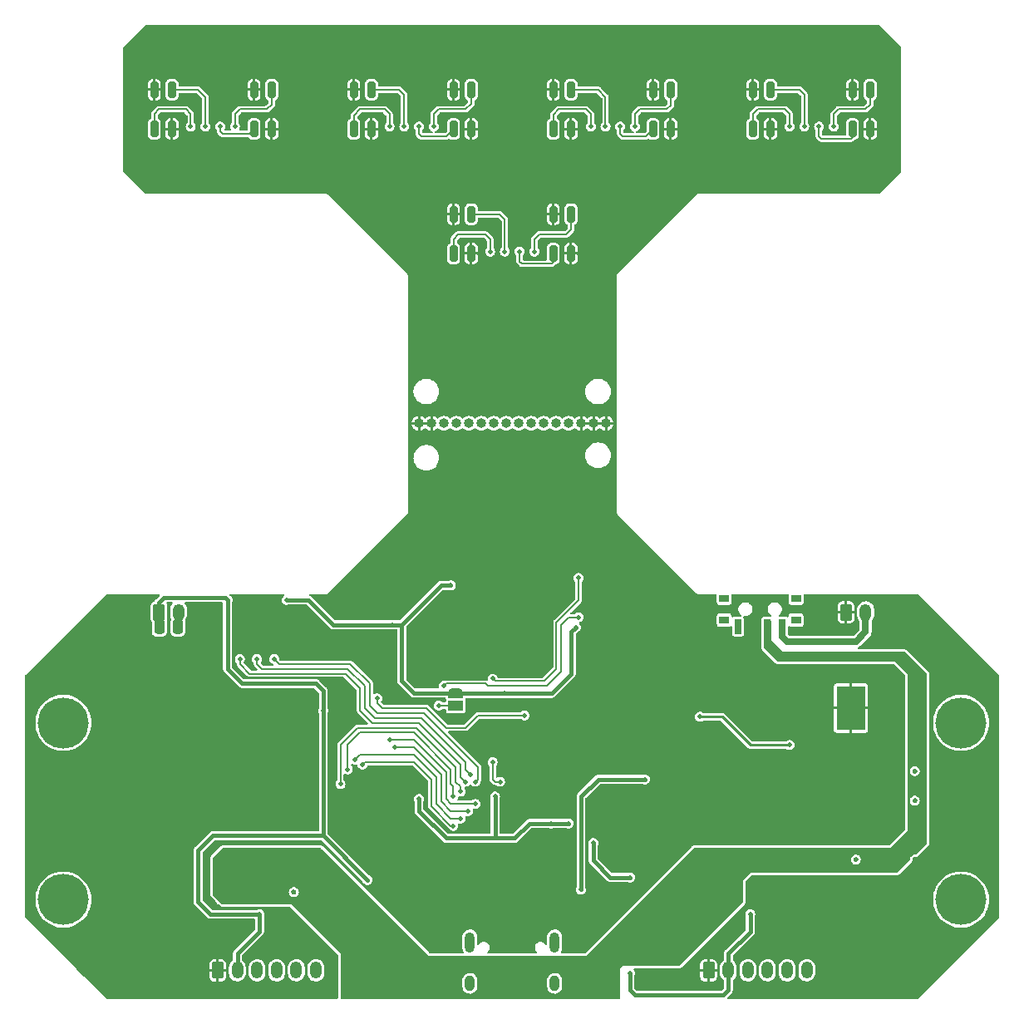
<source format=gbr>
%TF.GenerationSoftware,KiCad,Pcbnew,(7.0.0)*%
%TF.CreationDate,2023-09-26T23:36:23+07:00*%
%TF.ProjectId,Line Tracer F405RGT,4c696e65-2054-4726-9163-657220463430,rev?*%
%TF.SameCoordinates,Original*%
%TF.FileFunction,Copper,L2,Bot*%
%TF.FilePolarity,Positive*%
%FSLAX46Y46*%
G04 Gerber Fmt 4.6, Leading zero omitted, Abs format (unit mm)*
G04 Created by KiCad (PCBNEW (7.0.0)) date 2023-09-26 23:36:23*
%MOMM*%
%LPD*%
G01*
G04 APERTURE LIST*
G04 Aperture macros list*
%AMRoundRect*
0 Rectangle with rounded corners*
0 $1 Rounding radius*
0 $2 $3 $4 $5 $6 $7 $8 $9 X,Y pos of 4 corners*
0 Add a 4 corners polygon primitive as box body*
4,1,4,$2,$3,$4,$5,$6,$7,$8,$9,$2,$3,0*
0 Add four circle primitives for the rounded corners*
1,1,$1+$1,$2,$3*
1,1,$1+$1,$4,$5*
1,1,$1+$1,$6,$7*
1,1,$1+$1,$8,$9*
0 Add four rect primitives between the rounded corners*
20,1,$1+$1,$2,$3,$4,$5,0*
20,1,$1+$1,$4,$5,$6,$7,0*
20,1,$1+$1,$6,$7,$8,$9,0*
20,1,$1+$1,$8,$9,$2,$3,0*%
%AMFreePoly0*
4,1,19,0.550000,-0.750000,0.000000,-0.750000,0.000000,-0.744911,-0.071157,-0.744911,-0.207708,-0.704816,-0.327430,-0.627875,-0.420627,-0.520320,-0.479746,-0.390866,-0.500000,-0.250000,-0.500000,0.250000,-0.479746,0.390866,-0.420627,0.520320,-0.327430,0.627875,-0.207708,0.704816,-0.071157,0.744911,0.000000,0.744911,0.000000,0.750000,0.550000,0.750000,0.550000,-0.750000,0.550000,-0.750000,
$1*%
%AMFreePoly1*
4,1,19,0.000000,0.744911,0.071157,0.744911,0.207708,0.704816,0.327430,0.627875,0.420627,0.520320,0.479746,0.390866,0.500000,0.250000,0.500000,-0.250000,0.479746,-0.390866,0.420627,-0.520320,0.327430,-0.627875,0.207708,-0.704816,0.071157,-0.744911,0.000000,-0.744911,0.000000,-0.750000,-0.550000,-0.750000,-0.550000,0.750000,0.000000,0.750000,0.000000,0.744911,0.000000,0.744911,
$1*%
G04 Aperture macros list end*
%TA.AperFunction,ComponentPad*%
%ADD10RoundRect,0.250000X-0.350000X-0.625000X0.350000X-0.625000X0.350000X0.625000X-0.350000X0.625000X0*%
%TD*%
%TA.AperFunction,ComponentPad*%
%ADD11O,1.200000X1.750000*%
%TD*%
%TA.AperFunction,ComponentPad*%
%ADD12O,1.000000X1.000000*%
%TD*%
%TA.AperFunction,WasherPad*%
%ADD13C,5.200000*%
%TD*%
%TA.AperFunction,ComponentPad*%
%ADD14O,1.000000X2.100000*%
%TD*%
%TA.AperFunction,ComponentPad*%
%ADD15O,1.000000X1.600000*%
%TD*%
%TA.AperFunction,ComponentPad*%
%ADD16C,0.600000*%
%TD*%
%TA.AperFunction,SMDPad,CuDef*%
%ADD17R,2.950000X4.500000*%
%TD*%
%TA.AperFunction,SMDPad,CuDef*%
%ADD18RoundRect,0.197500X0.197500X0.632500X-0.197500X0.632500X-0.197500X-0.632500X0.197500X-0.632500X0*%
%TD*%
%TA.AperFunction,SMDPad,CuDef*%
%ADD19RoundRect,0.197500X-0.197500X-0.632500X0.197500X-0.632500X0.197500X0.632500X-0.197500X0.632500X0*%
%TD*%
%TA.AperFunction,SMDPad,CuDef*%
%ADD20FreePoly0,270.000000*%
%TD*%
%TA.AperFunction,SMDPad,CuDef*%
%ADD21R,1.500000X1.000000*%
%TD*%
%TA.AperFunction,SMDPad,CuDef*%
%ADD22FreePoly1,270.000000*%
%TD*%
%TA.AperFunction,SMDPad,CuDef*%
%ADD23RoundRect,0.250000X-0.250000X-0.475000X0.250000X-0.475000X0.250000X0.475000X-0.250000X0.475000X0*%
%TD*%
%TA.AperFunction,SMDPad,CuDef*%
%ADD24R,1.000000X0.800000*%
%TD*%
%TA.AperFunction,SMDPad,CuDef*%
%ADD25R,0.700000X1.500000*%
%TD*%
%TA.AperFunction,ViaPad*%
%ADD26C,0.500000*%
%TD*%
%TA.AperFunction,Conductor*%
%ADD27C,0.400000*%
%TD*%
%TA.AperFunction,Conductor*%
%ADD28C,0.150800*%
%TD*%
%TA.AperFunction,Conductor*%
%ADD29C,0.700000*%
%TD*%
%TA.AperFunction,Conductor*%
%ADD30C,0.254000*%
%TD*%
G04 APERTURE END LIST*
D10*
%TO.P,J3,1,Pin_1*%
%TO.N,GND*%
X166050000Y-141800000D03*
D11*
%TO.P,J3,2,Pin_2*%
%TO.N,+3V3*%
X168049999Y-141799999D03*
%TO.P,J3,3,Pin_3*%
%TO.N,/MCU/ENCODERB.1*%
X170049999Y-141799999D03*
%TO.P,J3,4,Pin_4*%
%TO.N,/MCU/ENCODERB.2*%
X172049999Y-141799999D03*
%TO.P,J3,5,Pin_5*%
%TO.N,Net-(J3-Pin_5)*%
X174049999Y-141799999D03*
%TO.P,J3,6,Pin_6*%
%TO.N,Net-(J3-Pin_6)*%
X176049999Y-141799999D03*
%TD*%
D12*
%TO.P,REF\u002A\u002A,1*%
%TO.N,GND*%
X136549999Y-86099999D03*
%TO.P,REF\u002A\u002A,2*%
X137819999Y-86099999D03*
%TO.P,REF\u002A\u002A,3*%
%TO.N,/MCU/D8*%
X139089999Y-86099999D03*
%TO.P,REF\u002A\u002A,4*%
%TO.N,/MCU/D7*%
X140359999Y-86099999D03*
%TO.P,REF\u002A\u002A,5*%
%TO.N,/MCU/D6*%
X141629999Y-86099999D03*
%TO.P,REF\u002A\u002A,6*%
%TO.N,/MCU/D5*%
X142899999Y-86099999D03*
%TO.P,REF\u002A\u002A,7*%
%TO.N,/MCU/MD4*%
X144169999Y-86099999D03*
%TO.P,REF\u002A\u002A,8*%
%TO.N,/MCU/MD3*%
X145439999Y-86099999D03*
%TO.P,REF\u002A\u002A,9*%
%TO.N,/MCU/D4*%
X146709999Y-86099999D03*
%TO.P,REF\u002A\u002A,10*%
%TO.N,/MCU/D3*%
X147979999Y-86099999D03*
%TO.P,REF\u002A\u002A,11*%
%TO.N,/MCU/D2*%
X149249999Y-86099999D03*
%TO.P,REF\u002A\u002A,12*%
%TO.N,/MCU/D1*%
X150519999Y-86099999D03*
%TO.P,REF\u002A\u002A,13*%
%TO.N,+3V3*%
X151789999Y-86099999D03*
%TO.P,REF\u002A\u002A,14*%
%TO.N,GND*%
X153059999Y-86099999D03*
%TO.P,REF\u002A\u002A,15*%
X154329999Y-86099999D03*
%TO.P,REF\u002A\u002A,16*%
X155599999Y-86099999D03*
%TD*%
D10*
%TO.P,J9,1,Pin_1*%
%TO.N,GND*%
X180050000Y-105350000D03*
D11*
%TO.P,J9,2,Pin_2*%
%TO.N,+BATT*%
X182049999Y-105349999D03*
%TD*%
D10*
%TO.P,J5,1,Pin_1*%
%TO.N,GND*%
X116050000Y-141800000D03*
D11*
%TO.P,J5,2,Pin_2*%
%TO.N,+3V3*%
X118049999Y-141799999D03*
%TO.P,J5,3,Pin_3*%
%TO.N,/MCU/ENCODERA.1*%
X120049999Y-141799999D03*
%TO.P,J5,4,Pin_4*%
%TO.N,/MCU/ENCODERA.2*%
X122049999Y-141799999D03*
%TO.P,J5,5,Pin_5*%
%TO.N,Net-(J5-Pin_5)*%
X124049999Y-141799999D03*
%TO.P,J5,6,Pin_6*%
%TO.N,Net-(J5-Pin_6)*%
X126049999Y-141799999D03*
%TD*%
D10*
%TO.P,J4,1,Pin_1*%
%TO.N,+3V3*%
X110050000Y-105347500D03*
D11*
%TO.P,J4,2,Pin_2*%
%TO.N,Net-(D5-A)*%
X112049999Y-105347499D03*
%TD*%
D13*
%TO.P,REF\u002A\u002A,*%
%TO.N,*%
X191770000Y-134600000D03*
X191770000Y-116600000D03*
%TD*%
D14*
%TO.P,J1,S1,SHIELD*%
%TO.N,unconnected-(J1-SHIELD-PadS1)*%
X141729999Y-138951249D03*
D15*
X141729999Y-143131249D03*
D14*
X150369999Y-138951249D03*
D15*
X150369999Y-143131249D03*
%TD*%
D16*
%TO.P,U13,9,GNDPAD*%
%TO.N,GND*%
X179950000Y-113300000D03*
X179950000Y-114500000D03*
X179950000Y-115800000D03*
X179950000Y-116900000D03*
D17*
X180549999Y-115099999D03*
D16*
X181150000Y-113300000D03*
X181150000Y-114500000D03*
X181150000Y-115800000D03*
X181150000Y-116900000D03*
%TD*%
D13*
%TO.P,REF\u002A\u002A,*%
%TO.N,*%
X100330000Y-116600000D03*
X100330000Y-134600000D03*
%TD*%
D18*
%TO.P,U14,1,K*%
%TO.N,GND*%
X141870000Y-68792500D03*
%TO.P,U14,2,A*%
%TO.N,Net-(U14-A)*%
X141870000Y-64792500D03*
%TO.P,U14,3*%
%TO.N,/MCU/MD4*%
X140070000Y-68792500D03*
%TO.P,U14,4*%
%TO.N,GND*%
X140070000Y-64792500D03*
%TD*%
%TO.P,U10,1,K*%
%TO.N,GND*%
X111390000Y-56100000D03*
%TO.P,U10,2,A*%
%TO.N,Net-(U10-A)*%
X111390000Y-52100000D03*
%TO.P,U10,3*%
%TO.N,/MCU/D8*%
X109590000Y-56100000D03*
%TO.P,U10,4*%
%TO.N,GND*%
X109590000Y-52100000D03*
%TD*%
D19*
%TO.P,U9,1,K*%
%TO.N,GND*%
X119750000Y-52100000D03*
%TO.P,U9,2,A*%
%TO.N,Net-(U9-A)*%
X119750000Y-56100000D03*
%TO.P,U9,3*%
%TO.N,/MCU/D7*%
X121550000Y-52100000D03*
%TO.P,U9,4*%
%TO.N,GND*%
X121550000Y-56100000D03*
%TD*%
D20*
%TO.P,JP1,1,A*%
%TO.N,+3V3*%
X140300000Y-113550000D03*
D21*
%TO.P,JP1,2,C*%
%TO.N,/MCU/BOOT0*%
X140299999Y-114849999D03*
D22*
%TO.P,JP1,3,B*%
%TO.N,GND*%
X140300000Y-116150000D03*
%TD*%
D19*
%TO.P,U3,1,K*%
%TO.N,GND*%
X180710000Y-52100000D03*
%TO.P,U3,2,A*%
%TO.N,Net-(U3-A)*%
X180710000Y-56100000D03*
%TO.P,U3,3*%
%TO.N,/MCU/D1*%
X182510000Y-52100000D03*
%TO.P,U3,4*%
%TO.N,GND*%
X182510000Y-56100000D03*
%TD*%
D18*
%TO.P,U8,1,K*%
%TO.N,GND*%
X131710000Y-56100000D03*
%TO.P,U8,2,A*%
%TO.N,Net-(U8-A)*%
X131710000Y-52100000D03*
%TO.P,U8,3*%
%TO.N,/MCU/D6*%
X129910000Y-56100000D03*
%TO.P,U8,4*%
%TO.N,GND*%
X129910000Y-52100000D03*
%TD*%
D19*
%TO.P,U6,1,K*%
%TO.N,GND*%
X140070000Y-52100000D03*
%TO.P,U6,2,A*%
%TO.N,Net-(U6-A)*%
X140070000Y-56100000D03*
%TO.P,U6,3*%
%TO.N,/MCU/D5*%
X141870000Y-52100000D03*
%TO.P,U6,4*%
%TO.N,GND*%
X141870000Y-56100000D03*
%TD*%
D18*
%TO.P,U7,1,K*%
%TO.N,GND*%
X172350000Y-56100000D03*
%TO.P,U7,2,A*%
%TO.N,Net-(U7-A)*%
X172350000Y-52100000D03*
%TO.P,U7,3*%
%TO.N,/MCU/D2*%
X170550000Y-56100000D03*
%TO.P,U7,4*%
%TO.N,GND*%
X170550000Y-52100000D03*
%TD*%
D23*
%TO.P,C17,1*%
%TO.N,+3V3*%
X110100000Y-106850000D03*
%TO.P,C17,2*%
%TO.N,Net-(D5-A)*%
X112000000Y-106850000D03*
%TD*%
D18*
%TO.P,U5,1,K*%
%TO.N,GND*%
X152030000Y-56100000D03*
%TO.P,U5,2,A*%
%TO.N,Net-(U5-A)*%
X152030000Y-52100000D03*
%TO.P,U5,3*%
%TO.N,/MCU/D4*%
X150230000Y-56100000D03*
%TO.P,U5,4*%
%TO.N,GND*%
X150230000Y-52100000D03*
%TD*%
D19*
%TO.P,U12,1,K*%
%TO.N,GND*%
X150230000Y-64792500D03*
%TO.P,U12,2,A*%
%TO.N,Net-(U12-A)*%
X150230000Y-68792500D03*
%TO.P,U12,3*%
%TO.N,/MCU/MD3*%
X152030000Y-64792500D03*
%TO.P,U12,4*%
%TO.N,GND*%
X152030000Y-68792500D03*
%TD*%
D24*
%TO.P,SW1,*%
%TO.N,*%
X167649999Y-103919999D03*
X167649999Y-106129999D03*
X174949999Y-103919999D03*
X174949999Y-106129999D03*
D25*
%TO.P,SW1,1,A*%
%TO.N,unconnected-(SW1-A-Pad1)*%
X169049999Y-106779999D03*
%TO.P,SW1,2,B*%
%TO.N,V_BATT*%
X172049999Y-106779999D03*
%TO.P,SW1,3,C*%
%TO.N,+BATT*%
X173549999Y-106779999D03*
%TD*%
D19*
%TO.P,U4,1,K*%
%TO.N,GND*%
X160390000Y-52100000D03*
%TO.P,U4,2,A*%
%TO.N,Net-(U4-A)*%
X160390000Y-56100000D03*
%TO.P,U4,3*%
%TO.N,/MCU/D3*%
X162190000Y-52100000D03*
%TO.P,U4,4*%
%TO.N,GND*%
X162190000Y-56100000D03*
%TD*%
D26*
%TO.N,GND*%
X166050001Y-47850000D03*
X176049999Y-47850000D03*
X181050000Y-47850000D03*
X171050001Y-47850000D03*
X161050000Y-47850000D03*
X156050000Y-47850000D03*
X151050000Y-47850000D03*
X141050000Y-47850000D03*
X146050000Y-47850000D03*
X136050000Y-47850000D03*
X131050000Y-47850000D03*
X121050000Y-47850000D03*
X126050000Y-47850000D03*
X116050000Y-47850000D03*
X111050000Y-47850000D03*
X175300000Y-61850000D03*
X180300000Y-61850000D03*
X170300000Y-61850000D03*
X165300000Y-61850000D03*
X121550000Y-61350000D03*
X126550000Y-61350000D03*
X116550000Y-61350000D03*
X111550000Y-61350000D03*
%TO.N,+3V3*%
X154300000Y-128850000D03*
X150025100Y-126850000D03*
X136550000Y-124350000D03*
X151800000Y-126850000D03*
X133800000Y-106600000D03*
X152524874Y-106875126D03*
X170300000Y-136100000D03*
X131300000Y-132600000D03*
X120300000Y-136100000D03*
X145300000Y-113600000D03*
X144300000Y-124100000D03*
X158050000Y-142100000D03*
X144300000Y-128350000D03*
X139800000Y-102600000D03*
X126800000Y-115350000D03*
X158050000Y-132350000D03*
X123050000Y-104100000D03*
X117050000Y-104100000D03*
%TO.N,GND*%
X187050000Y-139525000D03*
X150025100Y-128350000D03*
X178050000Y-124525000D03*
X106050000Y-106525000D03*
X112050000Y-118525000D03*
X112050000Y-142525000D03*
X166050000Y-124525000D03*
X103050000Y-109525000D03*
X166050000Y-121525000D03*
X109050000Y-115525000D03*
X146300000Y-104600000D03*
X103050000Y-124525000D03*
X193050000Y-127525000D03*
X109050000Y-127525000D03*
X181050000Y-139525000D03*
X121050000Y-118525000D03*
X184050000Y-136525000D03*
X100050000Y-124525000D03*
X145800000Y-110850000D03*
X109050000Y-142525000D03*
X106050000Y-136525000D03*
X181050000Y-130525000D03*
X109050000Y-136525000D03*
X137800000Y-94600000D03*
X109050000Y-133525000D03*
X132300000Y-99600000D03*
X157050000Y-115525000D03*
X118050000Y-121525000D03*
X100050000Y-121525000D03*
X181050000Y-142525000D03*
X160050000Y-109525000D03*
X109050000Y-121525000D03*
X141550000Y-135100000D03*
X144800000Y-109850000D03*
X193050000Y-124525000D03*
X106050000Y-127525000D03*
X187050000Y-130525000D03*
X124050000Y-118525000D03*
X106050000Y-118525000D03*
X106050000Y-142525000D03*
X109050000Y-130525000D03*
X163050000Y-109525000D03*
X133800000Y-128100000D03*
X106050000Y-139525000D03*
X181050000Y-124525000D03*
X135300000Y-128100000D03*
X140650000Y-105450000D03*
X187050000Y-121525000D03*
X106050000Y-112525000D03*
X136050000Y-97600000D03*
X163050000Y-106525000D03*
X175050000Y-124525000D03*
X175024500Y-139850000D03*
X112050000Y-139525000D03*
X121050000Y-121525000D03*
X173050000Y-139850000D03*
X141300000Y-103600000D03*
X118050000Y-118525000D03*
X187050000Y-124525000D03*
X136800000Y-130600000D03*
X123800000Y-133850000D03*
X121050000Y-115525000D03*
X125025500Y-139850000D03*
X112050000Y-121525000D03*
X115050000Y-124525000D03*
X172050000Y-124525000D03*
X106050000Y-121525000D03*
X106050000Y-124525000D03*
X109050000Y-124525000D03*
X103050000Y-127525000D03*
X184050000Y-139525000D03*
X121050000Y-124525000D03*
X181050000Y-136525000D03*
X103050000Y-121525000D03*
X169050000Y-121525000D03*
X118050000Y-124525000D03*
X184050000Y-142525000D03*
X140550000Y-108100000D03*
X150550000Y-135100000D03*
X103050000Y-139525000D03*
X106050000Y-133525000D03*
X133800000Y-105100000D03*
X123050000Y-139850000D03*
X100050000Y-127525000D03*
X106050000Y-130525000D03*
X115050000Y-118525000D03*
X159550000Y-99600000D03*
X151050000Y-61525000D03*
X154300000Y-94600000D03*
X169050000Y-124525000D03*
X115050000Y-121525000D03*
X129800000Y-102100000D03*
X109050000Y-118525000D03*
X138800000Y-97600000D03*
X173800000Y-133850000D03*
X106050000Y-115525000D03*
X109050000Y-139525000D03*
X106050000Y-109525000D03*
X147800000Y-128350000D03*
X193050000Y-121525000D03*
X112050000Y-124525000D03*
%TO.N,V_BATT*%
X122050000Y-130100000D03*
X167550000Y-134600000D03*
X119800000Y-130100000D03*
X187800000Y-113600000D03*
X167550000Y-130100000D03*
X166300000Y-134600000D03*
X118800000Y-134600000D03*
X117550000Y-130100000D03*
X169800000Y-130100000D03*
X172050000Y-130100000D03*
X168800000Y-134600000D03*
X116300000Y-134600000D03*
X117550000Y-134600000D03*
%TO.N,VBUS*%
X159550000Y-122350000D03*
X153050000Y-133600000D03*
%TO.N,/MCU/ENCODERB.1*%
X130800000Y-120850000D03*
X140050000Y-127100000D03*
%TO.N,/MCU/ENCODERB.2*%
X140800000Y-126350000D03*
X130050000Y-120350000D03*
%TO.N,/MCU/RX5*%
X128550000Y-122850000D03*
X140800000Y-123600000D03*
%TO.N,/MCU/TX5*%
X129300000Y-121350000D03*
X140050000Y-124100000D03*
%TO.N,/MCU/BOOT0*%
X138550000Y-114850000D03*
%TO.N,/MCU/LED1*%
X141300000Y-122600000D03*
X118300000Y-110100000D03*
%TO.N,/MCU/LED2*%
X141800000Y-121850000D03*
X120050000Y-110100000D03*
%TO.N,/MCU/LED3*%
X142300000Y-122600000D03*
X121800000Y-110100000D03*
%TO.N,/MCU/RST*%
X139050000Y-112850000D03*
X152800000Y-105850000D03*
%TO.N,/MCU/SCL*%
X144050000Y-120600000D03*
X144800000Y-122600000D03*
%TO.N,/MCU/D1*%
X178800000Y-55850000D03*
%TO.N,/MCU/D3*%
X158550000Y-55850000D03*
%TO.N,/MCU/D4*%
X154050000Y-55850000D03*
%TO.N,/MCU/D5*%
X138050000Y-55850000D03*
%TO.N,/MCU/D6*%
X133550000Y-55850000D03*
%TO.N,/MCU/D2*%
X174300000Y-55850000D03*
%TO.N,/MCU/D7*%
X117800000Y-55850000D03*
%TO.N,/MCU/D8*%
X113300000Y-55850000D03*
%TO.N,Net-(U3-A)*%
X177300000Y-55850000D03*
%TO.N,Net-(U4-A)*%
X157050000Y-55850000D03*
%TO.N,/MCU/MD3*%
X148300000Y-68600000D03*
%TO.N,/MCU/MD4*%
X143800000Y-68600000D03*
%TO.N,Net-(U6-A)*%
X136550000Y-55850000D03*
%TO.N,/MCU/PWMB.1*%
X142300000Y-124850000D03*
X133550000Y-118350000D03*
%TO.N,/MCU/PWMB.2*%
X134050000Y-119100000D03*
X141550000Y-125600000D03*
%TO.N,Net-(U9-A)*%
X116300000Y-55850000D03*
%TO.N,Net-(U12-A)*%
X146800000Y-68600000D03*
%TO.N,Net-(U14-A)*%
X145300000Y-68600000D03*
%TO.N,Net-(U10-A)*%
X114800000Y-55850000D03*
%TO.N,Net-(U7-A)*%
X175800000Y-55850000D03*
%TO.N,+5V*%
X174300000Y-118850000D03*
X165175000Y-115975000D03*
%TO.N,Net-(U1-PB10)*%
X147300000Y-115850000D03*
X132300000Y-114100000D03*
%TO.N,Net-(U5-A)*%
X155550000Y-55850000D03*
%TO.N,Net-(U8-A)*%
X135050000Y-55850000D03*
%TO.N,/MCU/BUTTON*%
X144050000Y-112100000D03*
X152800000Y-101850000D03*
%TD*%
D27*
%TO.N,+3V3*%
X133800000Y-106600000D02*
X127800000Y-106600000D01*
X126800000Y-128100000D02*
X131300000Y-132600000D01*
X126800000Y-113350000D02*
X126050000Y-112600000D01*
X126800000Y-115350000D02*
X126800000Y-113350000D01*
X115550000Y-128100000D02*
X126800000Y-128100000D01*
X127800000Y-106600000D02*
X125300000Y-104100000D01*
X117050000Y-104100000D02*
X116800000Y-103850000D01*
X152050000Y-111600000D02*
X152050000Y-107350000D01*
X136550000Y-125600000D02*
X136550000Y-124350000D01*
X120300000Y-136100000D02*
X115300000Y-136100000D01*
X117050000Y-104100000D02*
X117050000Y-111100000D01*
X140350000Y-113600000D02*
X145300000Y-113600000D01*
X139300000Y-128350000D02*
X136550000Y-125600000D01*
X118050000Y-140100000D02*
X120300000Y-137850000D01*
X144300000Y-128350000D02*
X139300000Y-128350000D01*
X140300000Y-113550000D02*
X140350000Y-113600000D01*
X125300000Y-104100000D02*
X123050000Y-104100000D01*
X158550000Y-144350000D02*
X167550000Y-144350000D01*
X110050000Y-104350000D02*
X110050000Y-105347500D01*
X146300000Y-128350000D02*
X147800000Y-126850000D01*
X156050000Y-132350000D02*
X154300000Y-130600000D01*
X118050000Y-141800000D02*
X118050000Y-140100000D01*
X168050000Y-141800000D02*
X168050000Y-140100000D01*
X147800000Y-126850000D02*
X150025100Y-126850000D01*
X138800000Y-102600000D02*
X139800000Y-102600000D01*
X114050000Y-129600000D02*
X115550000Y-128100000D01*
X118550000Y-112600000D02*
X117050000Y-111100000D01*
X170300000Y-137850000D02*
X170300000Y-136100000D01*
X115300000Y-136100000D02*
X114050000Y-134850000D01*
X144300000Y-128350000D02*
X146300000Y-128350000D01*
X167550000Y-144350000D02*
X168050000Y-143850000D01*
X126800000Y-115350000D02*
X126800000Y-128100000D01*
X168050000Y-140100000D02*
X170300000Y-137850000D01*
X152050000Y-107350000D02*
X152524874Y-106875126D01*
X158050000Y-132350000D02*
X156050000Y-132350000D01*
X134800000Y-112350000D02*
X136000000Y-113550000D01*
X134800000Y-106600000D02*
X138800000Y-102600000D01*
X110550000Y-103850000D02*
X110050000Y-104350000D01*
X145300000Y-113600000D02*
X150050000Y-113600000D01*
X126050000Y-112600000D02*
X118550000Y-112600000D01*
X150050000Y-113600000D02*
X152050000Y-111600000D01*
X154300000Y-130600000D02*
X154300000Y-128850000D01*
X150025100Y-126850000D02*
X151800000Y-126850000D01*
X133800000Y-106600000D02*
X134800000Y-106600000D01*
X116800000Y-103850000D02*
X110550000Y-103850000D01*
X144300000Y-124100000D02*
X144300000Y-128350000D01*
X134800000Y-112350000D02*
X134800000Y-106600000D01*
X158050000Y-143850000D02*
X158550000Y-144350000D01*
X120300000Y-137850000D02*
X120300000Y-136100000D01*
X158050000Y-142100000D02*
X158050000Y-143850000D01*
X114050000Y-134850000D02*
X114050000Y-129600000D01*
X136000000Y-113550000D02*
X140300000Y-113550000D01*
X168050000Y-143850000D02*
X168050000Y-141800000D01*
%TO.N,VBUS*%
X153050000Y-133100000D02*
X153050000Y-133600000D01*
X153050000Y-124100000D02*
X154800000Y-122350000D01*
X153050000Y-133100000D02*
X153050000Y-124100000D01*
X154800000Y-122350000D02*
X159550000Y-122350000D01*
D28*
%TO.N,/MCU/ENCODERB.1*%
X136050000Y-120600000D02*
X137800000Y-122350000D01*
X135800000Y-120611905D02*
X131038095Y-120611905D01*
X137800000Y-122350000D02*
X137800000Y-125100000D01*
X135800000Y-120611905D02*
X136050000Y-120600000D01*
X137800000Y-125100000D02*
X139800000Y-127100000D01*
X131038095Y-120611905D02*
X130800000Y-120850000D01*
X139800000Y-127100000D02*
X140050000Y-127100000D01*
%TO.N,/MCU/ENCODERB.2*%
X138300000Y-122100000D02*
X136050000Y-119850000D01*
X138300000Y-124850000D02*
X138300000Y-122100000D01*
X140800000Y-126350000D02*
X139800000Y-126350000D01*
X130550000Y-119850000D02*
X130050000Y-120350000D01*
X139800000Y-126350000D02*
X138300000Y-124850000D01*
X136050000Y-119850000D02*
X130550000Y-119850000D01*
%TO.N,/MCU/RX5*%
X140300000Y-122600000D02*
X140300000Y-121100000D01*
X136300000Y-117100000D02*
X130300000Y-117100000D01*
X140300000Y-121100000D02*
X136300000Y-117100000D01*
X130300000Y-117100000D02*
X128550000Y-118850000D01*
X140800000Y-123100000D02*
X140300000Y-122600000D01*
X140800000Y-123600000D02*
X140800000Y-123100000D01*
X128550000Y-118850000D02*
X128550000Y-122850000D01*
%TO.N,/MCU/TX5*%
X129300000Y-118850000D02*
X129300000Y-121350000D01*
X139800000Y-121350000D02*
X136050000Y-117600000D01*
X140050000Y-123100000D02*
X139800000Y-122850000D01*
X136050000Y-117600000D02*
X130550000Y-117600000D01*
X130550000Y-117600000D02*
X129300000Y-118850000D01*
X140050000Y-124100000D02*
X140050000Y-123100000D01*
X139800000Y-122850000D02*
X139800000Y-121350000D01*
%TO.N,/MCU/BOOT0*%
X138550000Y-114850000D02*
X140300000Y-114850000D01*
%TO.N,/MCU/LED1*%
X140800000Y-120850000D02*
X136550000Y-116600000D01*
X119300000Y-111600000D02*
X118300000Y-110600000D01*
X130550000Y-115350000D02*
X130550000Y-113100000D01*
X130550000Y-113100000D02*
X129050000Y-111600000D01*
X136550000Y-116600000D02*
X131800000Y-116600000D01*
X140800000Y-122100000D02*
X140800000Y-120850000D01*
X129050000Y-111600000D02*
X119300000Y-111600000D01*
X141300000Y-122600000D02*
X140800000Y-122100000D01*
X131800000Y-116600000D02*
X130550000Y-115350000D01*
X118300000Y-110600000D02*
X118300000Y-110100000D01*
%TO.N,/MCU/LED2*%
X141800000Y-121850000D02*
X141300000Y-121350000D01*
X120550000Y-111100000D02*
X120050000Y-110600000D01*
X120050000Y-110600000D02*
X120050000Y-110100000D01*
X131050000Y-112850000D02*
X129300000Y-111100000D01*
X131050000Y-115100000D02*
X131050000Y-112850000D01*
X141300000Y-121350000D02*
X141300000Y-120600000D01*
X141300000Y-120600000D02*
X136800000Y-116100000D01*
X136800000Y-116100000D02*
X132050000Y-116100000D01*
X129300000Y-111100000D02*
X120550000Y-111100000D01*
X132050000Y-116100000D02*
X131050000Y-115100000D01*
%TO.N,/MCU/LED3*%
X122300000Y-110600000D02*
X129550000Y-110600000D01*
X129550000Y-110600000D02*
X131550000Y-112600000D01*
X121800000Y-110100000D02*
X122300000Y-110600000D01*
X142300000Y-122600000D02*
X142550000Y-122350000D01*
X142550000Y-121100000D02*
X137050000Y-115600000D01*
X137050000Y-115600000D02*
X132300000Y-115600000D01*
X142550000Y-122350000D02*
X142550000Y-121100000D01*
X131550000Y-114850000D02*
X132300000Y-115600000D01*
X131550000Y-112600000D02*
X131550000Y-114850000D01*
%TO.N,/MCU/RST*%
X143550000Y-112850000D02*
X149550000Y-112850000D01*
X151800000Y-105850000D02*
X152800000Y-105850000D01*
X139300000Y-112600000D02*
X143300000Y-112600000D01*
X151050000Y-111350000D02*
X151050000Y-106600000D01*
X149550000Y-112850000D02*
X151050000Y-111350000D01*
X151050000Y-106600000D02*
X151800000Y-105850000D01*
X139050000Y-112850000D02*
X139300000Y-112600000D01*
X143300000Y-112600000D02*
X143550000Y-112850000D01*
%TO.N,/MCU/SCL*%
X144800000Y-122600000D02*
X144300000Y-122600000D01*
X144300000Y-122600000D02*
X144050000Y-122350000D01*
X144050000Y-122350000D02*
X144050000Y-120600000D01*
%TO.N,/MCU/D1*%
X178800000Y-54600000D02*
X178800000Y-55850000D01*
X182050000Y-54100000D02*
X179300000Y-54100000D01*
X182510000Y-53640000D02*
X182050000Y-54100000D01*
X179300000Y-54100000D02*
X178800000Y-54600000D01*
X182510000Y-52100000D02*
X182510000Y-53640000D01*
%TO.N,/MCU/D3*%
X161800000Y-54100000D02*
X159050000Y-54100000D01*
X159050000Y-54100000D02*
X158550000Y-54600000D01*
X162190000Y-53710000D02*
X161800000Y-54100000D01*
X158550000Y-54600000D02*
X158550000Y-55850000D01*
X162190000Y-52100000D02*
X162190000Y-53710000D01*
%TO.N,/MCU/D4*%
X150800000Y-54100000D02*
X153550000Y-54100000D01*
X150230000Y-54670000D02*
X150800000Y-54100000D01*
X153550000Y-54100000D02*
X154050000Y-54600000D01*
X154050000Y-54600000D02*
X154050000Y-55850000D01*
X150230000Y-56100000D02*
X150230000Y-54670000D01*
%TO.N,/MCU/D5*%
X138050000Y-54600000D02*
X138050000Y-55850000D01*
X141870000Y-53530000D02*
X141300000Y-54100000D01*
X141300000Y-54100000D02*
X138550000Y-54100000D01*
X138550000Y-54100000D02*
X138050000Y-54600000D01*
X141870000Y-52100000D02*
X141870000Y-53530000D01*
%TO.N,/MCU/D6*%
X133550000Y-54600000D02*
X133550000Y-55850000D01*
X133050000Y-54100000D02*
X133550000Y-54600000D01*
X129910000Y-54740000D02*
X130550000Y-54100000D01*
X129910000Y-56100000D02*
X129910000Y-54740000D01*
X130550000Y-54100000D02*
X133050000Y-54100000D01*
%TO.N,/MCU/D2*%
X171050000Y-54100000D02*
X173800000Y-54100000D01*
X170550000Y-54600000D02*
X171050000Y-54100000D01*
X174300000Y-54600000D02*
X174300000Y-55850000D01*
X170550000Y-56100000D02*
X170550000Y-54600000D01*
X173800000Y-54100000D02*
X174300000Y-54600000D01*
%TO.N,/MCU/D7*%
X118300000Y-54100000D02*
X117800000Y-54600000D01*
X117800000Y-54600000D02*
X117800000Y-55850000D01*
X121550000Y-53600000D02*
X121050000Y-54100000D01*
X121550000Y-52100000D02*
X121550000Y-53600000D01*
X121050000Y-54100000D02*
X118300000Y-54100000D01*
%TO.N,/MCU/D8*%
X109590000Y-56100000D02*
X109590000Y-54560000D01*
X113300000Y-54600000D02*
X113300000Y-55850000D01*
X110050000Y-54100000D02*
X112800000Y-54100000D01*
X112800000Y-54100000D02*
X113300000Y-54600000D01*
X109590000Y-54560000D02*
X110050000Y-54100000D01*
%TO.N,Net-(U3-A)*%
X180710000Y-56100000D02*
X180710000Y-56940000D01*
X177550000Y-57100000D02*
X177300000Y-56850000D01*
X177300000Y-56850000D02*
X177300000Y-55850000D01*
X180710000Y-56940000D02*
X180550000Y-57100000D01*
X180550000Y-57100000D02*
X177550000Y-57100000D01*
%TO.N,Net-(U4-A)*%
X157050000Y-56600000D02*
X157300000Y-56850000D01*
X157050000Y-55850000D02*
X157050000Y-56600000D01*
X159640000Y-56850000D02*
X160390000Y-56100000D01*
X157300000Y-56850000D02*
X159640000Y-56850000D01*
%TO.N,/MCU/MD3*%
X148300000Y-67350000D02*
X148300000Y-68600000D01*
X151550000Y-66850000D02*
X148800000Y-66850000D01*
X152030000Y-66370000D02*
X151800000Y-66600000D01*
X151800000Y-66600000D02*
X151550000Y-66850000D01*
X152030000Y-64792500D02*
X152030000Y-66370000D01*
X148800000Y-66850000D02*
X148300000Y-67350000D01*
%TO.N,/MCU/MD4*%
X140070000Y-68792500D02*
X140070000Y-67330000D01*
X140550000Y-66850000D02*
X143300000Y-66850000D01*
X143800000Y-67350000D02*
X143800000Y-68600000D01*
X140070000Y-67330000D02*
X140550000Y-66850000D01*
X143300000Y-66850000D02*
X143800000Y-67350000D01*
%TO.N,Net-(U6-A)*%
X136800000Y-56850000D02*
X139320000Y-56850000D01*
X136550000Y-55850000D02*
X136550000Y-56600000D01*
X139320000Y-56850000D02*
X140070000Y-56100000D01*
X136550000Y-56600000D02*
X136800000Y-56850000D01*
D29*
%TO.N,+BATT*%
X173550000Y-106780000D02*
X173550000Y-107850000D01*
X173550000Y-107850000D02*
X174050000Y-108350000D01*
X181050000Y-108350000D02*
X182050000Y-107350000D01*
X182050000Y-107350000D02*
X182050000Y-105350000D01*
X174050000Y-108350000D02*
X181050000Y-108350000D01*
D28*
%TO.N,/MCU/PWMB.1*%
X139300000Y-124350000D02*
X139800000Y-124850000D01*
X139300000Y-123600000D02*
X139300000Y-124350000D01*
X139800000Y-124850000D02*
X142300000Y-124850000D01*
X133550000Y-118350000D02*
X136050000Y-118350000D01*
X136050000Y-118350000D02*
X139300000Y-121600000D01*
X139300000Y-121600000D02*
X139300000Y-123600000D01*
%TO.N,/MCU/PWMB.2*%
X138800000Y-121850000D02*
X136050000Y-119100000D01*
X141550000Y-125600000D02*
X139800000Y-125600000D01*
X136050000Y-119100000D02*
X134050000Y-119100000D01*
X139800000Y-125600000D02*
X138800000Y-124600000D01*
X138800000Y-124600000D02*
X138800000Y-121850000D01*
%TO.N,Net-(U9-A)*%
X119250000Y-56600000D02*
X119750000Y-56100000D01*
X116550000Y-56600000D02*
X119250000Y-56600000D01*
X116300000Y-55850000D02*
X116300000Y-56350000D01*
X116300000Y-56350000D02*
X116550000Y-56600000D01*
%TO.N,Net-(U12-A)*%
X150230000Y-68792500D02*
X150230000Y-69670000D01*
X150050000Y-69850000D02*
X147050000Y-69850000D01*
X146800000Y-69600000D02*
X146800000Y-68600000D01*
X150230000Y-69670000D02*
X150050000Y-69850000D01*
X147050000Y-69850000D02*
X146800000Y-69600000D01*
%TO.N,Net-(U14-A)*%
X144742500Y-64792500D02*
X141870000Y-64792500D01*
X145300000Y-68600000D02*
X145300000Y-65350000D01*
X145300000Y-65350000D02*
X144742500Y-64792500D01*
%TO.N,Net-(U10-A)*%
X114800000Y-52850000D02*
X114050000Y-52100000D01*
X114050000Y-52100000D02*
X111390000Y-52100000D01*
X114800000Y-55850000D02*
X114800000Y-52850000D01*
%TO.N,Net-(U7-A)*%
X175800000Y-52600000D02*
X175300000Y-52100000D01*
X175800000Y-55850000D02*
X175800000Y-52600000D01*
X175300000Y-52100000D02*
X172350000Y-52100000D01*
D30*
%TO.N,+5V*%
X167425000Y-115975000D02*
X165175000Y-115975000D01*
X174300000Y-118850000D02*
X170300000Y-118850000D01*
X170300000Y-118850000D02*
X167425000Y-115975000D01*
D28*
%TO.N,Net-(U1-PB10)*%
X132800000Y-115100000D02*
X137300000Y-115100000D01*
X147300000Y-115850000D02*
X142550000Y-115850000D01*
X139300000Y-117100000D02*
X141300000Y-117100000D01*
X142550000Y-115850000D02*
X141300000Y-117100000D01*
X137300000Y-115100000D02*
X139300000Y-117100000D01*
X132300000Y-114600000D02*
X132800000Y-115100000D01*
X132300000Y-114100000D02*
X132300000Y-114600000D01*
%TO.N,Net-(U5-A)*%
X154800000Y-52100000D02*
X152030000Y-52100000D01*
X155550000Y-55850000D02*
X155550000Y-52850000D01*
X155550000Y-52850000D02*
X154800000Y-52100000D01*
%TO.N,Net-(U8-A)*%
X134550000Y-52100000D02*
X131710000Y-52100000D01*
X135050000Y-55850000D02*
X135050000Y-52600000D01*
X135050000Y-52600000D02*
X134550000Y-52100000D01*
%TO.N,/MCU/BUTTON*%
X149300000Y-112350000D02*
X146300000Y-112350000D01*
X150550000Y-108850000D02*
X150550000Y-109600000D01*
X150550000Y-106350000D02*
X150550000Y-108850000D01*
X150550000Y-111100000D02*
X149300000Y-112350000D01*
X152800000Y-101850000D02*
X152800000Y-104100000D01*
X152800000Y-104100000D02*
X150550000Y-106350000D01*
X150550000Y-109600000D02*
X150550000Y-111100000D01*
X144300000Y-112350000D02*
X144050000Y-112100000D01*
X146300000Y-112350000D02*
X144300000Y-112350000D01*
%TD*%
%TA.AperFunction,Conductor*%
%TO.N,GND*%
G36*
X183388856Y-45489036D02*
G01*
X183420974Y-45510496D01*
X185639504Y-47729027D01*
X185660964Y-47761145D01*
X185668500Y-47799031D01*
X185668500Y-60400970D01*
X185660964Y-60438856D01*
X185639504Y-60470974D01*
X183420973Y-62689504D01*
X183388855Y-62710964D01*
X183350969Y-62718500D01*
X165099835Y-62718500D01*
X165079519Y-62716393D01*
X165074010Y-62715237D01*
X165074003Y-62715236D01*
X165065983Y-62713555D01*
X165057848Y-62714569D01*
X165057846Y-62714569D01*
X165032412Y-62717740D01*
X165026559Y-62718103D01*
X165026564Y-62718162D01*
X165022482Y-62718500D01*
X165018389Y-62718500D01*
X165014356Y-62719172D01*
X165014354Y-62719173D01*
X165005367Y-62720672D01*
X164996983Y-62722071D01*
X164992951Y-62722658D01*
X164947780Y-62728290D01*
X164939639Y-62729305D01*
X164932522Y-62732783D01*
X164932229Y-62732877D01*
X164924414Y-62734182D01*
X164917204Y-62738083D01*
X164917197Y-62738086D01*
X164877147Y-62759759D01*
X164873516Y-62761628D01*
X164832623Y-62781620D01*
X164832616Y-62781624D01*
X164825254Y-62785224D01*
X164819656Y-62790820D01*
X164819401Y-62791010D01*
X164812438Y-62794780D01*
X164806889Y-62800807D01*
X164806886Y-62800810D01*
X164776048Y-62834308D01*
X164773217Y-62837259D01*
X156815472Y-70795003D01*
X156799623Y-70807874D01*
X156794910Y-70810953D01*
X156794906Y-70810956D01*
X156788044Y-70815440D01*
X156783010Y-70821907D01*
X156783005Y-70821912D01*
X156767262Y-70842139D01*
X156763379Y-70846537D01*
X156763423Y-70846575D01*
X156760773Y-70849702D01*
X156757886Y-70852591D01*
X156755516Y-70855909D01*
X156755506Y-70855922D01*
X156745288Y-70870233D01*
X156742847Y-70873508D01*
X156714876Y-70909446D01*
X156714874Y-70909449D01*
X156709842Y-70915915D01*
X156707269Y-70923403D01*
X156707125Y-70923684D01*
X156702525Y-70930130D01*
X156700187Y-70937982D01*
X156700185Y-70937987D01*
X156687194Y-70981623D01*
X156685946Y-70985517D01*
X156671162Y-71028581D01*
X156671160Y-71028588D01*
X156668500Y-71036339D01*
X156668500Y-71044263D01*
X156668456Y-71044564D01*
X156666195Y-71052159D01*
X156666534Y-71060357D01*
X156666534Y-71060359D01*
X156668415Y-71105829D01*
X156668500Y-71109921D01*
X156668500Y-95050165D01*
X156666393Y-95070481D01*
X156665237Y-95075989D01*
X156665236Y-95075997D01*
X156663555Y-95084017D01*
X156664569Y-95092151D01*
X156664569Y-95092153D01*
X156667740Y-95117590D01*
X156668103Y-95123440D01*
X156668162Y-95123436D01*
X156668500Y-95127519D01*
X156668500Y-95131611D01*
X156669172Y-95135641D01*
X156669173Y-95135648D01*
X156672064Y-95152974D01*
X156672652Y-95157014D01*
X156678288Y-95202221D01*
X156678290Y-95202228D01*
X156679304Y-95210360D01*
X156682783Y-95217478D01*
X156682877Y-95217771D01*
X156684182Y-95225586D01*
X156709762Y-95272854D01*
X156711619Y-95276462D01*
X156731620Y-95317375D01*
X156731621Y-95317377D01*
X156735224Y-95324746D01*
X156740823Y-95330345D01*
X156741008Y-95330593D01*
X156744780Y-95337562D01*
X156750810Y-95343113D01*
X156750811Y-95343114D01*
X156784308Y-95373950D01*
X156787261Y-95376783D01*
X164745002Y-103334524D01*
X164757877Y-103350380D01*
X164760953Y-103355089D01*
X164760954Y-103355091D01*
X164765440Y-103361956D01*
X164771913Y-103366994D01*
X164771914Y-103366995D01*
X164792135Y-103382734D01*
X164796528Y-103386612D01*
X164796566Y-103386568D01*
X164799700Y-103389222D01*
X164802591Y-103392113D01*
X164820256Y-103404725D01*
X164823488Y-103407135D01*
X164837932Y-103418378D01*
X164859439Y-103435118D01*
X164859441Y-103435119D01*
X164865915Y-103440158D01*
X164873411Y-103442731D01*
X164873678Y-103442869D01*
X164880130Y-103447475D01*
X164931621Y-103462804D01*
X164935521Y-103464054D01*
X164978577Y-103478836D01*
X164978581Y-103478836D01*
X164986339Y-103481500D01*
X164994275Y-103481500D01*
X164994556Y-103481541D01*
X165002158Y-103483804D01*
X165055814Y-103481585D01*
X165059906Y-103481500D01*
X166796500Y-103481500D01*
X166846000Y-103494763D01*
X166882236Y-103531000D01*
X166895500Y-103580500D01*
X166895500Y-104340206D01*
X166895500Y-104340216D01*
X166895501Y-104345066D01*
X166896449Y-104349830D01*
X166896449Y-104349832D01*
X166908363Y-104409737D01*
X166908364Y-104409740D01*
X166910266Y-104419301D01*
X166966516Y-104503484D01*
X167050699Y-104559734D01*
X167124933Y-104574500D01*
X168175066Y-104574499D01*
X168249301Y-104559734D01*
X168333484Y-104503484D01*
X168389734Y-104419301D01*
X168404500Y-104345067D01*
X168404499Y-103580499D01*
X168417762Y-103531000D01*
X168453999Y-103494764D01*
X168503499Y-103481500D01*
X174096500Y-103481500D01*
X174146000Y-103494763D01*
X174182236Y-103531000D01*
X174195500Y-103580500D01*
X174195500Y-104340206D01*
X174195500Y-104340216D01*
X174195501Y-104345066D01*
X174196449Y-104349830D01*
X174196449Y-104349832D01*
X174208363Y-104409737D01*
X174208364Y-104409740D01*
X174210266Y-104419301D01*
X174266516Y-104503484D01*
X174350699Y-104559734D01*
X174424933Y-104574500D01*
X175475066Y-104574499D01*
X175549301Y-104559734D01*
X175633484Y-104503484D01*
X175689734Y-104419301D01*
X175704500Y-104345067D01*
X175704499Y-103580499D01*
X175717762Y-103531000D01*
X175753999Y-103494764D01*
X175803499Y-103481500D01*
X187350970Y-103481500D01*
X187388856Y-103489036D01*
X187420974Y-103510496D01*
X195639504Y-111729026D01*
X195660964Y-111761144D01*
X195668500Y-111799030D01*
X195668500Y-136400970D01*
X195660964Y-136438856D01*
X195639504Y-136470974D01*
X187420973Y-144689504D01*
X187388855Y-144710964D01*
X187350969Y-144718500D01*
X168063267Y-144718500D01*
X168008266Y-144701816D01*
X167971803Y-144657386D01*
X167966169Y-144600186D01*
X167993263Y-144549497D01*
X168349395Y-144193364D01*
X168357677Y-144185963D01*
X168386936Y-144162631D01*
X168419709Y-144114559D01*
X168421818Y-144111586D01*
X168456369Y-144064773D01*
X168458673Y-144058185D01*
X168460182Y-144055197D01*
X168464116Y-144049428D01*
X168481273Y-143993800D01*
X168482402Y-143990369D01*
X168501621Y-143935451D01*
X168501881Y-143928475D01*
X168502442Y-143925174D01*
X168504500Y-143918505D01*
X168504500Y-143860367D01*
X168504569Y-143856665D01*
X168505567Y-143829989D01*
X168506744Y-143798537D01*
X168505012Y-143792076D01*
X168504500Y-143782935D01*
X168504500Y-142855899D01*
X168513650Y-142814330D01*
X168539409Y-142780445D01*
X168595122Y-142733122D01*
X168674021Y-142666105D01*
X168786502Y-142518139D01*
X168864545Y-142349452D01*
X168904500Y-142167933D01*
X168904500Y-142121332D01*
X169195500Y-142121332D01*
X169195788Y-142123986D01*
X169195789Y-142123992D01*
X169209497Y-142250035D01*
X169210557Y-142259775D01*
X169212267Y-142264851D01*
X169212268Y-142264854D01*
X169268189Y-142430823D01*
X169268191Y-142430828D01*
X169269904Y-142435911D01*
X169272670Y-142440509D01*
X169272672Y-142440512D01*
X169324755Y-142527075D01*
X169365727Y-142595171D01*
X169369411Y-142599060D01*
X169369414Y-142599064D01*
X169428868Y-142661828D01*
X169493546Y-142730108D01*
X169647385Y-142834413D01*
X169820049Y-142903209D01*
X170003465Y-142933278D01*
X170189058Y-142923216D01*
X170368148Y-142873492D01*
X170532362Y-142786431D01*
X170674021Y-142666105D01*
X170786502Y-142518139D01*
X170864545Y-142349452D01*
X170904500Y-142167933D01*
X170904500Y-142121332D01*
X171195500Y-142121332D01*
X171195788Y-142123986D01*
X171195789Y-142123992D01*
X171209497Y-142250035D01*
X171210557Y-142259775D01*
X171212267Y-142264851D01*
X171212268Y-142264854D01*
X171268189Y-142430823D01*
X171268191Y-142430828D01*
X171269904Y-142435911D01*
X171272670Y-142440509D01*
X171272672Y-142440512D01*
X171324755Y-142527075D01*
X171365727Y-142595171D01*
X171369411Y-142599060D01*
X171369414Y-142599064D01*
X171428868Y-142661828D01*
X171493546Y-142730108D01*
X171647385Y-142834413D01*
X171820049Y-142903209D01*
X172003465Y-142933278D01*
X172189058Y-142923216D01*
X172368148Y-142873492D01*
X172532362Y-142786431D01*
X172674021Y-142666105D01*
X172786502Y-142518139D01*
X172864545Y-142349452D01*
X172904500Y-142167933D01*
X172904500Y-142121332D01*
X173195500Y-142121332D01*
X173195788Y-142123986D01*
X173195789Y-142123992D01*
X173209497Y-142250035D01*
X173210557Y-142259775D01*
X173212267Y-142264851D01*
X173212268Y-142264854D01*
X173268189Y-142430823D01*
X173268191Y-142430828D01*
X173269904Y-142435911D01*
X173272670Y-142440509D01*
X173272672Y-142440512D01*
X173324755Y-142527075D01*
X173365727Y-142595171D01*
X173369411Y-142599060D01*
X173369414Y-142599064D01*
X173428868Y-142661828D01*
X173493546Y-142730108D01*
X173647385Y-142834413D01*
X173820049Y-142903209D01*
X174003465Y-142933278D01*
X174189058Y-142923216D01*
X174368148Y-142873492D01*
X174532362Y-142786431D01*
X174674021Y-142666105D01*
X174786502Y-142518139D01*
X174864545Y-142349452D01*
X174904500Y-142167933D01*
X174904500Y-142121332D01*
X175195500Y-142121332D01*
X175195788Y-142123986D01*
X175195789Y-142123992D01*
X175209497Y-142250035D01*
X175210557Y-142259775D01*
X175212267Y-142264851D01*
X175212268Y-142264854D01*
X175268189Y-142430823D01*
X175268191Y-142430828D01*
X175269904Y-142435911D01*
X175272670Y-142440509D01*
X175272672Y-142440512D01*
X175324755Y-142527075D01*
X175365727Y-142595171D01*
X175369411Y-142599060D01*
X175369414Y-142599064D01*
X175428868Y-142661828D01*
X175493546Y-142730108D01*
X175647385Y-142834413D01*
X175820049Y-142903209D01*
X176003465Y-142933278D01*
X176189058Y-142923216D01*
X176368148Y-142873492D01*
X176532362Y-142786431D01*
X176674021Y-142666105D01*
X176786502Y-142518139D01*
X176864545Y-142349452D01*
X176904500Y-142167933D01*
X176904500Y-141478668D01*
X176889443Y-141340225D01*
X176830096Y-141164089D01*
X176734273Y-141004829D01*
X176730587Y-141000938D01*
X176730585Y-141000935D01*
X176610145Y-140873789D01*
X176606454Y-140869892D01*
X176602011Y-140866879D01*
X176602008Y-140866877D01*
X176457060Y-140768601D01*
X176457061Y-140768601D01*
X176452615Y-140765587D01*
X176409178Y-140748280D01*
X176284936Y-140698777D01*
X176284934Y-140698776D01*
X176279951Y-140696791D01*
X176274656Y-140695923D01*
X176274653Y-140695922D01*
X176101832Y-140667590D01*
X176101828Y-140667589D01*
X176096535Y-140666722D01*
X176091180Y-140667012D01*
X176091175Y-140667012D01*
X175916298Y-140676493D01*
X175916292Y-140676493D01*
X175910942Y-140676784D01*
X175905778Y-140678217D01*
X175905770Y-140678219D01*
X175737021Y-140725072D01*
X175737014Y-140725074D01*
X175731852Y-140726508D01*
X175727125Y-140729013D01*
X175727115Y-140729018D01*
X175572373Y-140811058D01*
X175572368Y-140811061D01*
X175567638Y-140813569D01*
X175563552Y-140817039D01*
X175563550Y-140817041D01*
X175430072Y-140930417D01*
X175430065Y-140930424D01*
X175425979Y-140933895D01*
X175422730Y-140938168D01*
X175422728Y-140938171D01*
X175316746Y-141077587D01*
X175316742Y-141077593D01*
X175313498Y-141081861D01*
X175311247Y-141086724D01*
X175311244Y-141086731D01*
X175237708Y-141245678D01*
X175235455Y-141250548D01*
X175234301Y-141255788D01*
X175234301Y-141255790D01*
X175196653Y-141426825D01*
X175196652Y-141426832D01*
X175195500Y-141432067D01*
X175195500Y-142121332D01*
X174904500Y-142121332D01*
X174904500Y-141478668D01*
X174889443Y-141340225D01*
X174830096Y-141164089D01*
X174734273Y-141004829D01*
X174730587Y-141000938D01*
X174730585Y-141000935D01*
X174610145Y-140873789D01*
X174606454Y-140869892D01*
X174602011Y-140866879D01*
X174602008Y-140866877D01*
X174457060Y-140768601D01*
X174457061Y-140768601D01*
X174452615Y-140765587D01*
X174409178Y-140748280D01*
X174284936Y-140698777D01*
X174284934Y-140698776D01*
X174279951Y-140696791D01*
X174274656Y-140695923D01*
X174274653Y-140695922D01*
X174101832Y-140667590D01*
X174101828Y-140667589D01*
X174096535Y-140666722D01*
X174091180Y-140667012D01*
X174091175Y-140667012D01*
X173916298Y-140676493D01*
X173916292Y-140676493D01*
X173910942Y-140676784D01*
X173905778Y-140678217D01*
X173905770Y-140678219D01*
X173737021Y-140725072D01*
X173737014Y-140725074D01*
X173731852Y-140726508D01*
X173727125Y-140729013D01*
X173727115Y-140729018D01*
X173572373Y-140811058D01*
X173572368Y-140811061D01*
X173567638Y-140813569D01*
X173563552Y-140817039D01*
X173563550Y-140817041D01*
X173430072Y-140930417D01*
X173430065Y-140930424D01*
X173425979Y-140933895D01*
X173422730Y-140938168D01*
X173422728Y-140938171D01*
X173316746Y-141077587D01*
X173316742Y-141077593D01*
X173313498Y-141081861D01*
X173311247Y-141086724D01*
X173311244Y-141086731D01*
X173237708Y-141245678D01*
X173235455Y-141250548D01*
X173234301Y-141255788D01*
X173234301Y-141255790D01*
X173196653Y-141426825D01*
X173196652Y-141426832D01*
X173195500Y-141432067D01*
X173195500Y-142121332D01*
X172904500Y-142121332D01*
X172904500Y-141478668D01*
X172889443Y-141340225D01*
X172830096Y-141164089D01*
X172734273Y-141004829D01*
X172730587Y-141000938D01*
X172730585Y-141000935D01*
X172610145Y-140873789D01*
X172606454Y-140869892D01*
X172602011Y-140866879D01*
X172602008Y-140866877D01*
X172457060Y-140768601D01*
X172457061Y-140768601D01*
X172452615Y-140765587D01*
X172409178Y-140748280D01*
X172284936Y-140698777D01*
X172284934Y-140698776D01*
X172279951Y-140696791D01*
X172274656Y-140695923D01*
X172274653Y-140695922D01*
X172101832Y-140667590D01*
X172101828Y-140667589D01*
X172096535Y-140666722D01*
X172091180Y-140667012D01*
X172091175Y-140667012D01*
X171916298Y-140676493D01*
X171916292Y-140676493D01*
X171910942Y-140676784D01*
X171905778Y-140678217D01*
X171905770Y-140678219D01*
X171737021Y-140725072D01*
X171737014Y-140725074D01*
X171731852Y-140726508D01*
X171727125Y-140729013D01*
X171727115Y-140729018D01*
X171572373Y-140811058D01*
X171572368Y-140811061D01*
X171567638Y-140813569D01*
X171563552Y-140817039D01*
X171563550Y-140817041D01*
X171430072Y-140930417D01*
X171430065Y-140930424D01*
X171425979Y-140933895D01*
X171422730Y-140938168D01*
X171422728Y-140938171D01*
X171316746Y-141077587D01*
X171316742Y-141077593D01*
X171313498Y-141081861D01*
X171311247Y-141086724D01*
X171311244Y-141086731D01*
X171237708Y-141245678D01*
X171235455Y-141250548D01*
X171234301Y-141255788D01*
X171234301Y-141255790D01*
X171196653Y-141426825D01*
X171196652Y-141426832D01*
X171195500Y-141432067D01*
X171195500Y-142121332D01*
X170904500Y-142121332D01*
X170904500Y-141478668D01*
X170889443Y-141340225D01*
X170830096Y-141164089D01*
X170734273Y-141004829D01*
X170730587Y-141000938D01*
X170730585Y-141000935D01*
X170610145Y-140873789D01*
X170606454Y-140869892D01*
X170602011Y-140866879D01*
X170602008Y-140866877D01*
X170457060Y-140768601D01*
X170457061Y-140768601D01*
X170452615Y-140765587D01*
X170409178Y-140748280D01*
X170284936Y-140698777D01*
X170284934Y-140698776D01*
X170279951Y-140696791D01*
X170274656Y-140695923D01*
X170274653Y-140695922D01*
X170101832Y-140667590D01*
X170101828Y-140667589D01*
X170096535Y-140666722D01*
X170091180Y-140667012D01*
X170091175Y-140667012D01*
X169916298Y-140676493D01*
X169916292Y-140676493D01*
X169910942Y-140676784D01*
X169905778Y-140678217D01*
X169905770Y-140678219D01*
X169737021Y-140725072D01*
X169737014Y-140725074D01*
X169731852Y-140726508D01*
X169727125Y-140729013D01*
X169727115Y-140729018D01*
X169572373Y-140811058D01*
X169572368Y-140811061D01*
X169567638Y-140813569D01*
X169563552Y-140817039D01*
X169563550Y-140817041D01*
X169430072Y-140930417D01*
X169430065Y-140930424D01*
X169425979Y-140933895D01*
X169422730Y-140938168D01*
X169422728Y-140938171D01*
X169316746Y-141077587D01*
X169316742Y-141077593D01*
X169313498Y-141081861D01*
X169311247Y-141086724D01*
X169311244Y-141086731D01*
X169237708Y-141245678D01*
X169235455Y-141250548D01*
X169234301Y-141255788D01*
X169234301Y-141255790D01*
X169196653Y-141426825D01*
X169196652Y-141426832D01*
X169195500Y-141432067D01*
X169195500Y-142121332D01*
X168904500Y-142121332D01*
X168904500Y-141478668D01*
X168889443Y-141340225D01*
X168830096Y-141164089D01*
X168734273Y-141004829D01*
X168730587Y-141000938D01*
X168730585Y-141000935D01*
X168610145Y-140873789D01*
X168606454Y-140869892D01*
X168602011Y-140866879D01*
X168602008Y-140866877D01*
X168547943Y-140830221D01*
X168516032Y-140794653D01*
X168504500Y-140748280D01*
X168504500Y-140329268D01*
X168512036Y-140291382D01*
X168533496Y-140259264D01*
X169048280Y-139744480D01*
X170599404Y-138193354D01*
X170607677Y-138185963D01*
X170636936Y-138162631D01*
X170669700Y-138114571D01*
X170671824Y-138111578D01*
X170706370Y-138064773D01*
X170708675Y-138058182D01*
X170710182Y-138055196D01*
X170714116Y-138049428D01*
X170731259Y-137993846D01*
X170732400Y-137990378D01*
X170751621Y-137935451D01*
X170751881Y-137928475D01*
X170752442Y-137925174D01*
X170754500Y-137918505D01*
X170754500Y-137860367D01*
X170754569Y-137856665D01*
X170754995Y-137845267D01*
X170756744Y-137798537D01*
X170755012Y-137792076D01*
X170754500Y-137782935D01*
X170754500Y-136340767D01*
X170763445Y-136299645D01*
X170789042Y-136243596D01*
X170809688Y-136100000D01*
X170789042Y-135956404D01*
X170728777Y-135824442D01*
X170633775Y-135714804D01*
X170525937Y-135645500D01*
X170517689Y-135640199D01*
X170517687Y-135640198D01*
X170511732Y-135636371D01*
X170504939Y-135634376D01*
X170504936Y-135634375D01*
X170379327Y-135597494D01*
X170372536Y-135595500D01*
X170227464Y-135595500D01*
X170220673Y-135597493D01*
X170220672Y-135597494D01*
X170095063Y-135634375D01*
X170095057Y-135634377D01*
X170088268Y-135636371D01*
X170082315Y-135640196D01*
X170082310Y-135640199D01*
X169972182Y-135710975D01*
X169972179Y-135710977D01*
X169966225Y-135714804D01*
X169961588Y-135720154D01*
X169961586Y-135720157D01*
X169875860Y-135819090D01*
X169875858Y-135819092D01*
X169871223Y-135824442D01*
X169868283Y-135830878D01*
X169868282Y-135830881D01*
X169843217Y-135885767D01*
X169810958Y-135956404D01*
X169809950Y-135963410D01*
X169809949Y-135963416D01*
X169791320Y-136092989D01*
X169790312Y-136100000D01*
X169791320Y-136107011D01*
X169809949Y-136236582D01*
X169809950Y-136236585D01*
X169810958Y-136243596D01*
X169836554Y-136299645D01*
X169845500Y-136340767D01*
X169845500Y-137620732D01*
X169837964Y-137658618D01*
X169816504Y-137690736D01*
X167750595Y-139756642D01*
X167742319Y-139764037D01*
X167718868Y-139782739D01*
X167718863Y-139782744D01*
X167713064Y-139787369D01*
X167708886Y-139793496D01*
X167708883Y-139793500D01*
X167680301Y-139835422D01*
X167678161Y-139838438D01*
X167648030Y-139879264D01*
X167648025Y-139879271D01*
X167643631Y-139885227D01*
X167641329Y-139891802D01*
X167639808Y-139894814D01*
X167635884Y-139900572D01*
X167633700Y-139907650D01*
X167633696Y-139907660D01*
X167618732Y-139956172D01*
X167617576Y-139959685D01*
X167600829Y-140007547D01*
X167598379Y-140014549D01*
X167598117Y-140021512D01*
X167597554Y-140024832D01*
X167595500Y-140031495D01*
X167595500Y-140038909D01*
X167595500Y-140089633D01*
X167595430Y-140093335D01*
X167593256Y-140151463D01*
X167594987Y-140157923D01*
X167595500Y-140167065D01*
X167595500Y-140744101D01*
X167586350Y-140785670D01*
X167560591Y-140819555D01*
X167430072Y-140930417D01*
X167430065Y-140930424D01*
X167425979Y-140933895D01*
X167422730Y-140938168D01*
X167422728Y-140938171D01*
X167316746Y-141077587D01*
X167316742Y-141077593D01*
X167313498Y-141081861D01*
X167311247Y-141086724D01*
X167311244Y-141086731D01*
X167237708Y-141245678D01*
X167235455Y-141250548D01*
X167234301Y-141255788D01*
X167234301Y-141255790D01*
X167196653Y-141426825D01*
X167196652Y-141426832D01*
X167195500Y-141432067D01*
X167195500Y-142121332D01*
X167195788Y-142123986D01*
X167195789Y-142123992D01*
X167209497Y-142250035D01*
X167210557Y-142259775D01*
X167212267Y-142264851D01*
X167212268Y-142264854D01*
X167268189Y-142430823D01*
X167268191Y-142430828D01*
X167269904Y-142435911D01*
X167272670Y-142440509D01*
X167272672Y-142440512D01*
X167324755Y-142527075D01*
X167365727Y-142595171D01*
X167369411Y-142599060D01*
X167369414Y-142599064D01*
X167428868Y-142661828D01*
X167493546Y-142730108D01*
X167497989Y-142733120D01*
X167497991Y-142733122D01*
X167552057Y-142769779D01*
X167583968Y-142805347D01*
X167595500Y-142851720D01*
X167595500Y-143620731D01*
X167587964Y-143658617D01*
X167566504Y-143690735D01*
X167390735Y-143866504D01*
X167358617Y-143887964D01*
X167320731Y-143895500D01*
X158779269Y-143895500D01*
X158741383Y-143887964D01*
X158709265Y-143866504D01*
X158533496Y-143690735D01*
X158512036Y-143658617D01*
X158504500Y-143620731D01*
X158504500Y-142470562D01*
X165196001Y-142470562D01*
X165196284Y-142475843D01*
X165201791Y-142527077D01*
X165204616Y-142539036D01*
X165250626Y-142662390D01*
X165257345Y-142674694D01*
X165335707Y-142779375D01*
X165345624Y-142789292D01*
X165450305Y-142867654D01*
X165462609Y-142874373D01*
X165585961Y-142920382D01*
X165597924Y-142923209D01*
X165649159Y-142928717D01*
X165654436Y-142929000D01*
X165909967Y-142929000D01*
X165920245Y-142926245D01*
X165923000Y-142915967D01*
X165923000Y-142915966D01*
X166177000Y-142915966D01*
X166179754Y-142926244D01*
X166190033Y-142928999D01*
X166445562Y-142928999D01*
X166450843Y-142928715D01*
X166502077Y-142923208D01*
X166514036Y-142920383D01*
X166637390Y-142874373D01*
X166649694Y-142867654D01*
X166754375Y-142789292D01*
X166764292Y-142779375D01*
X166842654Y-142674694D01*
X166849373Y-142662390D01*
X166895382Y-142539038D01*
X166898209Y-142527075D01*
X166903717Y-142475840D01*
X166904000Y-142470564D01*
X166904000Y-141940033D01*
X166901245Y-141929754D01*
X166890967Y-141927000D01*
X166190033Y-141927000D01*
X166179754Y-141929754D01*
X166177000Y-141940033D01*
X166177000Y-142915966D01*
X165923000Y-142915966D01*
X165923000Y-141940033D01*
X165920245Y-141929754D01*
X165909967Y-141927000D01*
X165209034Y-141927000D01*
X165198755Y-141929754D01*
X165196001Y-141940033D01*
X165196001Y-142470562D01*
X158504500Y-142470562D01*
X158504500Y-142340767D01*
X158513445Y-142299645D01*
X158539042Y-142243596D01*
X158559688Y-142100000D01*
X158539042Y-141956404D01*
X158478777Y-141824442D01*
X158434488Y-141773330D01*
X158411316Y-141722589D01*
X158419254Y-141667374D01*
X158425672Y-141659967D01*
X165196000Y-141659967D01*
X165198754Y-141670245D01*
X165209033Y-141673000D01*
X165909967Y-141673000D01*
X165920245Y-141670245D01*
X165923000Y-141659967D01*
X166177000Y-141659967D01*
X166179754Y-141670245D01*
X166190033Y-141673000D01*
X166890966Y-141673000D01*
X166901244Y-141670245D01*
X166903999Y-141659967D01*
X166903999Y-141129438D01*
X166903715Y-141124156D01*
X166898208Y-141072922D01*
X166895383Y-141060963D01*
X166849373Y-140937609D01*
X166842654Y-140925305D01*
X166764292Y-140820624D01*
X166754375Y-140810707D01*
X166649694Y-140732345D01*
X166637390Y-140725626D01*
X166514038Y-140679617D01*
X166502075Y-140676790D01*
X166450840Y-140671282D01*
X166445564Y-140671000D01*
X166190033Y-140671000D01*
X166179754Y-140673754D01*
X166177000Y-140684033D01*
X166177000Y-141659967D01*
X165923000Y-141659967D01*
X165923000Y-140684034D01*
X165920245Y-140673755D01*
X165909967Y-140671001D01*
X165654438Y-140671001D01*
X165649156Y-140671284D01*
X165597922Y-140676791D01*
X165585963Y-140679616D01*
X165462609Y-140725626D01*
X165450305Y-140732345D01*
X165345624Y-140810707D01*
X165335707Y-140820624D01*
X165257345Y-140925305D01*
X165250626Y-140937609D01*
X165204617Y-141060961D01*
X165201790Y-141072924D01*
X165196282Y-141124159D01*
X165196000Y-141129436D01*
X165196000Y-141659967D01*
X158425672Y-141659967D01*
X158455785Y-141625216D01*
X158509308Y-141609500D01*
X162996198Y-141609500D01*
X162998638Y-141609500D01*
X163049264Y-141604514D01*
X163096717Y-141595075D01*
X163145398Y-141580307D01*
X163190263Y-141556326D01*
X163230491Y-141529446D01*
X163269813Y-141497175D01*
X169697175Y-135069813D01*
X169729446Y-135030491D01*
X169756326Y-134990263D01*
X169780307Y-134945398D01*
X169795075Y-134896717D01*
X169804514Y-134849264D01*
X169809500Y-134798638D01*
X169809500Y-134600000D01*
X188910662Y-134600000D01*
X188910829Y-134602867D01*
X188929828Y-134929081D01*
X188929829Y-134929097D01*
X188929996Y-134931949D01*
X188930494Y-134934774D01*
X188930495Y-134934781D01*
X188980574Y-135218792D01*
X188987736Y-135259409D01*
X188988559Y-135262159D01*
X188988561Y-135262166D01*
X189016279Y-135354751D01*
X189083101Y-135577951D01*
X189084241Y-135580594D01*
X189084244Y-135580602D01*
X189213659Y-135880621D01*
X189213664Y-135880631D01*
X189214802Y-135883269D01*
X189216242Y-135885763D01*
X189216244Y-135885767D01*
X189261075Y-135963416D01*
X189381058Y-136171232D01*
X189382768Y-136173529D01*
X189382774Y-136173538D01*
X189553849Y-136403331D01*
X189579620Y-136437947D01*
X189581585Y-136440030D01*
X189581592Y-136440038D01*
X189668743Y-136532412D01*
X189807803Y-136679807D01*
X189810007Y-136681656D01*
X189810013Y-136681662D01*
X190060307Y-136891683D01*
X190060313Y-136891687D01*
X190062522Y-136893541D01*
X190340331Y-137076259D01*
X190637474Y-137225490D01*
X190949933Y-137339216D01*
X191273481Y-137415898D01*
X191603744Y-137454500D01*
X191933372Y-137454500D01*
X191936256Y-137454500D01*
X192266519Y-137415898D01*
X192590067Y-137339216D01*
X192902526Y-137225490D01*
X193199669Y-137076259D01*
X193477478Y-136893541D01*
X193732197Y-136679807D01*
X193960380Y-136437947D01*
X194158942Y-136171232D01*
X194325198Y-135883269D01*
X194456899Y-135577951D01*
X194552264Y-135259409D01*
X194610004Y-134931949D01*
X194629338Y-134600000D01*
X194610004Y-134268051D01*
X194552264Y-133940591D01*
X194456899Y-133622049D01*
X194325198Y-133316731D01*
X194158942Y-133028768D01*
X194044881Y-132875558D01*
X193962096Y-132764358D01*
X193960380Y-132762053D01*
X193958412Y-132759967D01*
X193958407Y-132759961D01*
X193817865Y-132610996D01*
X193732197Y-132520193D01*
X193729993Y-132518343D01*
X193729986Y-132518337D01*
X193479692Y-132308316D01*
X193479683Y-132308310D01*
X193477478Y-132306459D01*
X193338123Y-132214804D01*
X193218872Y-132136371D01*
X193199669Y-132123741D01*
X193026500Y-132036772D01*
X192905096Y-131975800D01*
X192905086Y-131975795D01*
X192902526Y-131974510D01*
X192899825Y-131973527D01*
X192899823Y-131973526D01*
X192592771Y-131861768D01*
X192592768Y-131861767D01*
X192590067Y-131860784D01*
X192587266Y-131860120D01*
X192587259Y-131860118D01*
X192269329Y-131784768D01*
X192266519Y-131784102D01*
X192263662Y-131783768D01*
X192263656Y-131783767D01*
X191939117Y-131745834D01*
X191939110Y-131745833D01*
X191936256Y-131745500D01*
X191603744Y-131745500D01*
X191600890Y-131745833D01*
X191600882Y-131745834D01*
X191276343Y-131783767D01*
X191276334Y-131783768D01*
X191273481Y-131784102D01*
X191270673Y-131784767D01*
X191270670Y-131784768D01*
X190952740Y-131860118D01*
X190952728Y-131860121D01*
X190949933Y-131860784D01*
X190947236Y-131861765D01*
X190947228Y-131861768D01*
X190640176Y-131973526D01*
X190640167Y-131973529D01*
X190637474Y-131974510D01*
X190634919Y-131975792D01*
X190634903Y-131975800D01*
X190342895Y-132122453D01*
X190342890Y-132122455D01*
X190340331Y-132123741D01*
X190337933Y-132125317D01*
X190337928Y-132125321D01*
X190064938Y-132304869D01*
X190064926Y-132304877D01*
X190062522Y-132306459D01*
X190060323Y-132308303D01*
X190060307Y-132308316D01*
X189810013Y-132518337D01*
X189809997Y-132518351D01*
X189807803Y-132520193D01*
X189805829Y-132522284D01*
X189805824Y-132522290D01*
X189581592Y-132759961D01*
X189581578Y-132759977D01*
X189579620Y-132762053D01*
X189577911Y-132764347D01*
X189577903Y-132764358D01*
X189382774Y-133026461D01*
X189382762Y-133026478D01*
X189381058Y-133028768D01*
X189379623Y-133031252D01*
X189379618Y-133031261D01*
X189216244Y-133314232D01*
X189216238Y-133314242D01*
X189214802Y-133316731D01*
X189213667Y-133319361D01*
X189213659Y-133319378D01*
X189084244Y-133619397D01*
X189084238Y-133619411D01*
X189083101Y-133622049D01*
X189082274Y-133624810D01*
X189082273Y-133624814D01*
X188988561Y-133937833D01*
X188988558Y-133937844D01*
X188987736Y-133940591D01*
X188987237Y-133943420D01*
X188987236Y-133943425D01*
X188930495Y-134265218D01*
X188930493Y-134265227D01*
X188929996Y-134268051D01*
X188929830Y-134270900D01*
X188929828Y-134270918D01*
X188911101Y-134592451D01*
X188910662Y-134600000D01*
X169809500Y-134600000D01*
X169809500Y-132748496D01*
X169817036Y-132710610D01*
X169838496Y-132678492D01*
X170378492Y-132138496D01*
X170410610Y-132117036D01*
X170448496Y-132109500D01*
X185256552Y-132109500D01*
X185258992Y-132109500D01*
X185309618Y-132104514D01*
X185347504Y-132096978D01*
X185441046Y-132058232D01*
X185473164Y-132036772D01*
X185512490Y-132004498D01*
X186699410Y-130817576D01*
X186736691Y-130770458D01*
X186760620Y-130731720D01*
X186786064Y-130677298D01*
X186798311Y-130618483D01*
X186802371Y-130573132D01*
X186801527Y-130541600D01*
X186802500Y-130524862D01*
X186810481Y-130469355D01*
X186818419Y-130442320D01*
X186824797Y-130428353D01*
X186835861Y-130404125D01*
X186851092Y-130380425D01*
X186878590Y-130348691D01*
X186899881Y-130330243D01*
X186935204Y-130307542D01*
X186960834Y-130295837D01*
X187001117Y-130284010D01*
X187029008Y-130280000D01*
X187086051Y-130280000D01*
X187088491Y-130280000D01*
X187139117Y-130275014D01*
X187177003Y-130267478D01*
X187270545Y-130228732D01*
X187302663Y-130207272D01*
X187341989Y-130174998D01*
X188454498Y-129062490D01*
X188486772Y-129023164D01*
X188508232Y-128991046D01*
X188546978Y-128897504D01*
X188554514Y-128859618D01*
X188559500Y-128808992D01*
X188559500Y-116600000D01*
X188910662Y-116600000D01*
X188910829Y-116602867D01*
X188929828Y-116929081D01*
X188929829Y-116929097D01*
X188929996Y-116931949D01*
X188987736Y-117259409D01*
X188988559Y-117262159D01*
X188988561Y-117262166D01*
X189041664Y-117439543D01*
X189083101Y-117577951D01*
X189084241Y-117580594D01*
X189084244Y-117580602D01*
X189213659Y-117880621D01*
X189213664Y-117880631D01*
X189214802Y-117883269D01*
X189216242Y-117885763D01*
X189216244Y-117885767D01*
X189300923Y-118032434D01*
X189381058Y-118171232D01*
X189382768Y-118173529D01*
X189382774Y-118173538D01*
X189577903Y-118435641D01*
X189579620Y-118437947D01*
X189581585Y-118440030D01*
X189581592Y-118440038D01*
X189703347Y-118569090D01*
X189807803Y-118679807D01*
X189810007Y-118681656D01*
X189810013Y-118681662D01*
X190060307Y-118891683D01*
X190060313Y-118891687D01*
X190062522Y-118893541D01*
X190340331Y-119076259D01*
X190637474Y-119225490D01*
X190949933Y-119339216D01*
X191273481Y-119415898D01*
X191603744Y-119454500D01*
X191933372Y-119454500D01*
X191936256Y-119454500D01*
X192266519Y-119415898D01*
X192590067Y-119339216D01*
X192902526Y-119225490D01*
X193199669Y-119076259D01*
X193477478Y-118893541D01*
X193732197Y-118679807D01*
X193960380Y-118437947D01*
X194158942Y-118171232D01*
X194325198Y-117883269D01*
X194456899Y-117577951D01*
X194552264Y-117259409D01*
X194610004Y-116931949D01*
X194629338Y-116600000D01*
X194610004Y-116268051D01*
X194552264Y-115940591D01*
X194456899Y-115622049D01*
X194417697Y-115531168D01*
X194326340Y-115319378D01*
X194326338Y-115319375D01*
X194325198Y-115316731D01*
X194158942Y-115028768D01*
X194137553Y-115000038D01*
X193962096Y-114764358D01*
X193960380Y-114762053D01*
X193958412Y-114759967D01*
X193958407Y-114759961D01*
X193734175Y-114522290D01*
X193732197Y-114520193D01*
X193729993Y-114518343D01*
X193729986Y-114518337D01*
X193479692Y-114308316D01*
X193479683Y-114308310D01*
X193477478Y-114306459D01*
X193392533Y-114250590D01*
X193202071Y-114125321D01*
X193199669Y-114123741D01*
X193082129Y-114064710D01*
X192905096Y-113975800D01*
X192905086Y-113975795D01*
X192902526Y-113974510D01*
X192899825Y-113973527D01*
X192899823Y-113973526D01*
X192592771Y-113861768D01*
X192592768Y-113861767D01*
X192590067Y-113860784D01*
X192587266Y-113860120D01*
X192587259Y-113860118D01*
X192269329Y-113784768D01*
X192266519Y-113784102D01*
X192263662Y-113783768D01*
X192263656Y-113783767D01*
X191939117Y-113745834D01*
X191939110Y-113745833D01*
X191936256Y-113745500D01*
X191603744Y-113745500D01*
X191600890Y-113745833D01*
X191600882Y-113745834D01*
X191276343Y-113783767D01*
X191276334Y-113783768D01*
X191273481Y-113784102D01*
X191270673Y-113784767D01*
X191270670Y-113784768D01*
X190952740Y-113860118D01*
X190952728Y-113860121D01*
X190949933Y-113860784D01*
X190947236Y-113861765D01*
X190947228Y-113861768D01*
X190640176Y-113973526D01*
X190640167Y-113973529D01*
X190637474Y-113974510D01*
X190634919Y-113975792D01*
X190634903Y-113975800D01*
X190342895Y-114122453D01*
X190342890Y-114122455D01*
X190340331Y-114123741D01*
X190337933Y-114125317D01*
X190337928Y-114125321D01*
X190064938Y-114304869D01*
X190064926Y-114304877D01*
X190062522Y-114306459D01*
X190060323Y-114308303D01*
X190060307Y-114308316D01*
X189810013Y-114518337D01*
X189809997Y-114518351D01*
X189807803Y-114520193D01*
X189805829Y-114522284D01*
X189805824Y-114522290D01*
X189581592Y-114759961D01*
X189581578Y-114759977D01*
X189579620Y-114762053D01*
X189577911Y-114764347D01*
X189577903Y-114764358D01*
X189382774Y-115026461D01*
X189382762Y-115026478D01*
X189381058Y-115028768D01*
X189379623Y-115031252D01*
X189379618Y-115031261D01*
X189216244Y-115314232D01*
X189216238Y-115314242D01*
X189214802Y-115316731D01*
X189213667Y-115319361D01*
X189213659Y-115319378D01*
X189084244Y-115619397D01*
X189084238Y-115619411D01*
X189083101Y-115622049D01*
X189082274Y-115624810D01*
X189082273Y-115624814D01*
X188988561Y-115937833D01*
X188988558Y-115937844D01*
X188987736Y-115940591D01*
X188987237Y-115943420D01*
X188987236Y-115943425D01*
X188930495Y-116265218D01*
X188930493Y-116265227D01*
X188929996Y-116268051D01*
X188929830Y-116270900D01*
X188929828Y-116270918D01*
X188917680Y-116479500D01*
X188910662Y-116600000D01*
X188559500Y-116600000D01*
X188559500Y-111641008D01*
X188554514Y-111590382D01*
X188546978Y-111552496D01*
X188508232Y-111458954D01*
X188486772Y-111426836D01*
X188454498Y-111387510D01*
X186262490Y-109195502D01*
X186223164Y-109163228D01*
X186191046Y-109141768D01*
X186186545Y-109139904D01*
X186186544Y-109139903D01*
X186101996Y-109104882D01*
X186101990Y-109104880D01*
X186097504Y-109103022D01*
X186092744Y-109102075D01*
X186092737Y-109102073D01*
X186061991Y-109095958D01*
X186061990Y-109095957D01*
X186059618Y-109095486D01*
X186057206Y-109095248D01*
X186057203Y-109095248D01*
X186011424Y-109090739D01*
X186011413Y-109090738D01*
X186008992Y-109090500D01*
X186006552Y-109090500D01*
X181339614Y-109090500D01*
X181287886Y-109075911D01*
X181251404Y-109036445D01*
X181240919Y-108983732D01*
X181259522Y-108933308D01*
X181301726Y-108900037D01*
X181354858Y-108878030D01*
X181481134Y-108781134D01*
X181501513Y-108754574D01*
X181510037Y-108744853D01*
X182444853Y-107810037D01*
X182454574Y-107801513D01*
X182481134Y-107781134D01*
X182578030Y-107654858D01*
X182619365Y-107555066D01*
X182638941Y-107507806D01*
X182659716Y-107350000D01*
X182655346Y-107316812D01*
X182654500Y-107303891D01*
X182654500Y-106275141D01*
X182659682Y-106243530D01*
X182674687Y-106215229D01*
X182689467Y-106195786D01*
X182786502Y-106068139D01*
X182864545Y-105899452D01*
X182904500Y-105717933D01*
X182904500Y-105028668D01*
X182889443Y-104890225D01*
X182830096Y-104714089D01*
X182734273Y-104554829D01*
X182730587Y-104550938D01*
X182730585Y-104550935D01*
X182647125Y-104462828D01*
X182606454Y-104419892D01*
X182602011Y-104416879D01*
X182602008Y-104416877D01*
X182475271Y-104330948D01*
X182452615Y-104315587D01*
X182438253Y-104309864D01*
X182284936Y-104248777D01*
X182284934Y-104248776D01*
X182279951Y-104246791D01*
X182274656Y-104245923D01*
X182274653Y-104245922D01*
X182101832Y-104217590D01*
X182101828Y-104217589D01*
X182096535Y-104216722D01*
X182091180Y-104217012D01*
X182091175Y-104217012D01*
X181916298Y-104226493D01*
X181916292Y-104226493D01*
X181910942Y-104226784D01*
X181905778Y-104228217D01*
X181905770Y-104228219D01*
X181737021Y-104275072D01*
X181737014Y-104275074D01*
X181731852Y-104276508D01*
X181727125Y-104279013D01*
X181727115Y-104279018D01*
X181572373Y-104361058D01*
X181572368Y-104361061D01*
X181567638Y-104363569D01*
X181563552Y-104367039D01*
X181563550Y-104367041D01*
X181430072Y-104480417D01*
X181430065Y-104480424D01*
X181425979Y-104483895D01*
X181422730Y-104488168D01*
X181422728Y-104488171D01*
X181316746Y-104627587D01*
X181316742Y-104627593D01*
X181313498Y-104631861D01*
X181311247Y-104636724D01*
X181311244Y-104636731D01*
X181252807Y-104763042D01*
X181235455Y-104800548D01*
X181234301Y-104805788D01*
X181234301Y-104805790D01*
X181196653Y-104976825D01*
X181196652Y-104976832D01*
X181195500Y-104982067D01*
X181195500Y-105671332D01*
X181195788Y-105673986D01*
X181195789Y-105673992D01*
X181209705Y-105801946D01*
X181210557Y-105809775D01*
X181212267Y-105814851D01*
X181212268Y-105814854D01*
X181268189Y-105980823D01*
X181268191Y-105980828D01*
X181269904Y-105985911D01*
X181272670Y-105990509D01*
X181272672Y-105990512D01*
X181290754Y-106020564D01*
X181365727Y-106145171D01*
X181418375Y-106200751D01*
X181438469Y-106232186D01*
X181445500Y-106268830D01*
X181445500Y-107058600D01*
X181437964Y-107096486D01*
X181416504Y-107128604D01*
X180828604Y-107716504D01*
X180796486Y-107737964D01*
X180758600Y-107745500D01*
X174341400Y-107745500D01*
X174303514Y-107737964D01*
X174271396Y-107716504D01*
X174183496Y-107628604D01*
X174162036Y-107596486D01*
X174154500Y-107558600D01*
X174154500Y-106823854D01*
X174168585Y-106772958D01*
X174206832Y-106736544D01*
X174258358Y-106724973D01*
X174308501Y-106741538D01*
X174350699Y-106769734D01*
X174424933Y-106784500D01*
X175475066Y-106784499D01*
X175549301Y-106769734D01*
X175633484Y-106713484D01*
X175689734Y-106629301D01*
X175704500Y-106555067D01*
X175704499Y-106020562D01*
X179196001Y-106020562D01*
X179196284Y-106025843D01*
X179201791Y-106077077D01*
X179204616Y-106089036D01*
X179250626Y-106212390D01*
X179257345Y-106224694D01*
X179335707Y-106329375D01*
X179345624Y-106339292D01*
X179450305Y-106417654D01*
X179462609Y-106424373D01*
X179585961Y-106470382D01*
X179597924Y-106473209D01*
X179649159Y-106478717D01*
X179654436Y-106479000D01*
X179909967Y-106479000D01*
X179920245Y-106476245D01*
X179923000Y-106465967D01*
X179923000Y-106465966D01*
X180177000Y-106465966D01*
X180179754Y-106476244D01*
X180190033Y-106478999D01*
X180445562Y-106478999D01*
X180450843Y-106478715D01*
X180502077Y-106473208D01*
X180514036Y-106470383D01*
X180637390Y-106424373D01*
X180649694Y-106417654D01*
X180754375Y-106339292D01*
X180764292Y-106329375D01*
X180842654Y-106224694D01*
X180849373Y-106212390D01*
X180895382Y-106089038D01*
X180898209Y-106077075D01*
X180903717Y-106025840D01*
X180904000Y-106020564D01*
X180904000Y-105490033D01*
X180901245Y-105479754D01*
X180890967Y-105477000D01*
X180190033Y-105477000D01*
X180179754Y-105479754D01*
X180177000Y-105490033D01*
X180177000Y-106465966D01*
X179923000Y-106465966D01*
X179923000Y-105490033D01*
X179920245Y-105479754D01*
X179909967Y-105477000D01*
X179209034Y-105477000D01*
X179198755Y-105479754D01*
X179196001Y-105490033D01*
X179196001Y-106020562D01*
X175704499Y-106020562D01*
X175704499Y-105704934D01*
X175689734Y-105630699D01*
X175633484Y-105546516D01*
X175580562Y-105511154D01*
X175557410Y-105495684D01*
X175557408Y-105495683D01*
X175549301Y-105490266D01*
X175539737Y-105488363D01*
X175539736Y-105488363D01*
X175479830Y-105476447D01*
X175479825Y-105476446D01*
X175475067Y-105475500D01*
X175470208Y-105475500D01*
X174429793Y-105475500D01*
X174429782Y-105475500D01*
X174424934Y-105475501D01*
X174420168Y-105476448D01*
X174420167Y-105476449D01*
X174360262Y-105488363D01*
X174360257Y-105488364D01*
X174350699Y-105490266D01*
X174342593Y-105495681D01*
X174342591Y-105495683D01*
X174274625Y-105541097D01*
X174274622Y-105541099D01*
X174266516Y-105546516D01*
X174261099Y-105554622D01*
X174261097Y-105554625D01*
X174215684Y-105622589D01*
X174215682Y-105622592D01*
X174210266Y-105630699D01*
X174208364Y-105640260D01*
X174208363Y-105640263D01*
X174196447Y-105700169D01*
X174196446Y-105700175D01*
X174195500Y-105704933D01*
X174195500Y-105709790D01*
X174195500Y-105709791D01*
X174195500Y-105736146D01*
X174181415Y-105787042D01*
X174143168Y-105823456D01*
X174091642Y-105835027D01*
X174041499Y-105818462D01*
X174024756Y-105807275D01*
X173999301Y-105790266D01*
X173989737Y-105788363D01*
X173989736Y-105788363D01*
X173929830Y-105776447D01*
X173929825Y-105776446D01*
X173925067Y-105775500D01*
X173920209Y-105775500D01*
X173263345Y-105775500D01*
X173215232Y-105763023D01*
X173179247Y-105728736D01*
X173164461Y-105681282D01*
X173174599Y-105632623D01*
X173207106Y-105595026D01*
X173270601Y-105551199D01*
X173384050Y-105423141D01*
X173463557Y-105271654D01*
X173478762Y-105209967D01*
X179196000Y-105209967D01*
X179198754Y-105220245D01*
X179209033Y-105223000D01*
X179909967Y-105223000D01*
X179920245Y-105220245D01*
X179923000Y-105209967D01*
X180177000Y-105209967D01*
X180179754Y-105220245D01*
X180190033Y-105223000D01*
X180890966Y-105223000D01*
X180901244Y-105220245D01*
X180903999Y-105209967D01*
X180903999Y-104679438D01*
X180903715Y-104674156D01*
X180898208Y-104622922D01*
X180895383Y-104610963D01*
X180849373Y-104487609D01*
X180842654Y-104475305D01*
X180764292Y-104370624D01*
X180754375Y-104360707D01*
X180649694Y-104282345D01*
X180637390Y-104275626D01*
X180514038Y-104229617D01*
X180502075Y-104226790D01*
X180450840Y-104221282D01*
X180445564Y-104221000D01*
X180190033Y-104221000D01*
X180179754Y-104223754D01*
X180177000Y-104234033D01*
X180177000Y-105209967D01*
X179923000Y-105209967D01*
X179923000Y-104234034D01*
X179920245Y-104223755D01*
X179909967Y-104221001D01*
X179654438Y-104221001D01*
X179649156Y-104221284D01*
X179597922Y-104226791D01*
X179585963Y-104229616D01*
X179462609Y-104275626D01*
X179450305Y-104282345D01*
X179345624Y-104360707D01*
X179335707Y-104370624D01*
X179257345Y-104475305D01*
X179250626Y-104487609D01*
X179204617Y-104610961D01*
X179201790Y-104622924D01*
X179196282Y-104674159D01*
X179196000Y-104679436D01*
X179196000Y-105209967D01*
X173478762Y-105209967D01*
X173504500Y-105105542D01*
X173504500Y-104934458D01*
X173463557Y-104768346D01*
X173384050Y-104616859D01*
X173270601Y-104488801D01*
X173187949Y-104431751D01*
X173134728Y-104395015D01*
X173134727Y-104395014D01*
X173129802Y-104391615D01*
X173124207Y-104389493D01*
X173124205Y-104389492D01*
X172975434Y-104333071D01*
X172975433Y-104333070D01*
X172969836Y-104330948D01*
X172963896Y-104330226D01*
X172963889Y-104330225D01*
X172845578Y-104315860D01*
X172845573Y-104315859D01*
X172842611Y-104315500D01*
X172757389Y-104315500D01*
X172754427Y-104315859D01*
X172754421Y-104315860D01*
X172636110Y-104330225D01*
X172636101Y-104330227D01*
X172630164Y-104330948D01*
X172624568Y-104333070D01*
X172624565Y-104333071D01*
X172475794Y-104389492D01*
X172475789Y-104389494D01*
X172470198Y-104391615D01*
X172465276Y-104395012D01*
X172465271Y-104395015D01*
X172334327Y-104485399D01*
X172334324Y-104485401D01*
X172329399Y-104488801D01*
X172325433Y-104493277D01*
X172325427Y-104493283D01*
X172219921Y-104612376D01*
X172219918Y-104612378D01*
X172215950Y-104616859D01*
X172213169Y-104622157D01*
X172213166Y-104622162D01*
X172139226Y-104763042D01*
X172139223Y-104763047D01*
X172136443Y-104768346D01*
X172135010Y-104774158D01*
X172135009Y-104774162D01*
X172096933Y-104928642D01*
X172096932Y-104928646D01*
X172095500Y-104934458D01*
X172095500Y-105105542D01*
X172136443Y-105271654D01*
X172139225Y-105276955D01*
X172139226Y-105276957D01*
X172204742Y-105401786D01*
X172215950Y-105423141D01*
X172329399Y-105551199D01*
X172334328Y-105554601D01*
X172334329Y-105554602D01*
X172392891Y-105595025D01*
X172425398Y-105632624D01*
X172435536Y-105681283D01*
X172420749Y-105728736D01*
X172384764Y-105763023D01*
X172336652Y-105775500D01*
X171679793Y-105775500D01*
X171679782Y-105775500D01*
X171674934Y-105775501D01*
X171670168Y-105776448D01*
X171670167Y-105776449D01*
X171610262Y-105788363D01*
X171610257Y-105788364D01*
X171600699Y-105790266D01*
X171592593Y-105795681D01*
X171592591Y-105795683D01*
X171524625Y-105841097D01*
X171524622Y-105841099D01*
X171516516Y-105846516D01*
X171511099Y-105854622D01*
X171511097Y-105854625D01*
X171465684Y-105922589D01*
X171465682Y-105922592D01*
X171460266Y-105930699D01*
X171458364Y-105940260D01*
X171458363Y-105940263D01*
X171446447Y-106000169D01*
X171446446Y-106000175D01*
X171445500Y-106004933D01*
X171445500Y-106009791D01*
X171445500Y-106154532D01*
X171444653Y-106167453D01*
X171440500Y-106199000D01*
X171440500Y-108958992D01*
X171440738Y-108961413D01*
X171440739Y-108961424D01*
X171445248Y-109007203D01*
X171445486Y-109009618D01*
X171445957Y-109011990D01*
X171445958Y-109011991D01*
X171452073Y-109042737D01*
X171452075Y-109042744D01*
X171453022Y-109047504D01*
X171454880Y-109051990D01*
X171454882Y-109051996D01*
X171489903Y-109136544D01*
X171491768Y-109141046D01*
X171513228Y-109173164D01*
X171545502Y-109212490D01*
X172837510Y-110504498D01*
X172876836Y-110536772D01*
X172908954Y-110558232D01*
X173002496Y-110596978D01*
X173040382Y-110604514D01*
X173091008Y-110609500D01*
X184901504Y-110609500D01*
X184939390Y-110617036D01*
X184971508Y-110638496D01*
X186011504Y-111678492D01*
X186032964Y-111710610D01*
X186040500Y-111748496D01*
X186040500Y-127451504D01*
X186032964Y-127489390D01*
X186011504Y-127521508D01*
X184471508Y-129061504D01*
X184439390Y-129082964D01*
X184401504Y-129090500D01*
X171800000Y-129090500D01*
X164601362Y-129090500D01*
X164598941Y-129090738D01*
X164598929Y-129090739D01*
X164553150Y-129095248D01*
X164553144Y-129095248D01*
X164550736Y-129095486D01*
X164548366Y-129095957D01*
X164548362Y-129095958D01*
X164505654Y-129104453D01*
X164505646Y-129104454D01*
X164503283Y-129104925D01*
X164500978Y-129105624D01*
X164500971Y-129105626D01*
X164459251Y-129118282D01*
X164459244Y-129118284D01*
X164454602Y-129119693D01*
X164450318Y-129121982D01*
X164450315Y-129121984D01*
X164411871Y-129142532D01*
X164411850Y-129142544D01*
X164409737Y-129143674D01*
X164407727Y-129145016D01*
X164407722Y-129145020D01*
X164371534Y-129169200D01*
X164371521Y-129169209D01*
X164369509Y-129170554D01*
X164367643Y-129172085D01*
X164367626Y-129172098D01*
X164332062Y-129201286D01*
X164330187Y-129202825D01*
X164328486Y-129204525D01*
X164328476Y-129204535D01*
X153471508Y-140061504D01*
X153439390Y-140082964D01*
X153401504Y-140090500D01*
X151072796Y-140090500D01*
X151019603Y-140074996D01*
X150983071Y-140033339D01*
X150974643Y-139978577D01*
X150996956Y-139927865D01*
X151004667Y-139918677D01*
X151083824Y-139761061D01*
X151124500Y-139589438D01*
X151124500Y-138357309D01*
X151109160Y-138226066D01*
X151048836Y-138060326D01*
X150951915Y-137912965D01*
X150888492Y-137853129D01*
X150827815Y-137795883D01*
X150823623Y-137791928D01*
X150745509Y-137746829D01*
X150675863Y-137706619D01*
X150675861Y-137706618D01*
X150670876Y-137703740D01*
X150665359Y-137702088D01*
X150665356Y-137702087D01*
X150507432Y-137654808D01*
X150507428Y-137654807D01*
X150501909Y-137653155D01*
X150496156Y-137652819D01*
X150496151Y-137652819D01*
X150331593Y-137643234D01*
X150331587Y-137643234D01*
X150325831Y-137642899D01*
X150320157Y-137643899D01*
X150320148Y-137643900D01*
X150157817Y-137672524D01*
X150157809Y-137672526D01*
X150152134Y-137673527D01*
X150146837Y-137675811D01*
X150146833Y-137675813D01*
X149995477Y-137741101D01*
X149995470Y-137741104D01*
X149990182Y-137743386D01*
X149985561Y-137746825D01*
X149985556Y-137746829D01*
X149853331Y-137845267D01*
X149853326Y-137845270D01*
X149848706Y-137848711D01*
X149845002Y-137853125D01*
X149844998Y-137853129D01*
X149739039Y-137979406D01*
X149735333Y-137983823D01*
X149732748Y-137988969D01*
X149732746Y-137988973D01*
X149658764Y-138136284D01*
X149658761Y-138136290D01*
X149656176Y-138141439D01*
X149654845Y-138147052D01*
X149654845Y-138147054D01*
X149616829Y-138307451D01*
X149616828Y-138307458D01*
X149615500Y-138313062D01*
X149615500Y-138318826D01*
X149615500Y-139118002D01*
X149596972Y-139175667D01*
X149548323Y-139211748D01*
X149487762Y-139212739D01*
X149437958Y-139178269D01*
X149357258Y-139073099D01*
X149353304Y-139067946D01*
X149232250Y-138975058D01*
X149226256Y-138972575D01*
X149226254Y-138972574D01*
X149161765Y-138945862D01*
X149091280Y-138916666D01*
X149084849Y-138915819D01*
X149084844Y-138915818D01*
X148981193Y-138902173D01*
X148977980Y-138901750D01*
X148902020Y-138901750D01*
X148898807Y-138902172D01*
X148898806Y-138902173D01*
X148795155Y-138915818D01*
X148795148Y-138915819D01*
X148788720Y-138916666D01*
X148782723Y-138919149D01*
X148782723Y-138919150D01*
X148653745Y-138972574D01*
X148653740Y-138972576D01*
X148647750Y-138975058D01*
X148642606Y-138979005D01*
X148642601Y-138979008D01*
X148531849Y-139063991D01*
X148531844Y-139063995D01*
X148526696Y-139067946D01*
X148522745Y-139073094D01*
X148522741Y-139073099D01*
X148437758Y-139183851D01*
X148437755Y-139183856D01*
X148433808Y-139189000D01*
X148431326Y-139194990D01*
X148431324Y-139194995D01*
X148377900Y-139323973D01*
X148375416Y-139329970D01*
X148374569Y-139336398D01*
X148374568Y-139336405D01*
X148356347Y-139474816D01*
X148355500Y-139481250D01*
X148356347Y-139487684D01*
X148374568Y-139626094D01*
X148374569Y-139626099D01*
X148375416Y-139632530D01*
X148403716Y-139700852D01*
X148431323Y-139767502D01*
X148433808Y-139773500D01*
X148437757Y-139778646D01*
X148437758Y-139778648D01*
X148519539Y-139885227D01*
X148526696Y-139894554D01*
X148550682Y-139912959D01*
X148585151Y-139962761D01*
X148584160Y-140023322D01*
X148548079Y-140071972D01*
X148490414Y-140090500D01*
X143609586Y-140090500D01*
X143551921Y-140071972D01*
X143515840Y-140023322D01*
X143514849Y-139962761D01*
X143549317Y-139912959D01*
X143573304Y-139894554D01*
X143666192Y-139773500D01*
X143724584Y-139632530D01*
X143744500Y-139481250D01*
X143724584Y-139329970D01*
X143666192Y-139189000D01*
X143573304Y-139067946D01*
X143452250Y-138975058D01*
X143446256Y-138972575D01*
X143446254Y-138972574D01*
X143381765Y-138945862D01*
X143311280Y-138916666D01*
X143304849Y-138915819D01*
X143304844Y-138915818D01*
X143201193Y-138902173D01*
X143197980Y-138901750D01*
X143122020Y-138901750D01*
X143118807Y-138902172D01*
X143118806Y-138902173D01*
X143015155Y-138915818D01*
X143015148Y-138915819D01*
X143008720Y-138916666D01*
X143002723Y-138919149D01*
X143002723Y-138919150D01*
X142873745Y-138972574D01*
X142873740Y-138972576D01*
X142867750Y-138975058D01*
X142862606Y-138979005D01*
X142862601Y-138979008D01*
X142751849Y-139063991D01*
X142751844Y-139063995D01*
X142746696Y-139067946D01*
X142742745Y-139073094D01*
X142742741Y-139073099D01*
X142662042Y-139178269D01*
X142612238Y-139212739D01*
X142551677Y-139211748D01*
X142503028Y-139175667D01*
X142484500Y-139118002D01*
X142484500Y-138360193D01*
X142484500Y-138357309D01*
X142469160Y-138226066D01*
X142408836Y-138060326D01*
X142311915Y-137912965D01*
X142248492Y-137853129D01*
X142187815Y-137795883D01*
X142183623Y-137791928D01*
X142105509Y-137746829D01*
X142035863Y-137706619D01*
X142035861Y-137706618D01*
X142030876Y-137703740D01*
X142025359Y-137702088D01*
X142025356Y-137702087D01*
X141867432Y-137654808D01*
X141867428Y-137654807D01*
X141861909Y-137653155D01*
X141856156Y-137652819D01*
X141856151Y-137652819D01*
X141691593Y-137643234D01*
X141691587Y-137643234D01*
X141685831Y-137642899D01*
X141680157Y-137643899D01*
X141680148Y-137643900D01*
X141517817Y-137672524D01*
X141517809Y-137672526D01*
X141512134Y-137673527D01*
X141506837Y-137675811D01*
X141506833Y-137675813D01*
X141355477Y-137741101D01*
X141355470Y-137741104D01*
X141350182Y-137743386D01*
X141345561Y-137746825D01*
X141345556Y-137746829D01*
X141213331Y-137845267D01*
X141213326Y-137845270D01*
X141208706Y-137848711D01*
X141205002Y-137853125D01*
X141204998Y-137853129D01*
X141099039Y-137979406D01*
X141095333Y-137983823D01*
X141092748Y-137988969D01*
X141092746Y-137988973D01*
X141018764Y-138136284D01*
X141018761Y-138136290D01*
X141016176Y-138141439D01*
X141014845Y-138147052D01*
X141014845Y-138147054D01*
X140976829Y-138307451D01*
X140976828Y-138307458D01*
X140975500Y-138313062D01*
X140975500Y-139545191D01*
X140975833Y-139548045D01*
X140975834Y-139548052D01*
X140981327Y-139595048D01*
X140990840Y-139676434D01*
X140992811Y-139681850D01*
X140992812Y-139681853D01*
X141049192Y-139836758D01*
X141049194Y-139836763D01*
X141051164Y-139842174D01*
X141054329Y-139846986D01*
X141054332Y-139846992D01*
X141113597Y-139937099D01*
X141129790Y-139987182D01*
X141118024Y-140038485D01*
X141081626Y-140076508D01*
X141030884Y-140090500D01*
X137698496Y-140090500D01*
X137660610Y-140082964D01*
X137628492Y-140061504D01*
X131166988Y-133600000D01*
X152540312Y-133600000D01*
X152541320Y-133607011D01*
X152559949Y-133736583D01*
X152559950Y-133736587D01*
X152560958Y-133743596D01*
X152621223Y-133875558D01*
X152716225Y-133985196D01*
X152838268Y-134063629D01*
X152977464Y-134104500D01*
X153115458Y-134104500D01*
X153122536Y-134104500D01*
X153261732Y-134063629D01*
X153383775Y-133985196D01*
X153478777Y-133875558D01*
X153539042Y-133743596D01*
X153559688Y-133600000D01*
X153539042Y-133456404D01*
X153513445Y-133400354D01*
X153504500Y-133359233D01*
X153504500Y-128850000D01*
X153790312Y-128850000D01*
X153791320Y-128857011D01*
X153809949Y-128986582D01*
X153809950Y-128986585D01*
X153810958Y-128993596D01*
X153836554Y-129049645D01*
X153845500Y-129090767D01*
X153845500Y-130568905D01*
X153844878Y-130579989D01*
X153841517Y-130609813D01*
X153841517Y-130609817D01*
X153840687Y-130617186D01*
X153842065Y-130624473D01*
X153842066Y-130624479D01*
X153851498Y-130674330D01*
X153852118Y-130677977D01*
X153859679Y-130728140D01*
X153859680Y-130728144D01*
X153860786Y-130735479D01*
X153863811Y-130741762D01*
X153864861Y-130744952D01*
X153866159Y-130751807D01*
X153869622Y-130758359D01*
X153869623Y-130758362D01*
X153893331Y-130803220D01*
X153894998Y-130806523D01*
X153917011Y-130852233D01*
X153917014Y-130852238D01*
X153920233Y-130858921D01*
X153924976Y-130864033D01*
X153926919Y-130866770D01*
X153930180Y-130872940D01*
X153935426Y-130878186D01*
X153971314Y-130914074D01*
X153973882Y-130916741D01*
X154013423Y-130959356D01*
X154019213Y-130962698D01*
X154026032Y-130968792D01*
X155706641Y-132649401D01*
X155714032Y-132657672D01*
X155737369Y-132686936D01*
X155743499Y-132691115D01*
X155785427Y-132719701D01*
X155788426Y-132721829D01*
X155835227Y-132756370D01*
X155841815Y-132758675D01*
X155844808Y-132760186D01*
X155850572Y-132764116D01*
X155906166Y-132781264D01*
X155909606Y-132782395D01*
X155964549Y-132801621D01*
X155971524Y-132801881D01*
X155974829Y-132802443D01*
X155981495Y-132804500D01*
X156039633Y-132804500D01*
X156043335Y-132804569D01*
X156101463Y-132806744D01*
X156107923Y-132805012D01*
X156117065Y-132804500D01*
X157799168Y-132804500D01*
X157836800Y-132812686D01*
X157838268Y-132813629D01*
X157977464Y-132854500D01*
X158115458Y-132854500D01*
X158122536Y-132854500D01*
X158261732Y-132813629D01*
X158383775Y-132735196D01*
X158478777Y-132625558D01*
X158539042Y-132493596D01*
X158559688Y-132350000D01*
X158539042Y-132206404D01*
X158478777Y-132074442D01*
X158383775Y-131964804D01*
X158275937Y-131895500D01*
X158267689Y-131890199D01*
X158267687Y-131890198D01*
X158261732Y-131886371D01*
X158254939Y-131884376D01*
X158254936Y-131884375D01*
X158129327Y-131847494D01*
X158122536Y-131845500D01*
X157977464Y-131845500D01*
X157970673Y-131847493D01*
X157970672Y-131847494D01*
X157845064Y-131884375D01*
X157845060Y-131884376D01*
X157838268Y-131886371D01*
X157836800Y-131887313D01*
X157799168Y-131895500D01*
X156279268Y-131895500D01*
X156241382Y-131887964D01*
X156209264Y-131866504D01*
X154783496Y-130440735D01*
X154762036Y-130408617D01*
X154754500Y-130370731D01*
X154754500Y-129090767D01*
X154763445Y-129049645D01*
X154789042Y-128993596D01*
X154809688Y-128850000D01*
X154789042Y-128706404D01*
X154728777Y-128574442D01*
X154633775Y-128464804D01*
X154625019Y-128459177D01*
X154517689Y-128390199D01*
X154517687Y-128390198D01*
X154511732Y-128386371D01*
X154504939Y-128384376D01*
X154504936Y-128384375D01*
X154379327Y-128347494D01*
X154372536Y-128345500D01*
X154227464Y-128345500D01*
X154220673Y-128347493D01*
X154220672Y-128347494D01*
X154095063Y-128384375D01*
X154095057Y-128384377D01*
X154088268Y-128386371D01*
X154082315Y-128390196D01*
X154082310Y-128390199D01*
X153972182Y-128460975D01*
X153972179Y-128460977D01*
X153966225Y-128464804D01*
X153961588Y-128470154D01*
X153961586Y-128470157D01*
X153875860Y-128569090D01*
X153875858Y-128569092D01*
X153871223Y-128574442D01*
X153868283Y-128580878D01*
X153868282Y-128580881D01*
X153819849Y-128686936D01*
X153810958Y-128706404D01*
X153809950Y-128713410D01*
X153809949Y-128713416D01*
X153791320Y-128842989D01*
X153790312Y-128850000D01*
X153504500Y-128850000D01*
X153504500Y-124329268D01*
X153512036Y-124291382D01*
X153533496Y-124259264D01*
X154959264Y-122833496D01*
X154991382Y-122812036D01*
X155029268Y-122804500D01*
X159299168Y-122804500D01*
X159336800Y-122812686D01*
X159338268Y-122813629D01*
X159477464Y-122854500D01*
X159615458Y-122854500D01*
X159622536Y-122854500D01*
X159761732Y-122813629D01*
X159883775Y-122735196D01*
X159978777Y-122625558D01*
X160039042Y-122493596D01*
X160059688Y-122350000D01*
X160039042Y-122206404D01*
X159978777Y-122074442D01*
X159883775Y-121964804D01*
X159850367Y-121943334D01*
X159767689Y-121890199D01*
X159767687Y-121890198D01*
X159761732Y-121886371D01*
X159754939Y-121884376D01*
X159754936Y-121884375D01*
X159629327Y-121847494D01*
X159622536Y-121845500D01*
X159477464Y-121845500D01*
X159470673Y-121847493D01*
X159470672Y-121847494D01*
X159345064Y-121884375D01*
X159345060Y-121884376D01*
X159338268Y-121886371D01*
X159336800Y-121887313D01*
X159299168Y-121895500D01*
X154831095Y-121895500D01*
X154820011Y-121894878D01*
X154790186Y-121891517D01*
X154790181Y-121891517D01*
X154782814Y-121890687D01*
X154775525Y-121892065D01*
X154775525Y-121892066D01*
X154725667Y-121901499D01*
X154722022Y-121902118D01*
X154671853Y-121909680D01*
X154671847Y-121909681D01*
X154664521Y-121910786D01*
X154658240Y-121913810D01*
X154655036Y-121914863D01*
X154648193Y-121916159D01*
X154641639Y-121919622D01*
X154641635Y-121919624D01*
X154596772Y-121943334D01*
X154593473Y-121944999D01*
X154547763Y-121967013D01*
X154547757Y-121967016D01*
X154541079Y-121970233D01*
X154535968Y-121974974D01*
X154533225Y-121976920D01*
X154527061Y-121980179D01*
X154521819Y-121985420D01*
X154521816Y-121985423D01*
X154485934Y-122021304D01*
X154483271Y-122023870D01*
X154440644Y-122063423D01*
X154437303Y-122069208D01*
X154431206Y-122076032D01*
X152750595Y-123756642D01*
X152742319Y-123764037D01*
X152718868Y-123782739D01*
X152718863Y-123782744D01*
X152713064Y-123787369D01*
X152708886Y-123793496D01*
X152708883Y-123793500D01*
X152680301Y-123835422D01*
X152678161Y-123838438D01*
X152648030Y-123879264D01*
X152648025Y-123879271D01*
X152643631Y-123885227D01*
X152641329Y-123891802D01*
X152639808Y-123894814D01*
X152635884Y-123900572D01*
X152633700Y-123907650D01*
X152633696Y-123907660D01*
X152618732Y-123956172D01*
X152617576Y-123959685D01*
X152600829Y-124007547D01*
X152598379Y-124014549D01*
X152598117Y-124021512D01*
X152597554Y-124024832D01*
X152595500Y-124031495D01*
X152595500Y-124038909D01*
X152595500Y-124089633D01*
X152595430Y-124093335D01*
X152593256Y-124151463D01*
X152594987Y-124157923D01*
X152595500Y-124167065D01*
X152595500Y-133359233D01*
X152586554Y-133400354D01*
X152560958Y-133456404D01*
X152559950Y-133463412D01*
X152559949Y-133463417D01*
X152541320Y-133592989D01*
X152540312Y-133600000D01*
X131166988Y-133600000D01*
X126771523Y-129204535D01*
X126771522Y-129204534D01*
X126769813Y-129202825D01*
X126748967Y-129185717D01*
X126732373Y-129172098D01*
X126732366Y-129172093D01*
X126730491Y-129170554D01*
X126690263Y-129143674D01*
X126688140Y-129142539D01*
X126688128Y-129142532D01*
X126649684Y-129121984D01*
X126645398Y-129119693D01*
X126640751Y-129118283D01*
X126640748Y-129118282D01*
X126599028Y-129105626D01*
X126599026Y-129105625D01*
X126596717Y-129104925D01*
X126594348Y-129104453D01*
X126594345Y-129104453D01*
X126551637Y-129095958D01*
X126551636Y-129095957D01*
X126549264Y-129095486D01*
X126546852Y-129095248D01*
X126546849Y-129095248D01*
X126501070Y-129090739D01*
X126501059Y-129090738D01*
X126498638Y-129090500D01*
X116601362Y-129090500D01*
X116598941Y-129090738D01*
X116598929Y-129090739D01*
X116553150Y-129095248D01*
X116553144Y-129095248D01*
X116550736Y-129095486D01*
X116548366Y-129095957D01*
X116548362Y-129095958D01*
X116505654Y-129104453D01*
X116505646Y-129104454D01*
X116503283Y-129104925D01*
X116500978Y-129105624D01*
X116500971Y-129105626D01*
X116459251Y-129118282D01*
X116459244Y-129118284D01*
X116454602Y-129119693D01*
X116450318Y-129121982D01*
X116450315Y-129121984D01*
X116411871Y-129142532D01*
X116411850Y-129142544D01*
X116409737Y-129143674D01*
X116407727Y-129145016D01*
X116407722Y-129145020D01*
X116371534Y-129169200D01*
X116371521Y-129169209D01*
X116369509Y-129170554D01*
X116367643Y-129172085D01*
X116367626Y-129172098D01*
X116332062Y-129201286D01*
X116330187Y-129202825D01*
X116328486Y-129204525D01*
X116328476Y-129204535D01*
X115404535Y-130128476D01*
X115404525Y-130128486D01*
X115402825Y-130130187D01*
X115401288Y-130132059D01*
X115401286Y-130132062D01*
X115372098Y-130167626D01*
X115372085Y-130167643D01*
X115370554Y-130169509D01*
X115369209Y-130171521D01*
X115369200Y-130171534D01*
X115346348Y-130205735D01*
X115343674Y-130209737D01*
X115342544Y-130211850D01*
X115342532Y-130211871D01*
X115321984Y-130250315D01*
X115319693Y-130254602D01*
X115318284Y-130259244D01*
X115318282Y-130259251D01*
X115305967Y-130299848D01*
X115304925Y-130303283D01*
X115304454Y-130305646D01*
X115304453Y-130305654D01*
X115295958Y-130348362D01*
X115295486Y-130350736D01*
X115295248Y-130353144D01*
X115295248Y-130353150D01*
X115290739Y-130398929D01*
X115290738Y-130398941D01*
X115290500Y-130401362D01*
X115290500Y-133850000D01*
X115290500Y-134048638D01*
X115290738Y-134051059D01*
X115290739Y-134051070D01*
X115292353Y-134067454D01*
X115295486Y-134099264D01*
X115295957Y-134101636D01*
X115295958Y-134101637D01*
X115296527Y-134104500D01*
X115304925Y-134146717D01*
X115319693Y-134195398D01*
X115321984Y-134199684D01*
X115342532Y-134238128D01*
X115342539Y-134238140D01*
X115343674Y-134240263D01*
X115370554Y-134280491D01*
X115372093Y-134282366D01*
X115372098Y-134282373D01*
X115385717Y-134298967D01*
X115402825Y-134319813D01*
X115404534Y-134321522D01*
X115404535Y-134321523D01*
X115788072Y-134705060D01*
X115810940Y-134743603D01*
X115810958Y-134743596D01*
X115811031Y-134743757D01*
X115811033Y-134743760D01*
X115813894Y-134750026D01*
X115813896Y-134750031D01*
X115865058Y-134862060D01*
X115871223Y-134875558D01*
X115966225Y-134985196D01*
X116088268Y-135063629D01*
X116095063Y-135065624D01*
X116095065Y-135065625D01*
X116109329Y-135069813D01*
X116146657Y-135080773D01*
X116188770Y-135105758D01*
X116330187Y-135247175D01*
X116369509Y-135279446D01*
X116409737Y-135306326D01*
X116411865Y-135307463D01*
X116411871Y-135307467D01*
X116426950Y-135315526D01*
X116454602Y-135330307D01*
X116503283Y-135345075D01*
X116550736Y-135354514D01*
X116601362Y-135359500D01*
X123401504Y-135359500D01*
X123439390Y-135367036D01*
X123471508Y-135388496D01*
X128261504Y-140178492D01*
X128282964Y-140210610D01*
X128290500Y-140248496D01*
X128290500Y-143460080D01*
X128290500Y-144594500D01*
X128290922Y-144597711D01*
X128290923Y-144597715D01*
X128292090Y-144606579D01*
X128283661Y-144661340D01*
X128247129Y-144702996D01*
X128193937Y-144718500D01*
X104749030Y-144718500D01*
X104711144Y-144710964D01*
X104679026Y-144689504D01*
X102460084Y-142470562D01*
X115196001Y-142470562D01*
X115196284Y-142475843D01*
X115201791Y-142527077D01*
X115204616Y-142539036D01*
X115250626Y-142662390D01*
X115257345Y-142674694D01*
X115335707Y-142779375D01*
X115345624Y-142789292D01*
X115450305Y-142867654D01*
X115462609Y-142874373D01*
X115585961Y-142920382D01*
X115597924Y-142923209D01*
X115649159Y-142928717D01*
X115654436Y-142929000D01*
X115909967Y-142929000D01*
X115920245Y-142926245D01*
X115923000Y-142915967D01*
X115923000Y-142915966D01*
X116177000Y-142915966D01*
X116179754Y-142926244D01*
X116190033Y-142928999D01*
X116445562Y-142928999D01*
X116450843Y-142928715D01*
X116502077Y-142923208D01*
X116514036Y-142920383D01*
X116637390Y-142874373D01*
X116649694Y-142867654D01*
X116754375Y-142789292D01*
X116764292Y-142779375D01*
X116842654Y-142674694D01*
X116849373Y-142662390D01*
X116895382Y-142539038D01*
X116898209Y-142527075D01*
X116903717Y-142475840D01*
X116904000Y-142470564D01*
X116904000Y-141940033D01*
X116901245Y-141929754D01*
X116890967Y-141927000D01*
X116190033Y-141927000D01*
X116179754Y-141929754D01*
X116177000Y-141940033D01*
X116177000Y-142915966D01*
X115923000Y-142915966D01*
X115923000Y-141940033D01*
X115920245Y-141929754D01*
X115909967Y-141927000D01*
X115209034Y-141927000D01*
X115198755Y-141929754D01*
X115196001Y-141940033D01*
X115196001Y-142470562D01*
X102460084Y-142470562D01*
X101649489Y-141659967D01*
X115196000Y-141659967D01*
X115198754Y-141670245D01*
X115209033Y-141673000D01*
X115909967Y-141673000D01*
X115920245Y-141670245D01*
X115923000Y-141659967D01*
X116177000Y-141659967D01*
X116179754Y-141670245D01*
X116190033Y-141673000D01*
X116890966Y-141673000D01*
X116901244Y-141670245D01*
X116903999Y-141659967D01*
X116903999Y-141129438D01*
X116903715Y-141124156D01*
X116898208Y-141072922D01*
X116895383Y-141060963D01*
X116849373Y-140937609D01*
X116842654Y-140925305D01*
X116764292Y-140820624D01*
X116754375Y-140810707D01*
X116649694Y-140732345D01*
X116637390Y-140725626D01*
X116514038Y-140679617D01*
X116502075Y-140676790D01*
X116450840Y-140671282D01*
X116445564Y-140671000D01*
X116190033Y-140671000D01*
X116179754Y-140673754D01*
X116177000Y-140684033D01*
X116177000Y-141659967D01*
X115923000Y-141659967D01*
X115923000Y-140684034D01*
X115920245Y-140673755D01*
X115909967Y-140671001D01*
X115654438Y-140671001D01*
X115649156Y-140671284D01*
X115597922Y-140676791D01*
X115585963Y-140679616D01*
X115462609Y-140725626D01*
X115450305Y-140732345D01*
X115345624Y-140810707D01*
X115335707Y-140820624D01*
X115257345Y-140925305D01*
X115250626Y-140937609D01*
X115204617Y-141060961D01*
X115201790Y-141072924D01*
X115196282Y-141124159D01*
X115196000Y-141129436D01*
X115196000Y-141659967D01*
X101649489Y-141659967D01*
X96460496Y-136470973D01*
X96439036Y-136438855D01*
X96431500Y-136400969D01*
X96431500Y-134600000D01*
X97470662Y-134600000D01*
X97470829Y-134602867D01*
X97489828Y-134929081D01*
X97489829Y-134929097D01*
X97489996Y-134931949D01*
X97490494Y-134934774D01*
X97490495Y-134934781D01*
X97540574Y-135218792D01*
X97547736Y-135259409D01*
X97548559Y-135262159D01*
X97548561Y-135262166D01*
X97576279Y-135354751D01*
X97643101Y-135577951D01*
X97644241Y-135580594D01*
X97644244Y-135580602D01*
X97773659Y-135880621D01*
X97773664Y-135880631D01*
X97774802Y-135883269D01*
X97776242Y-135885763D01*
X97776244Y-135885767D01*
X97821075Y-135963416D01*
X97941058Y-136171232D01*
X97942768Y-136173529D01*
X97942774Y-136173538D01*
X98113849Y-136403331D01*
X98139620Y-136437947D01*
X98141585Y-136440030D01*
X98141592Y-136440038D01*
X98228743Y-136532412D01*
X98367803Y-136679807D01*
X98370007Y-136681656D01*
X98370013Y-136681662D01*
X98620307Y-136891683D01*
X98620313Y-136891687D01*
X98622522Y-136893541D01*
X98900331Y-137076259D01*
X99197474Y-137225490D01*
X99509933Y-137339216D01*
X99833481Y-137415898D01*
X100163744Y-137454500D01*
X100493372Y-137454500D01*
X100496256Y-137454500D01*
X100826519Y-137415898D01*
X101150067Y-137339216D01*
X101462526Y-137225490D01*
X101759669Y-137076259D01*
X102037478Y-136893541D01*
X102292197Y-136679807D01*
X102520380Y-136437947D01*
X102718942Y-136171232D01*
X102885198Y-135883269D01*
X103016899Y-135577951D01*
X103112264Y-135259409D01*
X103170004Y-134931949D01*
X103189338Y-134600000D01*
X103170004Y-134268051D01*
X103112264Y-133940591D01*
X103016899Y-133622049D01*
X102885198Y-133316731D01*
X102718942Y-133028768D01*
X102604881Y-132875558D01*
X102522096Y-132764358D01*
X102520380Y-132762053D01*
X102518412Y-132759967D01*
X102518407Y-132759961D01*
X102377865Y-132610996D01*
X102292197Y-132520193D01*
X102289993Y-132518343D01*
X102289986Y-132518337D01*
X102039692Y-132308316D01*
X102039683Y-132308310D01*
X102037478Y-132306459D01*
X101898123Y-132214804D01*
X101778872Y-132136371D01*
X101759669Y-132123741D01*
X101586500Y-132036772D01*
X101465096Y-131975800D01*
X101465086Y-131975795D01*
X101462526Y-131974510D01*
X101459825Y-131973527D01*
X101459823Y-131973526D01*
X101152771Y-131861768D01*
X101152768Y-131861767D01*
X101150067Y-131860784D01*
X101147266Y-131860120D01*
X101147259Y-131860118D01*
X100829329Y-131784768D01*
X100826519Y-131784102D01*
X100823662Y-131783768D01*
X100823656Y-131783767D01*
X100499117Y-131745834D01*
X100499110Y-131745833D01*
X100496256Y-131745500D01*
X100163744Y-131745500D01*
X100160890Y-131745833D01*
X100160882Y-131745834D01*
X99836343Y-131783767D01*
X99836334Y-131783768D01*
X99833481Y-131784102D01*
X99830673Y-131784767D01*
X99830670Y-131784768D01*
X99512740Y-131860118D01*
X99512728Y-131860121D01*
X99509933Y-131860784D01*
X99507236Y-131861765D01*
X99507228Y-131861768D01*
X99200176Y-131973526D01*
X99200167Y-131973529D01*
X99197474Y-131974510D01*
X99194919Y-131975792D01*
X99194903Y-131975800D01*
X98902895Y-132122453D01*
X98902890Y-132122455D01*
X98900331Y-132123741D01*
X98897933Y-132125317D01*
X98897928Y-132125321D01*
X98624938Y-132304869D01*
X98624926Y-132304877D01*
X98622522Y-132306459D01*
X98620323Y-132308303D01*
X98620307Y-132308316D01*
X98370013Y-132518337D01*
X98369997Y-132518351D01*
X98367803Y-132520193D01*
X98365829Y-132522284D01*
X98365824Y-132522290D01*
X98141592Y-132759961D01*
X98141578Y-132759977D01*
X98139620Y-132762053D01*
X98137911Y-132764347D01*
X98137903Y-132764358D01*
X97942774Y-133026461D01*
X97942762Y-133026478D01*
X97941058Y-133028768D01*
X97939623Y-133031252D01*
X97939618Y-133031261D01*
X97776244Y-133314232D01*
X97776238Y-133314242D01*
X97774802Y-133316731D01*
X97773667Y-133319361D01*
X97773659Y-133319378D01*
X97644244Y-133619397D01*
X97644238Y-133619411D01*
X97643101Y-133622049D01*
X97642274Y-133624810D01*
X97642273Y-133624814D01*
X97548561Y-133937833D01*
X97548558Y-133937844D01*
X97547736Y-133940591D01*
X97547237Y-133943420D01*
X97547236Y-133943425D01*
X97490495Y-134265218D01*
X97490493Y-134265227D01*
X97489996Y-134268051D01*
X97489830Y-134270900D01*
X97489828Y-134270918D01*
X97471101Y-134592451D01*
X97470662Y-134600000D01*
X96431500Y-134600000D01*
X96431500Y-116600000D01*
X97470662Y-116600000D01*
X97470829Y-116602867D01*
X97489828Y-116929081D01*
X97489829Y-116929097D01*
X97489996Y-116931949D01*
X97547736Y-117259409D01*
X97548559Y-117262159D01*
X97548561Y-117262166D01*
X97601664Y-117439543D01*
X97643101Y-117577951D01*
X97644241Y-117580594D01*
X97644244Y-117580602D01*
X97773659Y-117880621D01*
X97773664Y-117880631D01*
X97774802Y-117883269D01*
X97776242Y-117885763D01*
X97776244Y-117885767D01*
X97860923Y-118032434D01*
X97941058Y-118171232D01*
X97942768Y-118173529D01*
X97942774Y-118173538D01*
X98137903Y-118435641D01*
X98139620Y-118437947D01*
X98141585Y-118440030D01*
X98141592Y-118440038D01*
X98263347Y-118569090D01*
X98367803Y-118679807D01*
X98370007Y-118681656D01*
X98370013Y-118681662D01*
X98620307Y-118891683D01*
X98620313Y-118891687D01*
X98622522Y-118893541D01*
X98900331Y-119076259D01*
X99197474Y-119225490D01*
X99509933Y-119339216D01*
X99833481Y-119415898D01*
X100163744Y-119454500D01*
X100493372Y-119454500D01*
X100496256Y-119454500D01*
X100826519Y-119415898D01*
X101150067Y-119339216D01*
X101462526Y-119225490D01*
X101759669Y-119076259D01*
X102037478Y-118893541D01*
X102292197Y-118679807D01*
X102520380Y-118437947D01*
X102718942Y-118171232D01*
X102885198Y-117883269D01*
X103016899Y-117577951D01*
X103112264Y-117259409D01*
X103170004Y-116931949D01*
X103189338Y-116600000D01*
X103170004Y-116268051D01*
X103112264Y-115940591D01*
X103016899Y-115622049D01*
X102977697Y-115531168D01*
X102886340Y-115319378D01*
X102886338Y-115319375D01*
X102885198Y-115316731D01*
X102718942Y-115028768D01*
X102697553Y-115000038D01*
X102522096Y-114764358D01*
X102520380Y-114762053D01*
X102518412Y-114759967D01*
X102518407Y-114759961D01*
X102294175Y-114522290D01*
X102292197Y-114520193D01*
X102289993Y-114518343D01*
X102289986Y-114518337D01*
X102039692Y-114308316D01*
X102039683Y-114308310D01*
X102037478Y-114306459D01*
X101952533Y-114250590D01*
X101762071Y-114125321D01*
X101759669Y-114123741D01*
X101642129Y-114064710D01*
X101465096Y-113975800D01*
X101465086Y-113975795D01*
X101462526Y-113974510D01*
X101459825Y-113973527D01*
X101459823Y-113973526D01*
X101152771Y-113861768D01*
X101152768Y-113861767D01*
X101150067Y-113860784D01*
X101147266Y-113860120D01*
X101147259Y-113860118D01*
X100829329Y-113784768D01*
X100826519Y-113784102D01*
X100823662Y-113783768D01*
X100823656Y-113783767D01*
X100499117Y-113745834D01*
X100499110Y-113745833D01*
X100496256Y-113745500D01*
X100163744Y-113745500D01*
X100160890Y-113745833D01*
X100160882Y-113745834D01*
X99836343Y-113783767D01*
X99836334Y-113783768D01*
X99833481Y-113784102D01*
X99830673Y-113784767D01*
X99830670Y-113784768D01*
X99512740Y-113860118D01*
X99512728Y-113860121D01*
X99509933Y-113860784D01*
X99507236Y-113861765D01*
X99507228Y-113861768D01*
X99200176Y-113973526D01*
X99200167Y-113973529D01*
X99197474Y-113974510D01*
X99194919Y-113975792D01*
X99194903Y-113975800D01*
X98902895Y-114122453D01*
X98902890Y-114122455D01*
X98900331Y-114123741D01*
X98897933Y-114125317D01*
X98897928Y-114125321D01*
X98624938Y-114304869D01*
X98624926Y-114304877D01*
X98622522Y-114306459D01*
X98620323Y-114308303D01*
X98620307Y-114308316D01*
X98370013Y-114518337D01*
X98369997Y-114518351D01*
X98367803Y-114520193D01*
X98365829Y-114522284D01*
X98365824Y-114522290D01*
X98141592Y-114759961D01*
X98141578Y-114759977D01*
X98139620Y-114762053D01*
X98137911Y-114764347D01*
X98137903Y-114764358D01*
X97942774Y-115026461D01*
X97942762Y-115026478D01*
X97941058Y-115028768D01*
X97939623Y-115031252D01*
X97939618Y-115031261D01*
X97776244Y-115314232D01*
X97776238Y-115314242D01*
X97774802Y-115316731D01*
X97773667Y-115319361D01*
X97773659Y-115319378D01*
X97644244Y-115619397D01*
X97644238Y-115619411D01*
X97643101Y-115622049D01*
X97642274Y-115624810D01*
X97642273Y-115624814D01*
X97548561Y-115937833D01*
X97548558Y-115937844D01*
X97547736Y-115940591D01*
X97547237Y-115943420D01*
X97547236Y-115943425D01*
X97490495Y-116265218D01*
X97490493Y-116265227D01*
X97489996Y-116268051D01*
X97489830Y-116270900D01*
X97489828Y-116270918D01*
X97477680Y-116479500D01*
X97470662Y-116600000D01*
X96431500Y-116600000D01*
X96431500Y-111799030D01*
X96439036Y-111761144D01*
X96460496Y-111729026D01*
X104679026Y-103510496D01*
X104711144Y-103489036D01*
X104749030Y-103481500D01*
X110036730Y-103481500D01*
X110091731Y-103498185D01*
X110128194Y-103542614D01*
X110133828Y-103599814D01*
X110106733Y-103650504D01*
X109750594Y-104006642D01*
X109742319Y-104014037D01*
X109718868Y-104032739D01*
X109718863Y-104032744D01*
X109713064Y-104037369D01*
X109708886Y-104043496D01*
X109708883Y-104043500D01*
X109680301Y-104085422D01*
X109678161Y-104088438D01*
X109648030Y-104129264D01*
X109648025Y-104129271D01*
X109643631Y-104135227D01*
X109641329Y-104141802D01*
X109639808Y-104144814D01*
X109635884Y-104150572D01*
X109633698Y-104157655D01*
X109633695Y-104157664D01*
X109630236Y-104168877D01*
X109607632Y-104207645D01*
X109570234Y-104232450D01*
X109462362Y-104272685D01*
X109462359Y-104272686D01*
X109455733Y-104275158D01*
X109450074Y-104279394D01*
X109450067Y-104279398D01*
X109345267Y-104357850D01*
X109345263Y-104357853D01*
X109339596Y-104362096D01*
X109335353Y-104367763D01*
X109335350Y-104367767D01*
X109256898Y-104472567D01*
X109256894Y-104472574D01*
X109252658Y-104478233D01*
X109250187Y-104484856D01*
X109250184Y-104484863D01*
X109204123Y-104608356D01*
X109204121Y-104608363D01*
X109201960Y-104614158D01*
X109201298Y-104620309D01*
X109201298Y-104620312D01*
X109195782Y-104671616D01*
X109195781Y-104671627D01*
X109195500Y-104674245D01*
X109195500Y-104676889D01*
X109195500Y-104676890D01*
X109195500Y-106018106D01*
X109195500Y-106018124D01*
X109195501Y-106020754D01*
X109195782Y-106023369D01*
X109195783Y-106023385D01*
X109201297Y-106074681D01*
X109201298Y-106074686D01*
X109201960Y-106080842D01*
X109204123Y-106086640D01*
X109204125Y-106086647D01*
X109250184Y-106210136D01*
X109250186Y-106210140D01*
X109252658Y-106216767D01*
X109256896Y-106222428D01*
X109256898Y-106222432D01*
X109325754Y-106314413D01*
X109340434Y-106342477D01*
X109345500Y-106373741D01*
X109345500Y-107370606D01*
X109345500Y-107370624D01*
X109345501Y-107373254D01*
X109345782Y-107375869D01*
X109345783Y-107375885D01*
X109351297Y-107427181D01*
X109351298Y-107427186D01*
X109351960Y-107433342D01*
X109354124Y-107439143D01*
X109354125Y-107439147D01*
X109400184Y-107562636D01*
X109400186Y-107562640D01*
X109402658Y-107569267D01*
X109406896Y-107574928D01*
X109406898Y-107574932D01*
X109462243Y-107648864D01*
X109489596Y-107685404D01*
X109495267Y-107689649D01*
X109600067Y-107768101D01*
X109600069Y-107768102D01*
X109605733Y-107772342D01*
X109741658Y-107823040D01*
X109801745Y-107829500D01*
X110398254Y-107829499D01*
X110458342Y-107823040D01*
X110594267Y-107772342D01*
X110710404Y-107685404D01*
X110797342Y-107569267D01*
X110848040Y-107433342D01*
X110854500Y-107373255D01*
X110854499Y-106326746D01*
X110848040Y-106266658D01*
X110847064Y-106264042D01*
X110850560Y-106208137D01*
X110898040Y-106080842D01*
X110904500Y-106020755D01*
X110904499Y-104674246D01*
X110898040Y-104614158D01*
X110847342Y-104478233D01*
X110842363Y-104471582D01*
X110835810Y-104462828D01*
X110816458Y-104412324D01*
X110826536Y-104359186D01*
X110863036Y-104319274D01*
X110915064Y-104304500D01*
X111364762Y-104304500D01*
X111421425Y-104322319D01*
X111457690Y-104369362D01*
X111460503Y-104428694D01*
X111432631Y-104472952D01*
X111433762Y-104474023D01*
X111430071Y-104477918D01*
X111425979Y-104481395D01*
X111422730Y-104485668D01*
X111422728Y-104485671D01*
X111316746Y-104625087D01*
X111316742Y-104625093D01*
X111313498Y-104629361D01*
X111311247Y-104634224D01*
X111311244Y-104634231D01*
X111246506Y-104774162D01*
X111235455Y-104798048D01*
X111234301Y-104803288D01*
X111234301Y-104803290D01*
X111196653Y-104974325D01*
X111196652Y-104974332D01*
X111195500Y-104979567D01*
X111195500Y-105668832D01*
X111195788Y-105671486D01*
X111195789Y-105671492D01*
X111208356Y-105787043D01*
X111210557Y-105807275D01*
X111212267Y-105812351D01*
X111212268Y-105812354D01*
X111268189Y-105978323D01*
X111268191Y-105978328D01*
X111269904Y-105983411D01*
X111272670Y-105988009D01*
X111272672Y-105988012D01*
X111300575Y-106034387D01*
X111314724Y-106083350D01*
X111303405Y-106129734D01*
X111302658Y-106130733D01*
X111300185Y-106137362D01*
X111300184Y-106137365D01*
X111254123Y-106260856D01*
X111254121Y-106260863D01*
X111251960Y-106266658D01*
X111251298Y-106272809D01*
X111251298Y-106272812D01*
X111245782Y-106324116D01*
X111245781Y-106324127D01*
X111245500Y-106326745D01*
X111245500Y-106329389D01*
X111245500Y-106329390D01*
X111245500Y-107370606D01*
X111245500Y-107370624D01*
X111245501Y-107373254D01*
X111245782Y-107375869D01*
X111245783Y-107375885D01*
X111251297Y-107427181D01*
X111251298Y-107427186D01*
X111251960Y-107433342D01*
X111254124Y-107439143D01*
X111254125Y-107439147D01*
X111300184Y-107562636D01*
X111300186Y-107562640D01*
X111302658Y-107569267D01*
X111306896Y-107574928D01*
X111306898Y-107574932D01*
X111362243Y-107648864D01*
X111389596Y-107685404D01*
X111395267Y-107689649D01*
X111500067Y-107768101D01*
X111500069Y-107768102D01*
X111505733Y-107772342D01*
X111641658Y-107823040D01*
X111701745Y-107829500D01*
X112298254Y-107829499D01*
X112358342Y-107823040D01*
X112494267Y-107772342D01*
X112610404Y-107685404D01*
X112697342Y-107569267D01*
X112748040Y-107433342D01*
X112754500Y-107373255D01*
X112754499Y-106326746D01*
X112748040Y-106266658D01*
X112739571Y-106243953D01*
X112729460Y-106216844D01*
X112724277Y-106167794D01*
X112743405Y-106122332D01*
X112783252Y-106069914D01*
X112786502Y-106065639D01*
X112864545Y-105896952D01*
X112904500Y-105715433D01*
X112904500Y-105026168D01*
X112889443Y-104887725D01*
X112830096Y-104711589D01*
X112734273Y-104552329D01*
X112730586Y-104548437D01*
X112730581Y-104548430D01*
X112657786Y-104471582D01*
X112632189Y-104420838D01*
X112638716Y-104364379D01*
X112675216Y-104320814D01*
X112729659Y-104304500D01*
X116496500Y-104304500D01*
X116546000Y-104317763D01*
X116582237Y-104354000D01*
X116595500Y-104403500D01*
X116595500Y-111068905D01*
X116594878Y-111079989D01*
X116591517Y-111109813D01*
X116591517Y-111109817D01*
X116590687Y-111117186D01*
X116592065Y-111124473D01*
X116592066Y-111124479D01*
X116601498Y-111174330D01*
X116602118Y-111177977D01*
X116609679Y-111228140D01*
X116609680Y-111228144D01*
X116610786Y-111235479D01*
X116613811Y-111241762D01*
X116614861Y-111244952D01*
X116616159Y-111251807D01*
X116619622Y-111258359D01*
X116619623Y-111258362D01*
X116643331Y-111303220D01*
X116644998Y-111306523D01*
X116667011Y-111352233D01*
X116667014Y-111352238D01*
X116670233Y-111358921D01*
X116674976Y-111364033D01*
X116676919Y-111366770D01*
X116680180Y-111372940D01*
X116685426Y-111378186D01*
X116721314Y-111414074D01*
X116723882Y-111416741D01*
X116741534Y-111435766D01*
X116763423Y-111459356D01*
X116769213Y-111462698D01*
X116776032Y-111468792D01*
X118206641Y-112899401D01*
X118214032Y-112907672D01*
X118237369Y-112936936D01*
X118243496Y-112941113D01*
X118243498Y-112941115D01*
X118285420Y-112969696D01*
X118288439Y-112971838D01*
X118335227Y-113006369D01*
X118341807Y-113008671D01*
X118344805Y-113010184D01*
X118350572Y-113014116D01*
X118406175Y-113031267D01*
X118409677Y-113032420D01*
X118464549Y-113051620D01*
X118471516Y-113051880D01*
X118474821Y-113052441D01*
X118481495Y-113054500D01*
X118539659Y-113054500D01*
X118543361Y-113054569D01*
X118601462Y-113056743D01*
X118607919Y-113055012D01*
X118617056Y-113054500D01*
X125820732Y-113054500D01*
X125858618Y-113062036D01*
X125890736Y-113083496D01*
X126316504Y-113509264D01*
X126337964Y-113541382D01*
X126345500Y-113579268D01*
X126345500Y-115109233D01*
X126336554Y-115150354D01*
X126310958Y-115206404D01*
X126309950Y-115213412D01*
X126309949Y-115213417D01*
X126295095Y-115316731D01*
X126290312Y-115350000D01*
X126291320Y-115357011D01*
X126309949Y-115486582D01*
X126309950Y-115486585D01*
X126310958Y-115493596D01*
X126336554Y-115549645D01*
X126345500Y-115590767D01*
X126345500Y-127546500D01*
X126332237Y-127596000D01*
X126296000Y-127632237D01*
X126246500Y-127645500D01*
X115581084Y-127645500D01*
X115569999Y-127644877D01*
X115540189Y-127641518D01*
X115532814Y-127640687D01*
X115525526Y-127642065D01*
X115525520Y-127642066D01*
X115475671Y-127651498D01*
X115472024Y-127652118D01*
X115421856Y-127659680D01*
X115421853Y-127659680D01*
X115414521Y-127660786D01*
X115408239Y-127663810D01*
X115405043Y-127664862D01*
X115398192Y-127666159D01*
X115391642Y-127669620D01*
X115391635Y-127669623D01*
X115346760Y-127693340D01*
X115343459Y-127695007D01*
X115297758Y-127717016D01*
X115297755Y-127717017D01*
X115291079Y-127720233D01*
X115285970Y-127724972D01*
X115283220Y-127726923D01*
X115277060Y-127730180D01*
X115271818Y-127735421D01*
X115271815Y-127735424D01*
X115235934Y-127771304D01*
X115233271Y-127773870D01*
X115190644Y-127813423D01*
X115187303Y-127819208D01*
X115181206Y-127826032D01*
X113750595Y-129256642D01*
X113742319Y-129264037D01*
X113718868Y-129282739D01*
X113718863Y-129282744D01*
X113713064Y-129287369D01*
X113708886Y-129293496D01*
X113708883Y-129293500D01*
X113680301Y-129335422D01*
X113678161Y-129338438D01*
X113648030Y-129379264D01*
X113648025Y-129379271D01*
X113643631Y-129385227D01*
X113641329Y-129391802D01*
X113639808Y-129394814D01*
X113635884Y-129400572D01*
X113633700Y-129407650D01*
X113633696Y-129407660D01*
X113618732Y-129456172D01*
X113617576Y-129459685D01*
X113600829Y-129507547D01*
X113598379Y-129514549D01*
X113598117Y-129521512D01*
X113597554Y-129524832D01*
X113595500Y-129531495D01*
X113595500Y-129538909D01*
X113595500Y-129589633D01*
X113595430Y-129593335D01*
X113593256Y-129651463D01*
X113594987Y-129657923D01*
X113595500Y-129667065D01*
X113595500Y-134818905D01*
X113594878Y-134829989D01*
X113591517Y-134859813D01*
X113591517Y-134859817D01*
X113590687Y-134867186D01*
X113592065Y-134874473D01*
X113592066Y-134874479D01*
X113601498Y-134924330D01*
X113602118Y-134927977D01*
X113609679Y-134978140D01*
X113609680Y-134978144D01*
X113610786Y-134985479D01*
X113613811Y-134991762D01*
X113614861Y-134994952D01*
X113616159Y-135001807D01*
X113619622Y-135008359D01*
X113619623Y-135008362D01*
X113643331Y-135053220D01*
X113644998Y-135056523D01*
X113667011Y-135102233D01*
X113667014Y-135102238D01*
X113670233Y-135108921D01*
X113674976Y-135114033D01*
X113676919Y-135116770D01*
X113680180Y-135122940D01*
X113685426Y-135128186D01*
X113721315Y-135164075D01*
X113723883Y-135166742D01*
X113763423Y-135209356D01*
X113769213Y-135212698D01*
X113776032Y-135218792D01*
X114956645Y-136399406D01*
X114964036Y-136407677D01*
X114987369Y-136436936D01*
X115035431Y-136469704D01*
X115038448Y-136471845D01*
X115085227Y-136506369D01*
X115091810Y-136508672D01*
X115094804Y-136510184D01*
X115100572Y-136514116D01*
X115156149Y-136531258D01*
X115159614Y-136532397D01*
X115214549Y-136551621D01*
X115221524Y-136551881D01*
X115224829Y-136552443D01*
X115231495Y-136554500D01*
X115289633Y-136554500D01*
X115293335Y-136554569D01*
X115351463Y-136556744D01*
X115357923Y-136555012D01*
X115367065Y-136554500D01*
X119746500Y-136554500D01*
X119796000Y-136567763D01*
X119832237Y-136604000D01*
X119845500Y-136653500D01*
X119845500Y-137620732D01*
X119837964Y-137658618D01*
X119816504Y-137690736D01*
X117750595Y-139756642D01*
X117742319Y-139764037D01*
X117718868Y-139782739D01*
X117718863Y-139782744D01*
X117713064Y-139787369D01*
X117708886Y-139793496D01*
X117708883Y-139793500D01*
X117680301Y-139835422D01*
X117678161Y-139838438D01*
X117648030Y-139879264D01*
X117648025Y-139879271D01*
X117643631Y-139885227D01*
X117641329Y-139891802D01*
X117639808Y-139894814D01*
X117635884Y-139900572D01*
X117633700Y-139907650D01*
X117633696Y-139907660D01*
X117618732Y-139956172D01*
X117617576Y-139959685D01*
X117600829Y-140007547D01*
X117598379Y-140014549D01*
X117598117Y-140021512D01*
X117597554Y-140024832D01*
X117595500Y-140031495D01*
X117595500Y-140038909D01*
X117595500Y-140089633D01*
X117595430Y-140093335D01*
X117593256Y-140151463D01*
X117594987Y-140157923D01*
X117595500Y-140167065D01*
X117595500Y-140744101D01*
X117586350Y-140785670D01*
X117560591Y-140819555D01*
X117430072Y-140930417D01*
X117430065Y-140930424D01*
X117425979Y-140933895D01*
X117422730Y-140938168D01*
X117422728Y-140938171D01*
X117316746Y-141077587D01*
X117316742Y-141077593D01*
X117313498Y-141081861D01*
X117311247Y-141086724D01*
X117311244Y-141086731D01*
X117237708Y-141245678D01*
X117235455Y-141250548D01*
X117234301Y-141255788D01*
X117234301Y-141255790D01*
X117196653Y-141426825D01*
X117196652Y-141426832D01*
X117195500Y-141432067D01*
X117195500Y-142121332D01*
X117195788Y-142123986D01*
X117195789Y-142123992D01*
X117209497Y-142250035D01*
X117210557Y-142259775D01*
X117212267Y-142264851D01*
X117212268Y-142264854D01*
X117268189Y-142430823D01*
X117268191Y-142430828D01*
X117269904Y-142435911D01*
X117272670Y-142440509D01*
X117272672Y-142440512D01*
X117324755Y-142527075D01*
X117365727Y-142595171D01*
X117369411Y-142599060D01*
X117369414Y-142599064D01*
X117428868Y-142661828D01*
X117493546Y-142730108D01*
X117647385Y-142834413D01*
X117820049Y-142903209D01*
X118003465Y-142933278D01*
X118189058Y-142923216D01*
X118368148Y-142873492D01*
X118532362Y-142786431D01*
X118674021Y-142666105D01*
X118786502Y-142518139D01*
X118864545Y-142349452D01*
X118904500Y-142167933D01*
X118904500Y-142121332D01*
X119195500Y-142121332D01*
X119195788Y-142123986D01*
X119195789Y-142123992D01*
X119209497Y-142250035D01*
X119210557Y-142259775D01*
X119212267Y-142264851D01*
X119212268Y-142264854D01*
X119268189Y-142430823D01*
X119268191Y-142430828D01*
X119269904Y-142435911D01*
X119272670Y-142440509D01*
X119272672Y-142440512D01*
X119324755Y-142527075D01*
X119365727Y-142595171D01*
X119369411Y-142599060D01*
X119369414Y-142599064D01*
X119428868Y-142661828D01*
X119493546Y-142730108D01*
X119647385Y-142834413D01*
X119820049Y-142903209D01*
X120003465Y-142933278D01*
X120189058Y-142923216D01*
X120368148Y-142873492D01*
X120532362Y-142786431D01*
X120674021Y-142666105D01*
X120786502Y-142518139D01*
X120864545Y-142349452D01*
X120904500Y-142167933D01*
X120904500Y-142121332D01*
X121195500Y-142121332D01*
X121195788Y-142123986D01*
X121195789Y-142123992D01*
X121209497Y-142250035D01*
X121210557Y-142259775D01*
X121212267Y-142264851D01*
X121212268Y-142264854D01*
X121268189Y-142430823D01*
X121268191Y-142430828D01*
X121269904Y-142435911D01*
X121272670Y-142440509D01*
X121272672Y-142440512D01*
X121324755Y-142527075D01*
X121365727Y-142595171D01*
X121369411Y-142599060D01*
X121369414Y-142599064D01*
X121428868Y-142661828D01*
X121493546Y-142730108D01*
X121647385Y-142834413D01*
X121820049Y-142903209D01*
X122003465Y-142933278D01*
X122189058Y-142923216D01*
X122368148Y-142873492D01*
X122532362Y-142786431D01*
X122674021Y-142666105D01*
X122786502Y-142518139D01*
X122864545Y-142349452D01*
X122904500Y-142167933D01*
X122904500Y-142121332D01*
X123195500Y-142121332D01*
X123195788Y-142123986D01*
X123195789Y-142123992D01*
X123209497Y-142250035D01*
X123210557Y-142259775D01*
X123212267Y-142264851D01*
X123212268Y-142264854D01*
X123268189Y-142430823D01*
X123268191Y-142430828D01*
X123269904Y-142435911D01*
X123272670Y-142440509D01*
X123272672Y-142440512D01*
X123324755Y-142527075D01*
X123365727Y-142595171D01*
X123369411Y-142599060D01*
X123369414Y-142599064D01*
X123428868Y-142661828D01*
X123493546Y-142730108D01*
X123647385Y-142834413D01*
X123820049Y-142903209D01*
X124003465Y-142933278D01*
X124189058Y-142923216D01*
X124368148Y-142873492D01*
X124532362Y-142786431D01*
X124674021Y-142666105D01*
X124786502Y-142518139D01*
X124864545Y-142349452D01*
X124904500Y-142167933D01*
X124904500Y-142121332D01*
X125195500Y-142121332D01*
X125195788Y-142123986D01*
X125195789Y-142123992D01*
X125209497Y-142250035D01*
X125210557Y-142259775D01*
X125212267Y-142264851D01*
X125212268Y-142264854D01*
X125268189Y-142430823D01*
X125268191Y-142430828D01*
X125269904Y-142435911D01*
X125272670Y-142440509D01*
X125272672Y-142440512D01*
X125324755Y-142527075D01*
X125365727Y-142595171D01*
X125369411Y-142599060D01*
X125369414Y-142599064D01*
X125428868Y-142661828D01*
X125493546Y-142730108D01*
X125647385Y-142834413D01*
X125820049Y-142903209D01*
X126003465Y-142933278D01*
X126189058Y-142923216D01*
X126368148Y-142873492D01*
X126532362Y-142786431D01*
X126674021Y-142666105D01*
X126786502Y-142518139D01*
X126864545Y-142349452D01*
X126904500Y-142167933D01*
X126904500Y-141478668D01*
X126889443Y-141340225D01*
X126830096Y-141164089D01*
X126734273Y-141004829D01*
X126730587Y-141000938D01*
X126730585Y-141000935D01*
X126610145Y-140873789D01*
X126606454Y-140869892D01*
X126602011Y-140866879D01*
X126602008Y-140866877D01*
X126457060Y-140768601D01*
X126457061Y-140768601D01*
X126452615Y-140765587D01*
X126409178Y-140748280D01*
X126284936Y-140698777D01*
X126284934Y-140698776D01*
X126279951Y-140696791D01*
X126274656Y-140695923D01*
X126274653Y-140695922D01*
X126101832Y-140667590D01*
X126101828Y-140667589D01*
X126096535Y-140666722D01*
X126091180Y-140667012D01*
X126091175Y-140667012D01*
X125916298Y-140676493D01*
X125916292Y-140676493D01*
X125910942Y-140676784D01*
X125905778Y-140678217D01*
X125905770Y-140678219D01*
X125737021Y-140725072D01*
X125737014Y-140725074D01*
X125731852Y-140726508D01*
X125727125Y-140729013D01*
X125727115Y-140729018D01*
X125572373Y-140811058D01*
X125572368Y-140811061D01*
X125567638Y-140813569D01*
X125563552Y-140817039D01*
X125563550Y-140817041D01*
X125430072Y-140930417D01*
X125430065Y-140930424D01*
X125425979Y-140933895D01*
X125422730Y-140938168D01*
X125422728Y-140938171D01*
X125316746Y-141077587D01*
X125316742Y-141077593D01*
X125313498Y-141081861D01*
X125311247Y-141086724D01*
X125311244Y-141086731D01*
X125237708Y-141245678D01*
X125235455Y-141250548D01*
X125234301Y-141255788D01*
X125234301Y-141255790D01*
X125196653Y-141426825D01*
X125196652Y-141426832D01*
X125195500Y-141432067D01*
X125195500Y-142121332D01*
X124904500Y-142121332D01*
X124904500Y-141478668D01*
X124889443Y-141340225D01*
X124830096Y-141164089D01*
X124734273Y-141004829D01*
X124730587Y-141000938D01*
X124730585Y-141000935D01*
X124610145Y-140873789D01*
X124606454Y-140869892D01*
X124602011Y-140866879D01*
X124602008Y-140866877D01*
X124457060Y-140768601D01*
X124457061Y-140768601D01*
X124452615Y-140765587D01*
X124409178Y-140748280D01*
X124284936Y-140698777D01*
X124284934Y-140698776D01*
X124279951Y-140696791D01*
X124274656Y-140695923D01*
X124274653Y-140695922D01*
X124101832Y-140667590D01*
X124101828Y-140667589D01*
X124096535Y-140666722D01*
X124091180Y-140667012D01*
X124091175Y-140667012D01*
X123916298Y-140676493D01*
X123916292Y-140676493D01*
X123910942Y-140676784D01*
X123905778Y-140678217D01*
X123905770Y-140678219D01*
X123737021Y-140725072D01*
X123737014Y-140725074D01*
X123731852Y-140726508D01*
X123727125Y-140729013D01*
X123727115Y-140729018D01*
X123572373Y-140811058D01*
X123572368Y-140811061D01*
X123567638Y-140813569D01*
X123563552Y-140817039D01*
X123563550Y-140817041D01*
X123430072Y-140930417D01*
X123430065Y-140930424D01*
X123425979Y-140933895D01*
X123422730Y-140938168D01*
X123422728Y-140938171D01*
X123316746Y-141077587D01*
X123316742Y-141077593D01*
X123313498Y-141081861D01*
X123311247Y-141086724D01*
X123311244Y-141086731D01*
X123237708Y-141245678D01*
X123235455Y-141250548D01*
X123234301Y-141255788D01*
X123234301Y-141255790D01*
X123196653Y-141426825D01*
X123196652Y-141426832D01*
X123195500Y-141432067D01*
X123195500Y-142121332D01*
X122904500Y-142121332D01*
X122904500Y-141478668D01*
X122889443Y-141340225D01*
X122830096Y-141164089D01*
X122734273Y-141004829D01*
X122730587Y-141000938D01*
X122730585Y-141000935D01*
X122610145Y-140873789D01*
X122606454Y-140869892D01*
X122602011Y-140866879D01*
X122602008Y-140866877D01*
X122457060Y-140768601D01*
X122457061Y-140768601D01*
X122452615Y-140765587D01*
X122409178Y-140748280D01*
X122284936Y-140698777D01*
X122284934Y-140698776D01*
X122279951Y-140696791D01*
X122274656Y-140695923D01*
X122274653Y-140695922D01*
X122101832Y-140667590D01*
X122101828Y-140667589D01*
X122096535Y-140666722D01*
X122091180Y-140667012D01*
X122091175Y-140667012D01*
X121916298Y-140676493D01*
X121916292Y-140676493D01*
X121910942Y-140676784D01*
X121905778Y-140678217D01*
X121905770Y-140678219D01*
X121737021Y-140725072D01*
X121737014Y-140725074D01*
X121731852Y-140726508D01*
X121727125Y-140729013D01*
X121727115Y-140729018D01*
X121572373Y-140811058D01*
X121572368Y-140811061D01*
X121567638Y-140813569D01*
X121563552Y-140817039D01*
X121563550Y-140817041D01*
X121430072Y-140930417D01*
X121430065Y-140930424D01*
X121425979Y-140933895D01*
X121422730Y-140938168D01*
X121422728Y-140938171D01*
X121316746Y-141077587D01*
X121316742Y-141077593D01*
X121313498Y-141081861D01*
X121311247Y-141086724D01*
X121311244Y-141086731D01*
X121237708Y-141245678D01*
X121235455Y-141250548D01*
X121234301Y-141255788D01*
X121234301Y-141255790D01*
X121196653Y-141426825D01*
X121196652Y-141426832D01*
X121195500Y-141432067D01*
X121195500Y-142121332D01*
X120904500Y-142121332D01*
X120904500Y-141478668D01*
X120889443Y-141340225D01*
X120830096Y-141164089D01*
X120734273Y-141004829D01*
X120730587Y-141000938D01*
X120730585Y-141000935D01*
X120610145Y-140873789D01*
X120606454Y-140869892D01*
X120602011Y-140866879D01*
X120602008Y-140866877D01*
X120457060Y-140768601D01*
X120457061Y-140768601D01*
X120452615Y-140765587D01*
X120409178Y-140748280D01*
X120284936Y-140698777D01*
X120284934Y-140698776D01*
X120279951Y-140696791D01*
X120274656Y-140695923D01*
X120274653Y-140695922D01*
X120101832Y-140667590D01*
X120101828Y-140667589D01*
X120096535Y-140666722D01*
X120091180Y-140667012D01*
X120091175Y-140667012D01*
X119916298Y-140676493D01*
X119916292Y-140676493D01*
X119910942Y-140676784D01*
X119905778Y-140678217D01*
X119905770Y-140678219D01*
X119737021Y-140725072D01*
X119737014Y-140725074D01*
X119731852Y-140726508D01*
X119727125Y-140729013D01*
X119727115Y-140729018D01*
X119572373Y-140811058D01*
X119572368Y-140811061D01*
X119567638Y-140813569D01*
X119563552Y-140817039D01*
X119563550Y-140817041D01*
X119430072Y-140930417D01*
X119430065Y-140930424D01*
X119425979Y-140933895D01*
X119422730Y-140938168D01*
X119422728Y-140938171D01*
X119316746Y-141077587D01*
X119316742Y-141077593D01*
X119313498Y-141081861D01*
X119311247Y-141086724D01*
X119311244Y-141086731D01*
X119237708Y-141245678D01*
X119235455Y-141250548D01*
X119234301Y-141255788D01*
X119234301Y-141255790D01*
X119196653Y-141426825D01*
X119196652Y-141426832D01*
X119195500Y-141432067D01*
X119195500Y-142121332D01*
X118904500Y-142121332D01*
X118904500Y-141478668D01*
X118889443Y-141340225D01*
X118830096Y-141164089D01*
X118734273Y-141004829D01*
X118730587Y-141000938D01*
X118730585Y-141000935D01*
X118610145Y-140873789D01*
X118606454Y-140869892D01*
X118602011Y-140866879D01*
X118602008Y-140866877D01*
X118547943Y-140830221D01*
X118516032Y-140794653D01*
X118504500Y-140748280D01*
X118504500Y-140329268D01*
X118512036Y-140291382D01*
X118533496Y-140259264D01*
X119048280Y-139744480D01*
X120599404Y-138193354D01*
X120607677Y-138185963D01*
X120636936Y-138162631D01*
X120669700Y-138114571D01*
X120671824Y-138111578D01*
X120706370Y-138064773D01*
X120708675Y-138058182D01*
X120710182Y-138055196D01*
X120714116Y-138049428D01*
X120731259Y-137993846D01*
X120732400Y-137990378D01*
X120751621Y-137935451D01*
X120751881Y-137928475D01*
X120752442Y-137925174D01*
X120754500Y-137918505D01*
X120754500Y-137860367D01*
X120754569Y-137856665D01*
X120754995Y-137845267D01*
X120756744Y-137798537D01*
X120755012Y-137792076D01*
X120754500Y-137782935D01*
X120754500Y-136340767D01*
X120763445Y-136299645D01*
X120789042Y-136243596D01*
X120809688Y-136100000D01*
X120789042Y-135956404D01*
X120728777Y-135824442D01*
X120633775Y-135714804D01*
X120525937Y-135645500D01*
X120517689Y-135640199D01*
X120517687Y-135640198D01*
X120511732Y-135636371D01*
X120504939Y-135634376D01*
X120504936Y-135634375D01*
X120379327Y-135597494D01*
X120372536Y-135595500D01*
X120227464Y-135595500D01*
X120220673Y-135597493D01*
X120220672Y-135597494D01*
X120095064Y-135634375D01*
X120095060Y-135634376D01*
X120088268Y-135636371D01*
X120086800Y-135637313D01*
X120049168Y-135645500D01*
X115529268Y-135645500D01*
X115491382Y-135637964D01*
X115459264Y-135616504D01*
X114533496Y-134690735D01*
X114512036Y-134658617D01*
X114504500Y-134620731D01*
X114504500Y-129829268D01*
X114512036Y-129791382D01*
X114533496Y-129759264D01*
X115709264Y-128583496D01*
X115741382Y-128562036D01*
X115779268Y-128554500D01*
X126570732Y-128554500D01*
X126608618Y-128562036D01*
X126640736Y-128583496D01*
X130806836Y-132749596D01*
X130826885Y-132778474D01*
X130868278Y-132869113D01*
X130868283Y-132869121D01*
X130871223Y-132875558D01*
X130966225Y-132985196D01*
X131088268Y-133063629D01*
X131227464Y-133104500D01*
X131365458Y-133104500D01*
X131372536Y-133104500D01*
X131511732Y-133063629D01*
X131633775Y-132985196D01*
X131728777Y-132875558D01*
X131789042Y-132743596D01*
X131809688Y-132600000D01*
X131789042Y-132456404D01*
X131728777Y-132324442D01*
X131633775Y-132214804D01*
X131610679Y-132199961D01*
X131517686Y-132140197D01*
X131517683Y-132140195D01*
X131511732Y-132136371D01*
X131504943Y-132134377D01*
X131504940Y-132134376D01*
X131489824Y-132129938D01*
X131447712Y-132104952D01*
X127283496Y-127940735D01*
X127262036Y-127908617D01*
X127254500Y-127870731D01*
X127254500Y-124350000D01*
X136040312Y-124350000D01*
X136041320Y-124357011D01*
X136059949Y-124486582D01*
X136059950Y-124486585D01*
X136060958Y-124493596D01*
X136086554Y-124549645D01*
X136095500Y-124590767D01*
X136095500Y-125568905D01*
X136094878Y-125579989D01*
X136091517Y-125609813D01*
X136091517Y-125609817D01*
X136090687Y-125617186D01*
X136092065Y-125624473D01*
X136092066Y-125624479D01*
X136101498Y-125674330D01*
X136102118Y-125677977D01*
X136109679Y-125728140D01*
X136109680Y-125728144D01*
X136110786Y-125735479D01*
X136113811Y-125741762D01*
X136114861Y-125744952D01*
X136116159Y-125751807D01*
X136119622Y-125758359D01*
X136119623Y-125758362D01*
X136143331Y-125803220D01*
X136144998Y-125806523D01*
X136167011Y-125852233D01*
X136167014Y-125852238D01*
X136170233Y-125858921D01*
X136174976Y-125864033D01*
X136176919Y-125866770D01*
X136180180Y-125872940D01*
X136185426Y-125878185D01*
X136185426Y-125878186D01*
X136221314Y-125914074D01*
X136223882Y-125916741D01*
X136263423Y-125959356D01*
X136269213Y-125962698D01*
X136276032Y-125968792D01*
X138956641Y-128649401D01*
X138964032Y-128657672D01*
X138987369Y-128686936D01*
X138993496Y-128691113D01*
X138993498Y-128691115D01*
X139035420Y-128719696D01*
X139038439Y-128721838D01*
X139085227Y-128756369D01*
X139091807Y-128758671D01*
X139094805Y-128760184D01*
X139100572Y-128764116D01*
X139156175Y-128781267D01*
X139159677Y-128782420D01*
X139214549Y-128801620D01*
X139221516Y-128801880D01*
X139224821Y-128802441D01*
X139231495Y-128804500D01*
X139289659Y-128804500D01*
X139293361Y-128804569D01*
X139351462Y-128806743D01*
X139357919Y-128805012D01*
X139367056Y-128804500D01*
X144049168Y-128804500D01*
X144086800Y-128812686D01*
X144088268Y-128813629D01*
X144227464Y-128854500D01*
X144365458Y-128854500D01*
X144372536Y-128854500D01*
X144511732Y-128813629D01*
X144513199Y-128812686D01*
X144550832Y-128804500D01*
X146268905Y-128804500D01*
X146279989Y-128805122D01*
X146317186Y-128809313D01*
X146374362Y-128798493D01*
X146377936Y-128797886D01*
X146435479Y-128789214D01*
X146441769Y-128786183D01*
X146444949Y-128785137D01*
X146451807Y-128783841D01*
X146503249Y-128756652D01*
X146506475Y-128755023D01*
X146558921Y-128729767D01*
X146564044Y-128725011D01*
X146566759Y-128723085D01*
X146572940Y-128719820D01*
X146614086Y-128678672D01*
X146616698Y-128676156D01*
X146659356Y-128636577D01*
X146662699Y-128630784D01*
X146668784Y-128623974D01*
X147959263Y-127333496D01*
X147991382Y-127312036D01*
X148029268Y-127304500D01*
X149774268Y-127304500D01*
X149811900Y-127312686D01*
X149813368Y-127313629D01*
X149952564Y-127354500D01*
X150090558Y-127354500D01*
X150097636Y-127354500D01*
X150236832Y-127313629D01*
X150238299Y-127312686D01*
X150275932Y-127304500D01*
X151549168Y-127304500D01*
X151586800Y-127312686D01*
X151588268Y-127313629D01*
X151727464Y-127354500D01*
X151865458Y-127354500D01*
X151872536Y-127354500D01*
X152011732Y-127313629D01*
X152133775Y-127235196D01*
X152228777Y-127125558D01*
X152289042Y-126993596D01*
X152309688Y-126850000D01*
X152289042Y-126706404D01*
X152228777Y-126574442D01*
X152133775Y-126464804D01*
X152058083Y-126416159D01*
X152017689Y-126390199D01*
X152017687Y-126390198D01*
X152011732Y-126386371D01*
X152004939Y-126384376D01*
X152004936Y-126384375D01*
X151879327Y-126347494D01*
X151872536Y-126345500D01*
X151727464Y-126345500D01*
X151720673Y-126347493D01*
X151720672Y-126347494D01*
X151595064Y-126384375D01*
X151595060Y-126384376D01*
X151588268Y-126386371D01*
X151586800Y-126387313D01*
X151549168Y-126395500D01*
X150275932Y-126395500D01*
X150238299Y-126387313D01*
X150236832Y-126386371D01*
X150230036Y-126384375D01*
X150230035Y-126384375D01*
X150104427Y-126347494D01*
X150097636Y-126345500D01*
X149952564Y-126345500D01*
X149945773Y-126347493D01*
X149945772Y-126347494D01*
X149820164Y-126384375D01*
X149820160Y-126384376D01*
X149813368Y-126386371D01*
X149811900Y-126387313D01*
X149774268Y-126395500D01*
X147831084Y-126395500D01*
X147819999Y-126394877D01*
X147790189Y-126391518D01*
X147782814Y-126390687D01*
X147775526Y-126392065D01*
X147775520Y-126392066D01*
X147725671Y-126401498D01*
X147722024Y-126402118D01*
X147671856Y-126409680D01*
X147671853Y-126409680D01*
X147664521Y-126410786D01*
X147658239Y-126413810D01*
X147655043Y-126414862D01*
X147648192Y-126416159D01*
X147641642Y-126419620D01*
X147641635Y-126419623D01*
X147596760Y-126443340D01*
X147593459Y-126445007D01*
X147547758Y-126467016D01*
X147547755Y-126467017D01*
X147541079Y-126470233D01*
X147535970Y-126474972D01*
X147533220Y-126476923D01*
X147527060Y-126480180D01*
X147521818Y-126485421D01*
X147521815Y-126485424D01*
X147485934Y-126521304D01*
X147483271Y-126523870D01*
X147440644Y-126563423D01*
X147437303Y-126569208D01*
X147431206Y-126576032D01*
X146140735Y-127866504D01*
X146108617Y-127887964D01*
X146070731Y-127895500D01*
X144853500Y-127895500D01*
X144804000Y-127882237D01*
X144767763Y-127846000D01*
X144754500Y-127796500D01*
X144754500Y-124340767D01*
X144763445Y-124299645D01*
X144789042Y-124243596D01*
X144809688Y-124100000D01*
X144789042Y-123956404D01*
X144728777Y-123824442D01*
X144633775Y-123714804D01*
X144625019Y-123709177D01*
X144517689Y-123640199D01*
X144517687Y-123640198D01*
X144511732Y-123636371D01*
X144504939Y-123634376D01*
X144504936Y-123634375D01*
X144379327Y-123597494D01*
X144372536Y-123595500D01*
X144227464Y-123595500D01*
X144220673Y-123597493D01*
X144220672Y-123597494D01*
X144095063Y-123634375D01*
X144095057Y-123634377D01*
X144088268Y-123636371D01*
X144082315Y-123640196D01*
X144082310Y-123640199D01*
X143972182Y-123710975D01*
X143972179Y-123710977D01*
X143966225Y-123714804D01*
X143961588Y-123720154D01*
X143961586Y-123720157D01*
X143875860Y-123819090D01*
X143875858Y-123819092D01*
X143871223Y-123824442D01*
X143868283Y-123830878D01*
X143868282Y-123830881D01*
X143833219Y-123907660D01*
X143810958Y-123956404D01*
X143809950Y-123963410D01*
X143809949Y-123963416D01*
X143791535Y-124091491D01*
X143790312Y-124100000D01*
X143791320Y-124107011D01*
X143809949Y-124236582D01*
X143809950Y-124236585D01*
X143810958Y-124243596D01*
X143836554Y-124299645D01*
X143845500Y-124340767D01*
X143845500Y-127796500D01*
X143832237Y-127846000D01*
X143796000Y-127882237D01*
X143746500Y-127895500D01*
X139529268Y-127895500D01*
X139491382Y-127887964D01*
X139459264Y-127866504D01*
X137033496Y-125440735D01*
X137012036Y-125408617D01*
X137004500Y-125370731D01*
X137004500Y-124590767D01*
X137013445Y-124549645D01*
X137039042Y-124493596D01*
X137059688Y-124350000D01*
X137058360Y-124340767D01*
X137052447Y-124299641D01*
X137039042Y-124206404D01*
X136978777Y-124074442D01*
X136883775Y-123964804D01*
X136778005Y-123896829D01*
X136767689Y-123890199D01*
X136767687Y-123890198D01*
X136761732Y-123886371D01*
X136754939Y-123884376D01*
X136754936Y-123884375D01*
X136629327Y-123847494D01*
X136622536Y-123845500D01*
X136477464Y-123845500D01*
X136470673Y-123847493D01*
X136470672Y-123847494D01*
X136345063Y-123884375D01*
X136345057Y-123884377D01*
X136338268Y-123886371D01*
X136332315Y-123890196D01*
X136332310Y-123890199D01*
X136222182Y-123960975D01*
X136222179Y-123960977D01*
X136216225Y-123964804D01*
X136211588Y-123970154D01*
X136211586Y-123970157D01*
X136125860Y-124069090D01*
X136125858Y-124069092D01*
X136121223Y-124074442D01*
X136118283Y-124080878D01*
X136118282Y-124080881D01*
X136078924Y-124167065D01*
X136060958Y-124206404D01*
X136059950Y-124213410D01*
X136059949Y-124213416D01*
X136041320Y-124342989D01*
X136040312Y-124350000D01*
X127254500Y-124350000D01*
X127254500Y-115590767D01*
X127263445Y-115549645D01*
X127289042Y-115493596D01*
X127309688Y-115350000D01*
X127289042Y-115206404D01*
X127263445Y-115150354D01*
X127254500Y-115109233D01*
X127254500Y-113381084D01*
X127255123Y-113369999D01*
X127259313Y-113332814D01*
X127248485Y-113275592D01*
X127247891Y-113272097D01*
X127239214Y-113214521D01*
X127236182Y-113208226D01*
X127235138Y-113205053D01*
X127233841Y-113198193D01*
X127206673Y-113146789D01*
X127205004Y-113143484D01*
X127182985Y-113097761D01*
X127182984Y-113097760D01*
X127179767Y-113091079D01*
X127175022Y-113085965D01*
X127173077Y-113083224D01*
X127169820Y-113077060D01*
X127128683Y-113035923D01*
X127126115Y-113033256D01*
X127124771Y-113031808D01*
X127105552Y-113011094D01*
X127091623Y-112996082D01*
X127091621Y-112996081D01*
X127086577Y-112990644D01*
X127080787Y-112987301D01*
X127073965Y-112981205D01*
X126393358Y-112300597D01*
X126385960Y-112292318D01*
X126380294Y-112285213D01*
X126362631Y-112263064D01*
X126314579Y-112230302D01*
X126311568Y-112228165D01*
X126270747Y-112198039D01*
X126270742Y-112198036D01*
X126264773Y-112193631D01*
X126258186Y-112191326D01*
X126255193Y-112189814D01*
X126249428Y-112185884D01*
X126242341Y-112183698D01*
X126242339Y-112183697D01*
X126193844Y-112168739D01*
X126190326Y-112167581D01*
X126142448Y-112150827D01*
X126142445Y-112150826D01*
X126135451Y-112148379D01*
X126128485Y-112148117D01*
X126125165Y-112147553D01*
X126118505Y-112145500D01*
X126111093Y-112145500D01*
X126060367Y-112145500D01*
X126056665Y-112145431D01*
X126005952Y-112143533D01*
X126005948Y-112143533D01*
X125998537Y-112143256D01*
X125992076Y-112144987D01*
X125982935Y-112145500D01*
X118779268Y-112145500D01*
X118741382Y-112137964D01*
X118709264Y-112116504D01*
X117533496Y-110940735D01*
X117512036Y-110908617D01*
X117504500Y-110870731D01*
X117504500Y-110100000D01*
X117790312Y-110100000D01*
X117791320Y-110107011D01*
X117809949Y-110236583D01*
X117809950Y-110236587D01*
X117810958Y-110243596D01*
X117871223Y-110375558D01*
X117912610Y-110423321D01*
X117945919Y-110461762D01*
X117963858Y-110491996D01*
X117970100Y-110526593D01*
X117970100Y-110581283D01*
X117969722Y-110589912D01*
X117966286Y-110629196D01*
X117968526Y-110637559D01*
X117968527Y-110637560D01*
X117976494Y-110667295D01*
X117978362Y-110675724D01*
X117985213Y-110714573D01*
X117989543Y-110722074D01*
X117991608Y-110727746D01*
X117994155Y-110733209D01*
X117996397Y-110741573D01*
X118001363Y-110748665D01*
X118019023Y-110773887D01*
X118023656Y-110781160D01*
X118043384Y-110815327D01*
X118050021Y-110820896D01*
X118073590Y-110840673D01*
X118079958Y-110846507D01*
X119053493Y-111820042D01*
X119059327Y-111826410D01*
X119084673Y-111856616D01*
X119092169Y-111860943D01*
X119092174Y-111860948D01*
X119118827Y-111876336D01*
X119126111Y-111880976D01*
X119151331Y-111898635D01*
X119151332Y-111898635D01*
X119158428Y-111903604D01*
X119166793Y-111905845D01*
X119172253Y-111908391D01*
X119177924Y-111910455D01*
X119185427Y-111914787D01*
X119224272Y-111921635D01*
X119232703Y-111923505D01*
X119256571Y-111929900D01*
X119270805Y-111933714D01*
X119310092Y-111930277D01*
X119318721Y-111929900D01*
X128872343Y-111929900D01*
X128910229Y-111937436D01*
X128942347Y-111958896D01*
X130191104Y-113207653D01*
X130212564Y-113239771D01*
X130220100Y-113277657D01*
X130220100Y-115331283D01*
X130219722Y-115339912D01*
X130216286Y-115379196D01*
X130218526Y-115387559D01*
X130218527Y-115387560D01*
X130226494Y-115417295D01*
X130228363Y-115425725D01*
X130230833Y-115439736D01*
X130235213Y-115464573D01*
X130239543Y-115472074D01*
X130241608Y-115477746D01*
X130244155Y-115483209D01*
X130246397Y-115491573D01*
X130263701Y-115516286D01*
X130269023Y-115523887D01*
X130273656Y-115531160D01*
X130293384Y-115565327D01*
X130316013Y-115584315D01*
X130323590Y-115590673D01*
X130329958Y-115596507D01*
X131334547Y-116601096D01*
X131361641Y-116651786D01*
X131356007Y-116708986D01*
X131319544Y-116753415D01*
X131264543Y-116770100D01*
X130318717Y-116770100D01*
X130310088Y-116769723D01*
X130279431Y-116767040D01*
X130279426Y-116767040D01*
X130270804Y-116766286D01*
X130262439Y-116768526D01*
X130262439Y-116768527D01*
X130232709Y-116776492D01*
X130224286Y-116778359D01*
X130193958Y-116783707D01*
X130193949Y-116783710D01*
X130185427Y-116785213D01*
X130177932Y-116789539D01*
X130172257Y-116791605D01*
X130166787Y-116794155D01*
X130158428Y-116796396D01*
X130151336Y-116801361D01*
X130151335Y-116801362D01*
X130126113Y-116819022D01*
X130118834Y-116823659D01*
X130092171Y-116839053D01*
X130092164Y-116839058D01*
X130084673Y-116843384D01*
X130079109Y-116850013D01*
X130079107Y-116850016D01*
X130059320Y-116873596D01*
X130053488Y-116879961D01*
X128329954Y-118603495D01*
X128323588Y-118609327D01*
X128300019Y-118629104D01*
X128300015Y-118629108D01*
X128293384Y-118634673D01*
X128289054Y-118642170D01*
X128289053Y-118642173D01*
X128273659Y-118668834D01*
X128269024Y-118676110D01*
X128251365Y-118701331D01*
X128246397Y-118708427D01*
X128244155Y-118716791D01*
X128241600Y-118722271D01*
X128239539Y-118727932D01*
X128235213Y-118735427D01*
X128233710Y-118743949D01*
X128233709Y-118743953D01*
X128228362Y-118774278D01*
X128226493Y-118782707D01*
X128218527Y-118812438D01*
X128218526Y-118812441D01*
X128216286Y-118820804D01*
X128217040Y-118829426D01*
X128217040Y-118829431D01*
X128219723Y-118860092D01*
X128220100Y-118868720D01*
X128220100Y-122423407D01*
X128213858Y-122458004D01*
X128195919Y-122488238D01*
X128125860Y-122569090D01*
X128125858Y-122569092D01*
X128121223Y-122574442D01*
X128118283Y-122580878D01*
X128118282Y-122580881D01*
X128096877Y-122627753D01*
X128060958Y-122706404D01*
X128059950Y-122713410D01*
X128059949Y-122713416D01*
X128044619Y-122820042D01*
X128040312Y-122850000D01*
X128041320Y-122857011D01*
X128059949Y-122986583D01*
X128059950Y-122986587D01*
X128060958Y-122993596D01*
X128121223Y-123125558D01*
X128216225Y-123235196D01*
X128338268Y-123313629D01*
X128477464Y-123354500D01*
X128615458Y-123354500D01*
X128622536Y-123354500D01*
X128761732Y-123313629D01*
X128883775Y-123235196D01*
X128978777Y-123125558D01*
X129039042Y-122993596D01*
X129059688Y-122850000D01*
X129039042Y-122706404D01*
X128978777Y-122574442D01*
X128931494Y-122519874D01*
X128904081Y-122488238D01*
X128886142Y-122458004D01*
X128879900Y-122423407D01*
X128879900Y-121861024D01*
X128893759Y-121810507D01*
X128931454Y-121774134D01*
X128982434Y-121762087D01*
X129032424Y-121777740D01*
X129088268Y-121813629D01*
X129227464Y-121854500D01*
X129365458Y-121854500D01*
X129372536Y-121854500D01*
X129511732Y-121813629D01*
X129633775Y-121735196D01*
X129728777Y-121625558D01*
X129789042Y-121493596D01*
X129809688Y-121350000D01*
X129807957Y-121337964D01*
X129802477Y-121299848D01*
X129789042Y-121206404D01*
X129728777Y-121074442D01*
X129681494Y-121019874D01*
X129654081Y-120988238D01*
X129636142Y-120958004D01*
X129629900Y-120923407D01*
X129629900Y-120861024D01*
X129643759Y-120810507D01*
X129681454Y-120774134D01*
X129732434Y-120762087D01*
X129782424Y-120777740D01*
X129838268Y-120813629D01*
X129977464Y-120854500D01*
X130115458Y-120854500D01*
X130122536Y-120854500D01*
X130174514Y-120839238D01*
X130230295Y-120839238D01*
X130277223Y-120869396D01*
X130300396Y-120920138D01*
X130309949Y-120986583D01*
X130309950Y-120986587D01*
X130310958Y-120993596D01*
X130371223Y-121125558D01*
X130466225Y-121235196D01*
X130588268Y-121313629D01*
X130727464Y-121354500D01*
X130865458Y-121354500D01*
X130872536Y-121354500D01*
X131011732Y-121313629D01*
X131133775Y-121235196D01*
X131228777Y-121125558D01*
X131286263Y-120999679D01*
X131322795Y-120957521D01*
X131376318Y-120941805D01*
X135772746Y-120941805D01*
X135778256Y-120942155D01*
X135778259Y-120942085D01*
X135782570Y-120942256D01*
X135786863Y-120942804D01*
X135805490Y-120941917D01*
X135810200Y-120941805D01*
X135824534Y-120941805D01*
X135828862Y-120941805D01*
X135833124Y-120941052D01*
X135837430Y-120940676D01*
X135837436Y-120940746D01*
X135842917Y-120940134D01*
X135876175Y-120938550D01*
X135916580Y-120945099D01*
X135950885Y-120967434D01*
X137441104Y-122457653D01*
X137462564Y-122489771D01*
X137470100Y-122527657D01*
X137470100Y-125081283D01*
X137469722Y-125089912D01*
X137466286Y-125129196D01*
X137468526Y-125137559D01*
X137468527Y-125137560D01*
X137476494Y-125167295D01*
X137478362Y-125175724D01*
X137485213Y-125214573D01*
X137489543Y-125222074D01*
X137491608Y-125227746D01*
X137494155Y-125233209D01*
X137496397Y-125241573D01*
X137501363Y-125248665D01*
X137519023Y-125273887D01*
X137523656Y-125281160D01*
X137543384Y-125315327D01*
X137566926Y-125335081D01*
X137573590Y-125340673D01*
X137579958Y-125346507D01*
X139553493Y-127320042D01*
X139559327Y-127326410D01*
X139584673Y-127356616D01*
X139592175Y-127360947D01*
X139592177Y-127360949D01*
X139610552Y-127371558D01*
X139635871Y-127392463D01*
X139716225Y-127485196D01*
X139838268Y-127563629D01*
X139977464Y-127604500D01*
X140115458Y-127604500D01*
X140122536Y-127604500D01*
X140261732Y-127563629D01*
X140383775Y-127485196D01*
X140478777Y-127375558D01*
X140539042Y-127243596D01*
X140559688Y-127100000D01*
X140539042Y-126956404D01*
X140538395Y-126954989D01*
X140537514Y-126905587D01*
X140563436Y-126860067D01*
X140608956Y-126834146D01*
X140661327Y-126835080D01*
X140727464Y-126854500D01*
X140865458Y-126854500D01*
X140872536Y-126854500D01*
X141011732Y-126813629D01*
X141133775Y-126735196D01*
X141228777Y-126625558D01*
X141289042Y-126493596D01*
X141309688Y-126350000D01*
X141289042Y-126206404D01*
X141288395Y-126204989D01*
X141287514Y-126155587D01*
X141313436Y-126110067D01*
X141358956Y-126084146D01*
X141411327Y-126085080D01*
X141477464Y-126104500D01*
X141615458Y-126104500D01*
X141622536Y-126104500D01*
X141761732Y-126063629D01*
X141883775Y-125985196D01*
X141978777Y-125875558D01*
X142039042Y-125743596D01*
X142059688Y-125600000D01*
X142039042Y-125456404D01*
X142038395Y-125454989D01*
X142037514Y-125405587D01*
X142063436Y-125360067D01*
X142108956Y-125334146D01*
X142161327Y-125335080D01*
X142227464Y-125354500D01*
X142365458Y-125354500D01*
X142372536Y-125354500D01*
X142511732Y-125313629D01*
X142633775Y-125235196D01*
X142728777Y-125125558D01*
X142789042Y-124993596D01*
X142809688Y-124850000D01*
X142789042Y-124706404D01*
X142728777Y-124574442D01*
X142633775Y-124464804D01*
X142618932Y-124455265D01*
X142517689Y-124390199D01*
X142517687Y-124390198D01*
X142511732Y-124386371D01*
X142504939Y-124384376D01*
X142504936Y-124384375D01*
X142379327Y-124347494D01*
X142372536Y-124345500D01*
X142227464Y-124345500D01*
X142220673Y-124347493D01*
X142220672Y-124347494D01*
X142095063Y-124384375D01*
X142095057Y-124384377D01*
X142088268Y-124386371D01*
X142082315Y-124390196D01*
X142082310Y-124390199D01*
X141972182Y-124460975D01*
X141972179Y-124460977D01*
X141966225Y-124464804D01*
X141961589Y-124470153D01*
X141961589Y-124470154D01*
X141956827Y-124475649D01*
X141948556Y-124485196D01*
X141947918Y-124485932D01*
X141914225Y-124511154D01*
X141873099Y-124520100D01*
X140565993Y-124520100D01*
X140515476Y-124506241D01*
X140479103Y-124468546D01*
X140467056Y-124417566D01*
X140480030Y-124376130D01*
X140478777Y-124375558D01*
X140492504Y-124345500D01*
X140539042Y-124243596D01*
X140549603Y-124170138D01*
X140572775Y-124119397D01*
X140619703Y-124089238D01*
X140675486Y-124089238D01*
X140727464Y-124104500D01*
X140865458Y-124104500D01*
X140872536Y-124104500D01*
X141011732Y-124063629D01*
X141133775Y-123985196D01*
X141228777Y-123875558D01*
X141289042Y-123743596D01*
X141309688Y-123600000D01*
X141289042Y-123456404D01*
X141228777Y-123324442D01*
X141180154Y-123268328D01*
X141156983Y-123217590D01*
X141164921Y-123162374D01*
X141201451Y-123120216D01*
X141254975Y-123104500D01*
X141365458Y-123104500D01*
X141372536Y-123104500D01*
X141511732Y-123063629D01*
X141633775Y-122985196D01*
X141725182Y-122879705D01*
X141772108Y-122849548D01*
X141827892Y-122849548D01*
X141874817Y-122879705D01*
X141966225Y-122985196D01*
X142088268Y-123063629D01*
X142227464Y-123104500D01*
X142365458Y-123104500D01*
X142372536Y-123104500D01*
X142511732Y-123063629D01*
X142633775Y-122985196D01*
X142728777Y-122875558D01*
X142789042Y-122743596D01*
X142809688Y-122600000D01*
X142808680Y-122592989D01*
X142808680Y-122588280D01*
X142821940Y-122538785D01*
X142825500Y-122532618D01*
X142826338Y-122531166D01*
X142830978Y-122523884D01*
X142853603Y-122491573D01*
X142855845Y-122483203D01*
X142858390Y-122477746D01*
X142860452Y-122472080D01*
X142864787Y-122464573D01*
X142871640Y-122425697D01*
X142873498Y-122417317D01*
X142883714Y-122379196D01*
X142881160Y-122350000D01*
X142880277Y-122339908D01*
X142879900Y-122331280D01*
X142879900Y-121118718D01*
X142880277Y-121110089D01*
X142882959Y-121079431D01*
X142883714Y-121070805D01*
X142873505Y-121032703D01*
X142871635Y-121024268D01*
X142866291Y-120993958D01*
X142864787Y-120985427D01*
X142860455Y-120977924D01*
X142858391Y-120972253D01*
X142855845Y-120966793D01*
X142853604Y-120958428D01*
X142842520Y-120942598D01*
X142830976Y-120926111D01*
X142826336Y-120918827D01*
X142810948Y-120892174D01*
X142810943Y-120892169D01*
X142806616Y-120884673D01*
X142795753Y-120875558D01*
X142776409Y-120859326D01*
X142770041Y-120853492D01*
X142516549Y-120600000D01*
X143540312Y-120600000D01*
X143541320Y-120607011D01*
X143559949Y-120736583D01*
X143559950Y-120736587D01*
X143560958Y-120743596D01*
X143621223Y-120875558D01*
X143629801Y-120885457D01*
X143695919Y-120961762D01*
X143713858Y-120991996D01*
X143720100Y-121026593D01*
X143720100Y-122331283D01*
X143719723Y-122339908D01*
X143716286Y-122379196D01*
X143718527Y-122387558D01*
X143718527Y-122387560D01*
X143726494Y-122417295D01*
X143728362Y-122425724D01*
X143735213Y-122464573D01*
X143739543Y-122472074D01*
X143741608Y-122477746D01*
X143744155Y-122483209D01*
X143746397Y-122491573D01*
X143751363Y-122498665D01*
X143769023Y-122523887D01*
X143773656Y-122531160D01*
X143793384Y-122565327D01*
X143820738Y-122588280D01*
X143823590Y-122590673D01*
X143829958Y-122596507D01*
X144053493Y-122820042D01*
X144059327Y-122826410D01*
X144084673Y-122856616D01*
X144118845Y-122876345D01*
X144126107Y-122880972D01*
X144158427Y-122903603D01*
X144166796Y-122905845D01*
X144172264Y-122908395D01*
X144177923Y-122910454D01*
X144185427Y-122914787D01*
X144224303Y-122921641D01*
X144232694Y-122923502D01*
X144270804Y-122933714D01*
X144310091Y-122930277D01*
X144318720Y-122929900D01*
X144373099Y-122929900D01*
X144414225Y-122938846D01*
X144447916Y-122964067D01*
X144466225Y-122985196D01*
X144588268Y-123063629D01*
X144727464Y-123104500D01*
X144865458Y-123104500D01*
X144872536Y-123104500D01*
X145011732Y-123063629D01*
X145133775Y-122985196D01*
X145228777Y-122875558D01*
X145289042Y-122743596D01*
X145309688Y-122600000D01*
X145289042Y-122456404D01*
X145228777Y-122324442D01*
X145133775Y-122214804D01*
X145067576Y-122172260D01*
X145017689Y-122140199D01*
X145017687Y-122140198D01*
X145011732Y-122136371D01*
X145004939Y-122134376D01*
X145004936Y-122134375D01*
X144879327Y-122097494D01*
X144872536Y-122095500D01*
X144727464Y-122095500D01*
X144720673Y-122097493D01*
X144720672Y-122097494D01*
X144595063Y-122134375D01*
X144595057Y-122134377D01*
X144588268Y-122136371D01*
X144582312Y-122140198D01*
X144582309Y-122140200D01*
X144532424Y-122172260D01*
X144482434Y-122187913D01*
X144431454Y-122175866D01*
X144393759Y-122139493D01*
X144379900Y-122088976D01*
X144379900Y-121026593D01*
X144386142Y-120991996D01*
X144404081Y-120961762D01*
X144421131Y-120942085D01*
X144478777Y-120875558D01*
X144539042Y-120743596D01*
X144559688Y-120600000D01*
X144539042Y-120456404D01*
X144478777Y-120324442D01*
X144383775Y-120214804D01*
X144329464Y-120179900D01*
X144267689Y-120140199D01*
X144267687Y-120140198D01*
X144261732Y-120136371D01*
X144254939Y-120134376D01*
X144254936Y-120134375D01*
X144129327Y-120097494D01*
X144122536Y-120095500D01*
X143977464Y-120095500D01*
X143970673Y-120097493D01*
X143970672Y-120097494D01*
X143845063Y-120134375D01*
X143845057Y-120134377D01*
X143838268Y-120136371D01*
X143832315Y-120140196D01*
X143832310Y-120140199D01*
X143722182Y-120210975D01*
X143722179Y-120210977D01*
X143716225Y-120214804D01*
X143711588Y-120220154D01*
X143711586Y-120220157D01*
X143625860Y-120319090D01*
X143625858Y-120319092D01*
X143621223Y-120324442D01*
X143560958Y-120456404D01*
X143559950Y-120463410D01*
X143559949Y-120463416D01*
X143541320Y-120592989D01*
X143540312Y-120600000D01*
X142516549Y-120600000D01*
X139515453Y-117598904D01*
X139488359Y-117548214D01*
X139493993Y-117491014D01*
X139530456Y-117446585D01*
X139585457Y-117429900D01*
X141281283Y-117429900D01*
X141289912Y-117430277D01*
X141320566Y-117432959D01*
X141320566Y-117432958D01*
X141329196Y-117433714D01*
X141367317Y-117423498D01*
X141375697Y-117421640D01*
X141414573Y-117414787D01*
X141422080Y-117410452D01*
X141427746Y-117408390D01*
X141433203Y-117405845D01*
X141441573Y-117403603D01*
X141473886Y-117380976D01*
X141481171Y-117376336D01*
X141507824Y-117360948D01*
X141507824Y-117360947D01*
X141515327Y-117356616D01*
X141540684Y-117326394D01*
X141546497Y-117320050D01*
X142657652Y-116208896D01*
X142689771Y-116187436D01*
X142727657Y-116179900D01*
X146873099Y-116179900D01*
X146914225Y-116188846D01*
X146947916Y-116214067D01*
X146966225Y-116235196D01*
X147088268Y-116313629D01*
X147227464Y-116354500D01*
X147365458Y-116354500D01*
X147372536Y-116354500D01*
X147511732Y-116313629D01*
X147633775Y-116235196D01*
X147728777Y-116125558D01*
X147789042Y-115993596D01*
X147791716Y-115975000D01*
X164665312Y-115975000D01*
X164666320Y-115982011D01*
X164684949Y-116111583D01*
X164684950Y-116111587D01*
X164685958Y-116118596D01*
X164746223Y-116250558D01*
X164841225Y-116360196D01*
X164963268Y-116438629D01*
X165102464Y-116479500D01*
X165240458Y-116479500D01*
X165247536Y-116479500D01*
X165386732Y-116438629D01*
X165490071Y-116372216D01*
X165543596Y-116356500D01*
X167225970Y-116356500D01*
X167263856Y-116364036D01*
X167295974Y-116385496D01*
X169995001Y-119084524D01*
X170007876Y-119100380D01*
X170010949Y-119105084D01*
X170010953Y-119105088D01*
X170015440Y-119111956D01*
X170042137Y-119132734D01*
X170046532Y-119136615D01*
X170046569Y-119136572D01*
X170049704Y-119139227D01*
X170052591Y-119142114D01*
X170055913Y-119144485D01*
X170055918Y-119144490D01*
X170070241Y-119154716D01*
X170073516Y-119157157D01*
X170115915Y-119190158D01*
X170123410Y-119192731D01*
X170123678Y-119192869D01*
X170130130Y-119197475D01*
X170181657Y-119212814D01*
X170185515Y-119214051D01*
X170236339Y-119231500D01*
X170244271Y-119231500D01*
X170244557Y-119231541D01*
X170252159Y-119233805D01*
X170305829Y-119231584D01*
X170309921Y-119231500D01*
X173931404Y-119231500D01*
X173984928Y-119247216D01*
X174088268Y-119313629D01*
X174227464Y-119354500D01*
X174365458Y-119354500D01*
X174372536Y-119354500D01*
X174511732Y-119313629D01*
X174633775Y-119235196D01*
X174728777Y-119125558D01*
X174789042Y-118993596D01*
X174809688Y-118850000D01*
X174789042Y-118706404D01*
X174728777Y-118574442D01*
X174633775Y-118464804D01*
X174588397Y-118435641D01*
X174517689Y-118390199D01*
X174517687Y-118390198D01*
X174511732Y-118386371D01*
X174504939Y-118384376D01*
X174504936Y-118384375D01*
X174379327Y-118347494D01*
X174372536Y-118345500D01*
X174227464Y-118345500D01*
X174220673Y-118347493D01*
X174220672Y-118347494D01*
X174095063Y-118384375D01*
X174095057Y-118384377D01*
X174088268Y-118386371D01*
X174082312Y-118390198D01*
X174082309Y-118390200D01*
X173984928Y-118452784D01*
X173931404Y-118468500D01*
X170499030Y-118468500D01*
X170461144Y-118460964D01*
X170429026Y-118439504D01*
X169359678Y-117370156D01*
X178821001Y-117370156D01*
X178821949Y-117379782D01*
X178833834Y-117439540D01*
X178841154Y-117457213D01*
X178886457Y-117525014D01*
X178899985Y-117538542D01*
X178967787Y-117583846D01*
X178985456Y-117591164D01*
X179045219Y-117603052D01*
X179054841Y-117604000D01*
X180409967Y-117604000D01*
X180420245Y-117601245D01*
X180423000Y-117590967D01*
X180423000Y-117590966D01*
X180677000Y-117590966D01*
X180679754Y-117601244D01*
X180690033Y-117603999D01*
X182045156Y-117603999D01*
X182054782Y-117603050D01*
X182114540Y-117591165D01*
X182132213Y-117583845D01*
X182200014Y-117538542D01*
X182213542Y-117525014D01*
X182258846Y-117457212D01*
X182266164Y-117439543D01*
X182278052Y-117379780D01*
X182279000Y-117370159D01*
X182279000Y-115240033D01*
X182276245Y-115229754D01*
X182265967Y-115227000D01*
X180690033Y-115227000D01*
X180679754Y-115229754D01*
X180677000Y-115240033D01*
X180677000Y-117590966D01*
X180423000Y-117590966D01*
X180423000Y-115240033D01*
X180420245Y-115229754D01*
X180409967Y-115227000D01*
X178834034Y-115227000D01*
X178823755Y-115229754D01*
X178821001Y-115240033D01*
X178821001Y-117370156D01*
X169359678Y-117370156D01*
X167729996Y-115740473D01*
X167717119Y-115724615D01*
X167714044Y-115719908D01*
X167709560Y-115713044D01*
X167682867Y-115692268D01*
X167678471Y-115688386D01*
X167678434Y-115688431D01*
X167675300Y-115685777D01*
X167672409Y-115682886D01*
X167654770Y-115670292D01*
X167651492Y-115667848D01*
X167615555Y-115639878D01*
X167615556Y-115639878D01*
X167609085Y-115634842D01*
X167601590Y-115632268D01*
X167601318Y-115632128D01*
X167594870Y-115627525D01*
X167587012Y-115625185D01*
X167587009Y-115625184D01*
X167543383Y-115612196D01*
X167539489Y-115610948D01*
X167496424Y-115596164D01*
X167496417Y-115596162D01*
X167488661Y-115593500D01*
X167480737Y-115593500D01*
X167480435Y-115593456D01*
X167472841Y-115591195D01*
X167464641Y-115591534D01*
X167419171Y-115593415D01*
X167415079Y-115593500D01*
X165543596Y-115593500D01*
X165490072Y-115577784D01*
X165392690Y-115515200D01*
X165392689Y-115515199D01*
X165386732Y-115511371D01*
X165379939Y-115509376D01*
X165379936Y-115509375D01*
X165254327Y-115472494D01*
X165247536Y-115470500D01*
X165102464Y-115470500D01*
X165095673Y-115472493D01*
X165095672Y-115472494D01*
X164970063Y-115509375D01*
X164970057Y-115509377D01*
X164963268Y-115511371D01*
X164957315Y-115515196D01*
X164957310Y-115515199D01*
X164847182Y-115585975D01*
X164847179Y-115585977D01*
X164841225Y-115589804D01*
X164836588Y-115595154D01*
X164836586Y-115595157D01*
X164750860Y-115694090D01*
X164750858Y-115694092D01*
X164746223Y-115699442D01*
X164743283Y-115705878D01*
X164743282Y-115705881D01*
X164727485Y-115740473D01*
X164685958Y-115831404D01*
X164684950Y-115838410D01*
X164684949Y-115838416D01*
X164684292Y-115842989D01*
X164665312Y-115975000D01*
X147791716Y-115975000D01*
X147809688Y-115850000D01*
X147789042Y-115706404D01*
X147728777Y-115574442D01*
X147633775Y-115464804D01*
X147609652Y-115449301D01*
X147517689Y-115390199D01*
X147517687Y-115390198D01*
X147511732Y-115386371D01*
X147504939Y-115384376D01*
X147504936Y-115384375D01*
X147379327Y-115347494D01*
X147372536Y-115345500D01*
X147227464Y-115345500D01*
X147220673Y-115347493D01*
X147220672Y-115347494D01*
X147095063Y-115384375D01*
X147095057Y-115384377D01*
X147088268Y-115386371D01*
X147082315Y-115390196D01*
X147082310Y-115390199D01*
X146972182Y-115460975D01*
X146972179Y-115460977D01*
X146966225Y-115464804D01*
X146961589Y-115470153D01*
X146961589Y-115470154D01*
X146947918Y-115485932D01*
X146914225Y-115511154D01*
X146873099Y-115520100D01*
X142568717Y-115520100D01*
X142560088Y-115519723D01*
X142529431Y-115517040D01*
X142529426Y-115517040D01*
X142520804Y-115516286D01*
X142512441Y-115518526D01*
X142512438Y-115518527D01*
X142482707Y-115526493D01*
X142474278Y-115528362D01*
X142443953Y-115533709D01*
X142443949Y-115533710D01*
X142435427Y-115535213D01*
X142427932Y-115539539D01*
X142422271Y-115541600D01*
X142416791Y-115544155D01*
X142408427Y-115546397D01*
X142401332Y-115551364D01*
X142401331Y-115551365D01*
X142376110Y-115569024D01*
X142368834Y-115573659D01*
X142342173Y-115589053D01*
X142342170Y-115589054D01*
X142334673Y-115593384D01*
X142329109Y-115600014D01*
X142329106Y-115600017D01*
X142309320Y-115623596D01*
X142303488Y-115629961D01*
X141192347Y-116741104D01*
X141160229Y-116762564D01*
X141122343Y-116770100D01*
X139477657Y-116770100D01*
X139439771Y-116762564D01*
X139407653Y-116741104D01*
X137546511Y-114879962D01*
X137540676Y-114873594D01*
X137520894Y-114850019D01*
X137515327Y-114843384D01*
X137481160Y-114823656D01*
X137473887Y-114819023D01*
X137448665Y-114801363D01*
X137448666Y-114801363D01*
X137441573Y-114796397D01*
X137433209Y-114794155D01*
X137427746Y-114791608D01*
X137422074Y-114789543D01*
X137414573Y-114785213D01*
X137406044Y-114783709D01*
X137375725Y-114778363D01*
X137367295Y-114776494D01*
X137337560Y-114768527D01*
X137337559Y-114768526D01*
X137329196Y-114766286D01*
X137320573Y-114767040D01*
X137320569Y-114767040D01*
X137289908Y-114769723D01*
X137281280Y-114770100D01*
X132977657Y-114770100D01*
X132939771Y-114762564D01*
X132907653Y-114741104D01*
X132707293Y-114540744D01*
X132682307Y-114498631D01*
X132680560Y-114449695D01*
X132702478Y-114405908D01*
X132716090Y-114390199D01*
X132728777Y-114375558D01*
X132789042Y-114243596D01*
X132809688Y-114100000D01*
X132789042Y-113956404D01*
X132728777Y-113824442D01*
X132633775Y-113714804D01*
X132567576Y-113672260D01*
X132517689Y-113640199D01*
X132517687Y-113640198D01*
X132511732Y-113636371D01*
X132504939Y-113634376D01*
X132504936Y-113634375D01*
X132379327Y-113597494D01*
X132372536Y-113595500D01*
X132227464Y-113595500D01*
X132220673Y-113597493D01*
X132220672Y-113597494D01*
X132095063Y-113634375D01*
X132095057Y-113634377D01*
X132088268Y-113636371D01*
X132082312Y-113640198D01*
X132082309Y-113640200D01*
X132032424Y-113672260D01*
X131982434Y-113687913D01*
X131931454Y-113675866D01*
X131893759Y-113639493D01*
X131879900Y-113588976D01*
X131879900Y-112618717D01*
X131880277Y-112610088D01*
X131882959Y-112579433D01*
X131883714Y-112570804D01*
X131873502Y-112532694D01*
X131871641Y-112524303D01*
X131864787Y-112485427D01*
X131860454Y-112477923D01*
X131858395Y-112472264D01*
X131855845Y-112466796D01*
X131853603Y-112458427D01*
X131830972Y-112426107D01*
X131826345Y-112418845D01*
X131806616Y-112384673D01*
X131776409Y-112359326D01*
X131770041Y-112353492D01*
X129796511Y-110379962D01*
X129790676Y-110373594D01*
X129770894Y-110350019D01*
X129765327Y-110343384D01*
X129731160Y-110323656D01*
X129723887Y-110319023D01*
X129698665Y-110301363D01*
X129698666Y-110301363D01*
X129691573Y-110296397D01*
X129683209Y-110294155D01*
X129677746Y-110291608D01*
X129672074Y-110289543D01*
X129664573Y-110285213D01*
X129656044Y-110283709D01*
X129625725Y-110278363D01*
X129617295Y-110276494D01*
X129587560Y-110268527D01*
X129587559Y-110268526D01*
X129579196Y-110266286D01*
X129570573Y-110267040D01*
X129570569Y-110267040D01*
X129539908Y-110269723D01*
X129531280Y-110270100D01*
X122477657Y-110270100D01*
X122439771Y-110262564D01*
X122407653Y-110241104D01*
X122337676Y-110171127D01*
X122316216Y-110139009D01*
X122309171Y-110103593D01*
X122309688Y-110100000D01*
X122289042Y-109956404D01*
X122228777Y-109824442D01*
X122133775Y-109714804D01*
X122125019Y-109709177D01*
X122017689Y-109640199D01*
X122017687Y-109640198D01*
X122011732Y-109636371D01*
X122004939Y-109634376D01*
X122004936Y-109634375D01*
X121879327Y-109597494D01*
X121872536Y-109595500D01*
X121727464Y-109595500D01*
X121720673Y-109597493D01*
X121720672Y-109597494D01*
X121595063Y-109634375D01*
X121595057Y-109634377D01*
X121588268Y-109636371D01*
X121582315Y-109640196D01*
X121582310Y-109640199D01*
X121472182Y-109710975D01*
X121472179Y-109710977D01*
X121466225Y-109714804D01*
X121461588Y-109720154D01*
X121461586Y-109720157D01*
X121375860Y-109819090D01*
X121375858Y-109819092D01*
X121371223Y-109824442D01*
X121310958Y-109956404D01*
X121309950Y-109963410D01*
X121309949Y-109963416D01*
X121291320Y-110092989D01*
X121290312Y-110100000D01*
X121291320Y-110107011D01*
X121309949Y-110236583D01*
X121309950Y-110236587D01*
X121310958Y-110243596D01*
X121371223Y-110375558D01*
X121466225Y-110485196D01*
X121588268Y-110563629D01*
X121628287Y-110575379D01*
X121630775Y-110576110D01*
X121677703Y-110606269D01*
X121700876Y-110657011D01*
X121692938Y-110712226D01*
X121656408Y-110754384D01*
X121602884Y-110770100D01*
X120727657Y-110770100D01*
X120689771Y-110762564D01*
X120657653Y-110741104D01*
X120457293Y-110540744D01*
X120432307Y-110498631D01*
X120430560Y-110449695D01*
X120452478Y-110405908D01*
X120478777Y-110375558D01*
X120539042Y-110243596D01*
X120559688Y-110100000D01*
X120539042Y-109956404D01*
X120478777Y-109824442D01*
X120383775Y-109714804D01*
X120375019Y-109709177D01*
X120267689Y-109640199D01*
X120267687Y-109640198D01*
X120261732Y-109636371D01*
X120254939Y-109634376D01*
X120254936Y-109634375D01*
X120129327Y-109597494D01*
X120122536Y-109595500D01*
X119977464Y-109595500D01*
X119970673Y-109597493D01*
X119970672Y-109597494D01*
X119845063Y-109634375D01*
X119845057Y-109634377D01*
X119838268Y-109636371D01*
X119832315Y-109640196D01*
X119832310Y-109640199D01*
X119722182Y-109710975D01*
X119722179Y-109710977D01*
X119716225Y-109714804D01*
X119711588Y-109720154D01*
X119711586Y-109720157D01*
X119625860Y-109819090D01*
X119625858Y-109819092D01*
X119621223Y-109824442D01*
X119560958Y-109956404D01*
X119559950Y-109963410D01*
X119559949Y-109963416D01*
X119541320Y-110092989D01*
X119540312Y-110100000D01*
X119541320Y-110107011D01*
X119559949Y-110236583D01*
X119559950Y-110236587D01*
X119560958Y-110243596D01*
X119621223Y-110375558D01*
X119662610Y-110423321D01*
X119695919Y-110461762D01*
X119713858Y-110491996D01*
X119720100Y-110526593D01*
X119720100Y-110581283D01*
X119719722Y-110589912D01*
X119716286Y-110629196D01*
X119718526Y-110637559D01*
X119718527Y-110637560D01*
X119726494Y-110667295D01*
X119728362Y-110675724D01*
X119735213Y-110714573D01*
X119739543Y-110722074D01*
X119741608Y-110727746D01*
X119744155Y-110733209D01*
X119746397Y-110741573D01*
X119751363Y-110748665D01*
X119769023Y-110773887D01*
X119773656Y-110781160D01*
X119793384Y-110815327D01*
X119800021Y-110820896D01*
X119823590Y-110840673D01*
X119829958Y-110846507D01*
X120084547Y-111101096D01*
X120111641Y-111151786D01*
X120106007Y-111208986D01*
X120069544Y-111253415D01*
X120014543Y-111270100D01*
X119477657Y-111270100D01*
X119439771Y-111262564D01*
X119407653Y-111241104D01*
X118707293Y-110540744D01*
X118682307Y-110498631D01*
X118680560Y-110449695D01*
X118702478Y-110405908D01*
X118728777Y-110375558D01*
X118789042Y-110243596D01*
X118809688Y-110100000D01*
X118789042Y-109956404D01*
X118728777Y-109824442D01*
X118633775Y-109714804D01*
X118625019Y-109709177D01*
X118517689Y-109640199D01*
X118517687Y-109640198D01*
X118511732Y-109636371D01*
X118504939Y-109634376D01*
X118504936Y-109634375D01*
X118379327Y-109597494D01*
X118372536Y-109595500D01*
X118227464Y-109595500D01*
X118220673Y-109597493D01*
X118220672Y-109597494D01*
X118095063Y-109634375D01*
X118095057Y-109634377D01*
X118088268Y-109636371D01*
X118082315Y-109640196D01*
X118082310Y-109640199D01*
X117972182Y-109710975D01*
X117972179Y-109710977D01*
X117966225Y-109714804D01*
X117961588Y-109720154D01*
X117961586Y-109720157D01*
X117875860Y-109819090D01*
X117875858Y-109819092D01*
X117871223Y-109824442D01*
X117810958Y-109956404D01*
X117809950Y-109963410D01*
X117809949Y-109963416D01*
X117791320Y-110092989D01*
X117790312Y-110100000D01*
X117504500Y-110100000D01*
X117504500Y-104340767D01*
X117513445Y-104299645D01*
X117539042Y-104243596D01*
X117559688Y-104100000D01*
X117539042Y-103956404D01*
X117478777Y-103824442D01*
X117383775Y-103714804D01*
X117304386Y-103663783D01*
X117270352Y-103626700D01*
X117258951Y-103577673D01*
X117273133Y-103529377D01*
X117309230Y-103494296D01*
X117357911Y-103481500D01*
X122742089Y-103481500D01*
X122790770Y-103494296D01*
X122826867Y-103529377D01*
X122841049Y-103577673D01*
X122829648Y-103626700D01*
X122795613Y-103663784D01*
X122722182Y-103710975D01*
X122722179Y-103710977D01*
X122716225Y-103714804D01*
X122711588Y-103720154D01*
X122711586Y-103720157D01*
X122625860Y-103819090D01*
X122625858Y-103819092D01*
X122621223Y-103824442D01*
X122560958Y-103956404D01*
X122559950Y-103963410D01*
X122559949Y-103963416D01*
X122549317Y-104037369D01*
X122540312Y-104100000D01*
X122541320Y-104107011D01*
X122559949Y-104236583D01*
X122559950Y-104236587D01*
X122560958Y-104243596D01*
X122621223Y-104375558D01*
X122716225Y-104485196D01*
X122838268Y-104563629D01*
X122977464Y-104604500D01*
X123115458Y-104604500D01*
X123122536Y-104604500D01*
X123261732Y-104563629D01*
X123263199Y-104562686D01*
X123300832Y-104554500D01*
X125070732Y-104554500D01*
X125108618Y-104562036D01*
X125140736Y-104583496D01*
X127456641Y-106899401D01*
X127464032Y-106907672D01*
X127487369Y-106936936D01*
X127493499Y-106941115D01*
X127535430Y-106969703D01*
X127538450Y-106971846D01*
X127585227Y-107006369D01*
X127591807Y-107008671D01*
X127594807Y-107010186D01*
X127600572Y-107014116D01*
X127656149Y-107031258D01*
X127659614Y-107032397D01*
X127714549Y-107051621D01*
X127721524Y-107051881D01*
X127724829Y-107052443D01*
X127731495Y-107054500D01*
X127789633Y-107054500D01*
X127793335Y-107054569D01*
X127851463Y-107056744D01*
X127857923Y-107055012D01*
X127867065Y-107054500D01*
X133549168Y-107054500D01*
X133586800Y-107062686D01*
X133588268Y-107063629D01*
X133727464Y-107104500D01*
X133865458Y-107104500D01*
X133872536Y-107104500D01*
X134011732Y-107063629D01*
X134013199Y-107062686D01*
X134050832Y-107054500D01*
X134246500Y-107054500D01*
X134296000Y-107067763D01*
X134332237Y-107104000D01*
X134345500Y-107153500D01*
X134345500Y-112318905D01*
X134344878Y-112329989D01*
X134341517Y-112359813D01*
X134341517Y-112359817D01*
X134340687Y-112367186D01*
X134342065Y-112374473D01*
X134342066Y-112374479D01*
X134351498Y-112424330D01*
X134352118Y-112427977D01*
X134359679Y-112478140D01*
X134359680Y-112478144D01*
X134360786Y-112485479D01*
X134363811Y-112491762D01*
X134364861Y-112494952D01*
X134366159Y-112501807D01*
X134369622Y-112508359D01*
X134369623Y-112508362D01*
X134393331Y-112553220D01*
X134394998Y-112556523D01*
X134417011Y-112602233D01*
X134417014Y-112602238D01*
X134420233Y-112608921D01*
X134424976Y-112614033D01*
X134426919Y-112616770D01*
X134430180Y-112622940D01*
X134435426Y-112628185D01*
X134435426Y-112628186D01*
X134471314Y-112664074D01*
X134473882Y-112666741D01*
X134504705Y-112699961D01*
X134513423Y-112709356D01*
X134519213Y-112712698D01*
X134526032Y-112718792D01*
X135656641Y-113849401D01*
X135664032Y-113857672D01*
X135687369Y-113886936D01*
X135693496Y-113891113D01*
X135693498Y-113891115D01*
X135735420Y-113919696D01*
X135738439Y-113921838D01*
X135785227Y-113956369D01*
X135791807Y-113958671D01*
X135794805Y-113960184D01*
X135800572Y-113964116D01*
X135856175Y-113981267D01*
X135859677Y-113982420D01*
X135914549Y-114001620D01*
X135921516Y-114001880D01*
X135924821Y-114002441D01*
X135931495Y-114004500D01*
X135989659Y-114004500D01*
X135993361Y-114004569D01*
X136051462Y-114006743D01*
X136057919Y-114005012D01*
X136067056Y-114004500D01*
X139191859Y-114004500D01*
X139238528Y-114016190D01*
X139274176Y-114048500D01*
X139290383Y-114093800D01*
X139290514Y-114095131D01*
X139290514Y-114100000D01*
X139291462Y-114104770D01*
X139291463Y-114104772D01*
X139310266Y-114199301D01*
X139309722Y-114199409D01*
X139314812Y-114224994D01*
X139309723Y-114250591D01*
X139310266Y-114250699D01*
X139296447Y-114320169D01*
X139296446Y-114320175D01*
X139295500Y-114324933D01*
X139295500Y-114329791D01*
X139295500Y-114421100D01*
X139282237Y-114470600D01*
X139246000Y-114506837D01*
X139196500Y-114520100D01*
X138976901Y-114520100D01*
X138935775Y-114511154D01*
X138902082Y-114485932D01*
X138883775Y-114464804D01*
X138792132Y-114405908D01*
X138767689Y-114390199D01*
X138767687Y-114390198D01*
X138761732Y-114386371D01*
X138754939Y-114384376D01*
X138754936Y-114384375D01*
X138629327Y-114347494D01*
X138622536Y-114345500D01*
X138477464Y-114345500D01*
X138470673Y-114347493D01*
X138470672Y-114347494D01*
X138345063Y-114384375D01*
X138345057Y-114384377D01*
X138338268Y-114386371D01*
X138332315Y-114390196D01*
X138332310Y-114390199D01*
X138222182Y-114460975D01*
X138222179Y-114460977D01*
X138216225Y-114464804D01*
X138211588Y-114470154D01*
X138211586Y-114470157D01*
X138125860Y-114569090D01*
X138125858Y-114569092D01*
X138121223Y-114574442D01*
X138118283Y-114580878D01*
X138118282Y-114580881D01*
X138076914Y-114671466D01*
X138060958Y-114706404D01*
X138059950Y-114713410D01*
X138059949Y-114713416D01*
X138044099Y-114823662D01*
X138040312Y-114850000D01*
X138041320Y-114857011D01*
X138059949Y-114986583D01*
X138059950Y-114986587D01*
X138060958Y-114993596D01*
X138121223Y-115125558D01*
X138216225Y-115235196D01*
X138338268Y-115313629D01*
X138477464Y-115354500D01*
X138615458Y-115354500D01*
X138622536Y-115354500D01*
X138761732Y-115313629D01*
X138883775Y-115235196D01*
X138902083Y-115214067D01*
X138935775Y-115188846D01*
X138976901Y-115179900D01*
X139196501Y-115179900D01*
X139246001Y-115193163D01*
X139282238Y-115229400D01*
X139295501Y-115278900D01*
X139295501Y-115375066D01*
X139296449Y-115379830D01*
X139296449Y-115379832D01*
X139308363Y-115439737D01*
X139308364Y-115439740D01*
X139310266Y-115449301D01*
X139366516Y-115533484D01*
X139450699Y-115589734D01*
X139524933Y-115604500D01*
X141075066Y-115604499D01*
X141149301Y-115589734D01*
X141233484Y-115533484D01*
X141289734Y-115449301D01*
X141304500Y-115375067D01*
X141304500Y-114959967D01*
X178821000Y-114959967D01*
X178823754Y-114970245D01*
X178834033Y-114973000D01*
X180409967Y-114973000D01*
X180420245Y-114970245D01*
X180423000Y-114959967D01*
X180677000Y-114959967D01*
X180679754Y-114970245D01*
X180690033Y-114973000D01*
X182265966Y-114973000D01*
X182276244Y-114970245D01*
X182278999Y-114959967D01*
X182278999Y-112829844D01*
X182278050Y-112820217D01*
X182266165Y-112760459D01*
X182258845Y-112742786D01*
X182213542Y-112674985D01*
X182200014Y-112661457D01*
X182132212Y-112616153D01*
X182114543Y-112608835D01*
X182054780Y-112596947D01*
X182045159Y-112596000D01*
X180690033Y-112596000D01*
X180679754Y-112598754D01*
X180677000Y-112609033D01*
X180677000Y-114959967D01*
X180423000Y-114959967D01*
X180423000Y-112609034D01*
X180420245Y-112598755D01*
X180409967Y-112596001D01*
X179054844Y-112596001D01*
X179045217Y-112596949D01*
X178985459Y-112608834D01*
X178967786Y-112616154D01*
X178899985Y-112661457D01*
X178886457Y-112674985D01*
X178841153Y-112742787D01*
X178833835Y-112760456D01*
X178821947Y-112820219D01*
X178821000Y-112829841D01*
X178821000Y-114959967D01*
X141304500Y-114959967D01*
X141304499Y-114324934D01*
X141289734Y-114250699D01*
X141290277Y-114250590D01*
X141285186Y-114224995D01*
X141290278Y-114199409D01*
X141289734Y-114199301D01*
X141302686Y-114134186D01*
X141321242Y-114093233D01*
X141355997Y-114064710D01*
X141399784Y-114054500D01*
X145049168Y-114054500D01*
X145086800Y-114062686D01*
X145088268Y-114063629D01*
X145227464Y-114104500D01*
X145365458Y-114104500D01*
X145372536Y-114104500D01*
X145511732Y-114063629D01*
X145513199Y-114062686D01*
X145550832Y-114054500D01*
X150018905Y-114054500D01*
X150029989Y-114055122D01*
X150067186Y-114059313D01*
X150124362Y-114048493D01*
X150127936Y-114047886D01*
X150185479Y-114039214D01*
X150191769Y-114036183D01*
X150194949Y-114035137D01*
X150201807Y-114033841D01*
X150253249Y-114006652D01*
X150256475Y-114005023D01*
X150308921Y-113979767D01*
X150314044Y-113975011D01*
X150316759Y-113973085D01*
X150322940Y-113969820D01*
X150364086Y-113928672D01*
X150366698Y-113926156D01*
X150409356Y-113886577D01*
X150412699Y-113880784D01*
X150418784Y-113873974D01*
X152349404Y-111943354D01*
X152357677Y-111935963D01*
X152386936Y-111912631D01*
X152419713Y-111864553D01*
X152421818Y-111861585D01*
X152456369Y-111814773D01*
X152458674Y-111808182D01*
X152460181Y-111805197D01*
X152464116Y-111799428D01*
X152481273Y-111743800D01*
X152482402Y-111740369D01*
X152501621Y-111685451D01*
X152501881Y-111678475D01*
X152502442Y-111675174D01*
X152504500Y-111668505D01*
X152504500Y-111610367D01*
X152504569Y-111606665D01*
X152505267Y-111588008D01*
X152506744Y-111548538D01*
X152505012Y-111542077D01*
X152504500Y-111532936D01*
X152504500Y-107579267D01*
X152512036Y-107541382D01*
X152533496Y-107509264D01*
X152636778Y-107405981D01*
X152672586Y-107370172D01*
X152714697Y-107345187D01*
X152736606Y-107338755D01*
X152858649Y-107260322D01*
X152953651Y-107150684D01*
X153013916Y-107018722D01*
X153034562Y-106875126D01*
X153013916Y-106731530D01*
X152953651Y-106599568D01*
X152910887Y-106550216D01*
X166895500Y-106550216D01*
X166895501Y-106555066D01*
X166896449Y-106559830D01*
X166896449Y-106559832D01*
X166908363Y-106619737D01*
X166908364Y-106619740D01*
X166910266Y-106629301D01*
X166966516Y-106713484D01*
X167050699Y-106769734D01*
X167124933Y-106784500D01*
X168175066Y-106784499D01*
X168249301Y-106769734D01*
X168291500Y-106741536D01*
X168341641Y-106724972D01*
X168393168Y-106736542D01*
X168431415Y-106772956D01*
X168445500Y-106823853D01*
X168445500Y-107550206D01*
X168445500Y-107550216D01*
X168445501Y-107555066D01*
X168446449Y-107559830D01*
X168446449Y-107559832D01*
X168458363Y-107619737D01*
X168458364Y-107619740D01*
X168460266Y-107629301D01*
X168516516Y-107713484D01*
X168600699Y-107769734D01*
X168674933Y-107784500D01*
X169425066Y-107784499D01*
X169499301Y-107769734D01*
X169583484Y-107713484D01*
X169639734Y-107629301D01*
X169654500Y-107555067D01*
X169654499Y-106004934D01*
X169639734Y-105930699D01*
X169599184Y-105870013D01*
X169582518Y-105816881D01*
X169597167Y-105763157D01*
X169638498Y-105725839D01*
X169693432Y-105716734D01*
X169757389Y-105724500D01*
X169839624Y-105724500D01*
X169842611Y-105724500D01*
X169969836Y-105709052D01*
X170129802Y-105648385D01*
X170270601Y-105551199D01*
X170384050Y-105423141D01*
X170463557Y-105271654D01*
X170504500Y-105105542D01*
X170504500Y-104934458D01*
X170463557Y-104768346D01*
X170384050Y-104616859D01*
X170270601Y-104488801D01*
X170187949Y-104431751D01*
X170134728Y-104395015D01*
X170134727Y-104395014D01*
X170129802Y-104391615D01*
X170124207Y-104389493D01*
X170124205Y-104389492D01*
X169975434Y-104333071D01*
X169975433Y-104333070D01*
X169969836Y-104330948D01*
X169963896Y-104330226D01*
X169963889Y-104330225D01*
X169845578Y-104315860D01*
X169845573Y-104315859D01*
X169842611Y-104315500D01*
X169757389Y-104315500D01*
X169754427Y-104315859D01*
X169754421Y-104315860D01*
X169636110Y-104330225D01*
X169636101Y-104330227D01*
X169630164Y-104330948D01*
X169624568Y-104333070D01*
X169624565Y-104333071D01*
X169475794Y-104389492D01*
X169475789Y-104389494D01*
X169470198Y-104391615D01*
X169465276Y-104395012D01*
X169465271Y-104395015D01*
X169334327Y-104485399D01*
X169334324Y-104485401D01*
X169329399Y-104488801D01*
X169325433Y-104493277D01*
X169325427Y-104493283D01*
X169219921Y-104612376D01*
X169219918Y-104612378D01*
X169215950Y-104616859D01*
X169213169Y-104622157D01*
X169213166Y-104622162D01*
X169139226Y-104763042D01*
X169139223Y-104763047D01*
X169136443Y-104768346D01*
X169135010Y-104774158D01*
X169135009Y-104774162D01*
X169096933Y-104928642D01*
X169096932Y-104928646D01*
X169095500Y-104934458D01*
X169095500Y-105105542D01*
X169136443Y-105271654D01*
X169139225Y-105276955D01*
X169139226Y-105276957D01*
X169204742Y-105401786D01*
X169215950Y-105423141D01*
X169329399Y-105551199D01*
X169334328Y-105554601D01*
X169334329Y-105554602D01*
X169392891Y-105595025D01*
X169425398Y-105632624D01*
X169435536Y-105681283D01*
X169420749Y-105728736D01*
X169384764Y-105763023D01*
X169336652Y-105775500D01*
X168679793Y-105775500D01*
X168679782Y-105775500D01*
X168674934Y-105775501D01*
X168670168Y-105776448D01*
X168670167Y-105776449D01*
X168610262Y-105788363D01*
X168610257Y-105788364D01*
X168600699Y-105790266D01*
X168592593Y-105795681D01*
X168592591Y-105795683D01*
X168558501Y-105818462D01*
X168508357Y-105835028D01*
X168456831Y-105823457D01*
X168418584Y-105787043D01*
X168404499Y-105736147D01*
X168404499Y-105709794D01*
X168404499Y-105709791D01*
X168404499Y-105704934D01*
X168389734Y-105630699D01*
X168333484Y-105546516D01*
X168280562Y-105511154D01*
X168257410Y-105495684D01*
X168257408Y-105495683D01*
X168249301Y-105490266D01*
X168239737Y-105488363D01*
X168239736Y-105488363D01*
X168179830Y-105476447D01*
X168179825Y-105476446D01*
X168175067Y-105475500D01*
X168170208Y-105475500D01*
X167129793Y-105475500D01*
X167129782Y-105475500D01*
X167124934Y-105475501D01*
X167120168Y-105476448D01*
X167120167Y-105476449D01*
X167060262Y-105488363D01*
X167060257Y-105488364D01*
X167050699Y-105490266D01*
X167042593Y-105495681D01*
X167042591Y-105495683D01*
X166974625Y-105541097D01*
X166974622Y-105541099D01*
X166966516Y-105546516D01*
X166961099Y-105554622D01*
X166961097Y-105554625D01*
X166915684Y-105622589D01*
X166915682Y-105622592D01*
X166910266Y-105630699D01*
X166908364Y-105640260D01*
X166908363Y-105640263D01*
X166896447Y-105700169D01*
X166896446Y-105700175D01*
X166895500Y-105704933D01*
X166895500Y-105709790D01*
X166895500Y-105709791D01*
X166895500Y-106550206D01*
X166895500Y-106550216D01*
X152910887Y-106550216D01*
X152868792Y-106501636D01*
X152846877Y-106457853D01*
X152848624Y-106408917D01*
X152873611Y-106366805D01*
X152915721Y-106341819D01*
X153011732Y-106313629D01*
X153133775Y-106235196D01*
X153228777Y-106125558D01*
X153289042Y-105993596D01*
X153309688Y-105850000D01*
X153289042Y-105706404D01*
X153228777Y-105574442D01*
X153133775Y-105464804D01*
X153035718Y-105401786D01*
X153017689Y-105390199D01*
X153017687Y-105390198D01*
X153011732Y-105386371D01*
X153004939Y-105384376D01*
X153004936Y-105384375D01*
X152879327Y-105347494D01*
X152872536Y-105345500D01*
X152727464Y-105345500D01*
X152720673Y-105347493D01*
X152720672Y-105347494D01*
X152595063Y-105384375D01*
X152595057Y-105384377D01*
X152588268Y-105386371D01*
X152582315Y-105390196D01*
X152582310Y-105390199D01*
X152472182Y-105460975D01*
X152472179Y-105460977D01*
X152466225Y-105464804D01*
X152461589Y-105470153D01*
X152461589Y-105470154D01*
X152447918Y-105485932D01*
X152414225Y-105511154D01*
X152373099Y-105520100D01*
X152085457Y-105520100D01*
X152030456Y-105503416D01*
X151993993Y-105458986D01*
X151988359Y-105401786D01*
X152015453Y-105351096D01*
X152261007Y-105105542D01*
X153020052Y-104346495D01*
X153026395Y-104340684D01*
X153056616Y-104315327D01*
X153076344Y-104281155D01*
X153080970Y-104273894D01*
X153103604Y-104241572D01*
X153105846Y-104233200D01*
X153108388Y-104227750D01*
X153110451Y-104222081D01*
X153114787Y-104214573D01*
X153121640Y-104175701D01*
X153123500Y-104167309D01*
X153133714Y-104129195D01*
X153130277Y-104089907D01*
X153129900Y-104081279D01*
X153129900Y-102276593D01*
X153136142Y-102241996D01*
X153154081Y-102211762D01*
X153190594Y-102169623D01*
X153228777Y-102125558D01*
X153289042Y-101993596D01*
X153309688Y-101850000D01*
X153289042Y-101706404D01*
X153228777Y-101574442D01*
X153133775Y-101464804D01*
X153125019Y-101459177D01*
X153017689Y-101390199D01*
X153017687Y-101390198D01*
X153011732Y-101386371D01*
X153004939Y-101384376D01*
X153004936Y-101384375D01*
X152879327Y-101347494D01*
X152872536Y-101345500D01*
X152727464Y-101345500D01*
X152720673Y-101347493D01*
X152720672Y-101347494D01*
X152595063Y-101384375D01*
X152595057Y-101384377D01*
X152588268Y-101386371D01*
X152582315Y-101390196D01*
X152582310Y-101390199D01*
X152472182Y-101460975D01*
X152472179Y-101460977D01*
X152466225Y-101464804D01*
X152461588Y-101470154D01*
X152461586Y-101470157D01*
X152375860Y-101569090D01*
X152375858Y-101569092D01*
X152371223Y-101574442D01*
X152310958Y-101706404D01*
X152309950Y-101713410D01*
X152309949Y-101713416D01*
X152291320Y-101842989D01*
X152290312Y-101850000D01*
X152291320Y-101857011D01*
X152309949Y-101986583D01*
X152309950Y-101986587D01*
X152310958Y-101993596D01*
X152371223Y-102125558D01*
X152400790Y-102159680D01*
X152445919Y-102211762D01*
X152463858Y-102241996D01*
X152470100Y-102276593D01*
X152470100Y-103922343D01*
X152462564Y-103960229D01*
X152441104Y-103992347D01*
X150329954Y-106103495D01*
X150323588Y-106109327D01*
X150300019Y-106129104D01*
X150300015Y-106129108D01*
X150293384Y-106134673D01*
X150289054Y-106142170D01*
X150289053Y-106142173D01*
X150273659Y-106168834D01*
X150269024Y-106176110D01*
X150251774Y-106200747D01*
X150246397Y-106208427D01*
X150244155Y-106216791D01*
X150241600Y-106222271D01*
X150239539Y-106227932D01*
X150235213Y-106235427D01*
X150233710Y-106243949D01*
X150233709Y-106243953D01*
X150228362Y-106274278D01*
X150226493Y-106282707D01*
X150218527Y-106312438D01*
X150218526Y-106312441D01*
X150216286Y-106320804D01*
X150217040Y-106329426D01*
X150217040Y-106329431D01*
X150219723Y-106360092D01*
X150220100Y-106368720D01*
X150220100Y-110922343D01*
X150212564Y-110960229D01*
X150191104Y-110992347D01*
X149192347Y-111991104D01*
X149160229Y-112012564D01*
X149122343Y-112020100D01*
X146328862Y-112020100D01*
X144630805Y-112020100D01*
X144589677Y-112011152D01*
X144555982Y-111985927D01*
X144539699Y-111956103D01*
X144539042Y-111956404D01*
X144478777Y-111824442D01*
X144383775Y-111714804D01*
X144328289Y-111679145D01*
X144267689Y-111640199D01*
X144267687Y-111640198D01*
X144261732Y-111636371D01*
X144254939Y-111634376D01*
X144254936Y-111634375D01*
X144129327Y-111597494D01*
X144122536Y-111595500D01*
X143977464Y-111595500D01*
X143970673Y-111597493D01*
X143970672Y-111597494D01*
X143845063Y-111634375D01*
X143845057Y-111634377D01*
X143838268Y-111636371D01*
X143832315Y-111640196D01*
X143832310Y-111640199D01*
X143722182Y-111710975D01*
X143722179Y-111710977D01*
X143716225Y-111714804D01*
X143711588Y-111720154D01*
X143711586Y-111720157D01*
X143625860Y-111819090D01*
X143625858Y-111819092D01*
X143621223Y-111824442D01*
X143618283Y-111830878D01*
X143618282Y-111830881D01*
X143566914Y-111943363D01*
X143560958Y-111956404D01*
X143559950Y-111963410D01*
X143559949Y-111963416D01*
X143541320Y-112092989D01*
X143540312Y-112100000D01*
X143541320Y-112107011D01*
X143541320Y-112107012D01*
X143552065Y-112181749D01*
X143546270Y-112231902D01*
X143516497Y-112272676D01*
X143470489Y-112293466D01*
X143421030Y-112288940D01*
X143414573Y-112285213D01*
X143406044Y-112283709D01*
X143375725Y-112278363D01*
X143367295Y-112276494D01*
X143337560Y-112268527D01*
X143337559Y-112268526D01*
X143329196Y-112266286D01*
X143320573Y-112267040D01*
X143320569Y-112267040D01*
X143289908Y-112269723D01*
X143281280Y-112270100D01*
X139318717Y-112270100D01*
X139310088Y-112269723D01*
X139279431Y-112267040D01*
X139279426Y-112267040D01*
X139270804Y-112266286D01*
X139262441Y-112268526D01*
X139262438Y-112268527D01*
X139232707Y-112276493D01*
X139224278Y-112278362D01*
X139193953Y-112283709D01*
X139193949Y-112283710D01*
X139185427Y-112285213D01*
X139177932Y-112289539D01*
X139172271Y-112291600D01*
X139166791Y-112294155D01*
X139158427Y-112296397D01*
X139151332Y-112301364D01*
X139151331Y-112301365D01*
X139126110Y-112319024D01*
X139118836Y-112323658D01*
X139103986Y-112332233D01*
X139054480Y-112345500D01*
X138977464Y-112345500D01*
X138970673Y-112347493D01*
X138970672Y-112347494D01*
X138845063Y-112384375D01*
X138845057Y-112384377D01*
X138838268Y-112386371D01*
X138832315Y-112390196D01*
X138832310Y-112390199D01*
X138722182Y-112460975D01*
X138722179Y-112460977D01*
X138716225Y-112464804D01*
X138711588Y-112470154D01*
X138711586Y-112470157D01*
X138625860Y-112569090D01*
X138625858Y-112569092D01*
X138621223Y-112574442D01*
X138618283Y-112580878D01*
X138618282Y-112580881D01*
X138575307Y-112674985D01*
X138560958Y-112706404D01*
X138559950Y-112713410D01*
X138559949Y-112713416D01*
X138553186Y-112760456D01*
X138540312Y-112850000D01*
X138559212Y-112981455D01*
X138559350Y-112982411D01*
X138551412Y-113037626D01*
X138514881Y-113079784D01*
X138461358Y-113095500D01*
X136229268Y-113095500D01*
X136191382Y-113087964D01*
X136159264Y-113066504D01*
X135283496Y-112190735D01*
X135262036Y-112158617D01*
X135254500Y-112120731D01*
X135254500Y-106829268D01*
X135262036Y-106791382D01*
X135283496Y-106759264D01*
X138959264Y-103083496D01*
X138991382Y-103062036D01*
X139029268Y-103054500D01*
X139549168Y-103054500D01*
X139586800Y-103062686D01*
X139588268Y-103063629D01*
X139727464Y-103104500D01*
X139865458Y-103104500D01*
X139872536Y-103104500D01*
X140011732Y-103063629D01*
X140133775Y-102985196D01*
X140228777Y-102875558D01*
X140289042Y-102743596D01*
X140309688Y-102600000D01*
X140289042Y-102456404D01*
X140228777Y-102324442D01*
X140133775Y-102214804D01*
X140058083Y-102166159D01*
X140017689Y-102140199D01*
X140017687Y-102140198D01*
X140011732Y-102136371D01*
X140004939Y-102134376D01*
X140004936Y-102134375D01*
X139879327Y-102097494D01*
X139872536Y-102095500D01*
X139727464Y-102095500D01*
X139720673Y-102097493D01*
X139720672Y-102097494D01*
X139595064Y-102134375D01*
X139595060Y-102134376D01*
X139588268Y-102136371D01*
X139586800Y-102137313D01*
X139549168Y-102145500D01*
X138831084Y-102145500D01*
X138819999Y-102144877D01*
X138790189Y-102141518D01*
X138782814Y-102140687D01*
X138775526Y-102142065D01*
X138775520Y-102142066D01*
X138725671Y-102151498D01*
X138722024Y-102152118D01*
X138671856Y-102159680D01*
X138671853Y-102159680D01*
X138664521Y-102160786D01*
X138658239Y-102163810D01*
X138655043Y-102164862D01*
X138648192Y-102166159D01*
X138641642Y-102169620D01*
X138641635Y-102169623D01*
X138596760Y-102193340D01*
X138593459Y-102195007D01*
X138547758Y-102217016D01*
X138547755Y-102217017D01*
X138541079Y-102220233D01*
X138535970Y-102224972D01*
X138533220Y-102226923D01*
X138527060Y-102230180D01*
X138521818Y-102235421D01*
X138521815Y-102235424D01*
X138485935Y-102271303D01*
X138483272Y-102273869D01*
X138440644Y-102313423D01*
X138437303Y-102319208D01*
X138431206Y-102326032D01*
X134640735Y-106116504D01*
X134608617Y-106137964D01*
X134570731Y-106145500D01*
X134050832Y-106145500D01*
X134013199Y-106137313D01*
X134011732Y-106136371D01*
X134004936Y-106134375D01*
X134004935Y-106134375D01*
X133879327Y-106097494D01*
X133872536Y-106095500D01*
X133727464Y-106095500D01*
X133720673Y-106097493D01*
X133720672Y-106097494D01*
X133595064Y-106134375D01*
X133595060Y-106134376D01*
X133588268Y-106136371D01*
X133586800Y-106137313D01*
X133549168Y-106145500D01*
X128029268Y-106145500D01*
X127991382Y-106137964D01*
X127959264Y-106116504D01*
X125643358Y-103800597D01*
X125635960Y-103792318D01*
X125617255Y-103768863D01*
X125612631Y-103763064D01*
X125564579Y-103730302D01*
X125561568Y-103728165D01*
X125520747Y-103698039D01*
X125520742Y-103698036D01*
X125514773Y-103693631D01*
X125508186Y-103691326D01*
X125505193Y-103689814D01*
X125499428Y-103685884D01*
X125492341Y-103683698D01*
X125492339Y-103683697D01*
X125464473Y-103675102D01*
X125418133Y-103644514D01*
X125395549Y-103593789D01*
X125403824Y-103538885D01*
X125440356Y-103497071D01*
X125493653Y-103481500D01*
X127000165Y-103481500D01*
X127020481Y-103483607D01*
X127025989Y-103484762D01*
X127025991Y-103484762D01*
X127034017Y-103486445D01*
X127067590Y-103482259D01*
X127073436Y-103481897D01*
X127073432Y-103481838D01*
X127077508Y-103481500D01*
X127081611Y-103481500D01*
X127103052Y-103477921D01*
X127106979Y-103477349D01*
X127160360Y-103470696D01*
X127167485Y-103467211D01*
X127167763Y-103467122D01*
X127175586Y-103465818D01*
X127222902Y-103440210D01*
X127226424Y-103438397D01*
X127274746Y-103414776D01*
X127280356Y-103409164D01*
X127280579Y-103408997D01*
X127287562Y-103405220D01*
X127323951Y-103365689D01*
X127326760Y-103362760D01*
X135284527Y-95404993D01*
X135300377Y-95392123D01*
X135311956Y-95384560D01*
X135332746Y-95357846D01*
X135336611Y-95353474D01*
X135336565Y-95353435D01*
X135339212Y-95350309D01*
X135342113Y-95347409D01*
X135354727Y-95329739D01*
X135357128Y-95326519D01*
X135390158Y-95284085D01*
X135392733Y-95276583D01*
X135392866Y-95276324D01*
X135397475Y-95269870D01*
X135412812Y-95218348D01*
X135414039Y-95214518D01*
X135431500Y-95163661D01*
X135431500Y-95155723D01*
X135431540Y-95155444D01*
X135433804Y-95147842D01*
X135431585Y-95094185D01*
X135431500Y-95090094D01*
X135431500Y-89600000D01*
X135990517Y-89600000D01*
X135990894Y-89604309D01*
X136010033Y-89823077D01*
X136010034Y-89823085D01*
X136010411Y-89827389D01*
X136011530Y-89831565D01*
X136068369Y-90043697D01*
X136068372Y-90043705D01*
X136069488Y-90047870D01*
X136071313Y-90051784D01*
X136071315Y-90051789D01*
X136164123Y-90250816D01*
X136164124Y-90250817D01*
X136165954Y-90254741D01*
X136168434Y-90258283D01*
X136168436Y-90258286D01*
X136294398Y-90438178D01*
X136294401Y-90438181D01*
X136296878Y-90441719D01*
X136458281Y-90603122D01*
X136461819Y-90605599D01*
X136461821Y-90605601D01*
X136510361Y-90639589D01*
X136645259Y-90734046D01*
X136852130Y-90830512D01*
X137072611Y-90889589D01*
X137243044Y-90904500D01*
X137354785Y-90904500D01*
X137356956Y-90904500D01*
X137527389Y-90889589D01*
X137747870Y-90830512D01*
X137954741Y-90734046D01*
X138141719Y-90603122D01*
X138303122Y-90441719D01*
X138434046Y-90254742D01*
X138530512Y-90047870D01*
X138589589Y-89827389D01*
X138609483Y-89600000D01*
X138589589Y-89372611D01*
X138583530Y-89350000D01*
X153490517Y-89350000D01*
X153490894Y-89354309D01*
X153510033Y-89573077D01*
X153510034Y-89573085D01*
X153510411Y-89577389D01*
X153511530Y-89581565D01*
X153568369Y-89793697D01*
X153568372Y-89793705D01*
X153569488Y-89797870D01*
X153571313Y-89801784D01*
X153571315Y-89801789D01*
X153664123Y-90000816D01*
X153664124Y-90000817D01*
X153665954Y-90004741D01*
X153668434Y-90008283D01*
X153668436Y-90008286D01*
X153794398Y-90188178D01*
X153794401Y-90188181D01*
X153796878Y-90191719D01*
X153958281Y-90353122D01*
X154145259Y-90484046D01*
X154352130Y-90580512D01*
X154572611Y-90639589D01*
X154743044Y-90654500D01*
X154854785Y-90654500D01*
X154856956Y-90654500D01*
X155027389Y-90639589D01*
X155247870Y-90580512D01*
X155454741Y-90484046D01*
X155641719Y-90353122D01*
X155803122Y-90191719D01*
X155934046Y-90004742D01*
X156030512Y-89797870D01*
X156089589Y-89577389D01*
X156109483Y-89350000D01*
X156089589Y-89122611D01*
X156030512Y-88902130D01*
X155934046Y-88695259D01*
X155803122Y-88508281D01*
X155641719Y-88346878D01*
X155638181Y-88344401D01*
X155638178Y-88344398D01*
X155458286Y-88218436D01*
X155458283Y-88218434D01*
X155454741Y-88215954D01*
X155450822Y-88214126D01*
X155450816Y-88214123D01*
X155251789Y-88121315D01*
X155251784Y-88121313D01*
X155247870Y-88119488D01*
X155243705Y-88118372D01*
X155243697Y-88118369D01*
X155031565Y-88061530D01*
X155027389Y-88060411D01*
X155023085Y-88060034D01*
X155023077Y-88060033D01*
X154859121Y-88045689D01*
X154859111Y-88045688D01*
X154856956Y-88045500D01*
X154743044Y-88045500D01*
X154740889Y-88045688D01*
X154740878Y-88045689D01*
X154576922Y-88060033D01*
X154576912Y-88060034D01*
X154572611Y-88060411D01*
X154568436Y-88061529D01*
X154568434Y-88061530D01*
X154356302Y-88118369D01*
X154356290Y-88118373D01*
X154352130Y-88119488D01*
X154348219Y-88121311D01*
X154348210Y-88121315D01*
X154149183Y-88214123D01*
X154149172Y-88214129D01*
X154145259Y-88215954D01*
X154141720Y-88218431D01*
X154141713Y-88218436D01*
X153961821Y-88344398D01*
X153961811Y-88344405D01*
X153958281Y-88346878D01*
X153955233Y-88349925D01*
X153955227Y-88349931D01*
X153799931Y-88505227D01*
X153799925Y-88505233D01*
X153796878Y-88508281D01*
X153794405Y-88511812D01*
X153794398Y-88511821D01*
X153732703Y-88599931D01*
X153665954Y-88695258D01*
X153664129Y-88699171D01*
X153664123Y-88699182D01*
X153571315Y-88898210D01*
X153571311Y-88898219D01*
X153569488Y-88902130D01*
X153568373Y-88906290D01*
X153568369Y-88906302D01*
X153511530Y-89118434D01*
X153510411Y-89122611D01*
X153510034Y-89126912D01*
X153510033Y-89126922D01*
X153508171Y-89148210D01*
X153490517Y-89350000D01*
X138583530Y-89350000D01*
X138530512Y-89152130D01*
X138434046Y-88945259D01*
X138303122Y-88758281D01*
X138141719Y-88596878D01*
X138138181Y-88594401D01*
X138138178Y-88594398D01*
X137958286Y-88468436D01*
X137958283Y-88468434D01*
X137954741Y-88465954D01*
X137950822Y-88464126D01*
X137950816Y-88464123D01*
X137751789Y-88371315D01*
X137751784Y-88371313D01*
X137747870Y-88369488D01*
X137743705Y-88368372D01*
X137743697Y-88368369D01*
X137531565Y-88311530D01*
X137527389Y-88310411D01*
X137523085Y-88310034D01*
X137523077Y-88310033D01*
X137359121Y-88295689D01*
X137359111Y-88295688D01*
X137356956Y-88295500D01*
X137243044Y-88295500D01*
X137240889Y-88295688D01*
X137240878Y-88295689D01*
X137076922Y-88310033D01*
X137076912Y-88310034D01*
X137072611Y-88310411D01*
X137068436Y-88311529D01*
X137068434Y-88311530D01*
X136856302Y-88368369D01*
X136856290Y-88368373D01*
X136852130Y-88369488D01*
X136848219Y-88371311D01*
X136848210Y-88371315D01*
X136649183Y-88464123D01*
X136649172Y-88464129D01*
X136645259Y-88465954D01*
X136641720Y-88468431D01*
X136641713Y-88468436D01*
X136461821Y-88594398D01*
X136461811Y-88594405D01*
X136458281Y-88596878D01*
X136455233Y-88599925D01*
X136455227Y-88599931D01*
X136299931Y-88755227D01*
X136299925Y-88755233D01*
X136296878Y-88758281D01*
X136294405Y-88761812D01*
X136294398Y-88761821D01*
X136168436Y-88941713D01*
X136165954Y-88945258D01*
X136164129Y-88949171D01*
X136164123Y-88949182D01*
X136071315Y-89148210D01*
X136071311Y-89148219D01*
X136069488Y-89152130D01*
X136068373Y-89156290D01*
X136068369Y-89156302D01*
X136015315Y-89354309D01*
X136010411Y-89372611D01*
X136010034Y-89376912D01*
X136010033Y-89376922D01*
X135992872Y-89573077D01*
X135990517Y-89600000D01*
X135431500Y-89600000D01*
X135431500Y-86240886D01*
X135807103Y-86240886D01*
X135809630Y-86263320D01*
X135812089Y-86274089D01*
X135864533Y-86423966D01*
X135869330Y-86433927D01*
X135953810Y-86568377D01*
X135960699Y-86577016D01*
X136072983Y-86689300D01*
X136081622Y-86696189D01*
X136216072Y-86780669D01*
X136226033Y-86785466D01*
X136375910Y-86837910D01*
X136386679Y-86840369D01*
X136409113Y-86842896D01*
X136419955Y-86841054D01*
X136423000Y-86830485D01*
X136677000Y-86830485D01*
X136680044Y-86841054D01*
X136690886Y-86842896D01*
X136713320Y-86840369D01*
X136724089Y-86837910D01*
X136873966Y-86785466D01*
X136883927Y-86780669D01*
X137018377Y-86696189D01*
X137027016Y-86689300D01*
X137114996Y-86601321D01*
X137159377Y-86575698D01*
X137210623Y-86575698D01*
X137255004Y-86601321D01*
X137342983Y-86689300D01*
X137351622Y-86696189D01*
X137486072Y-86780669D01*
X137496033Y-86785466D01*
X137645910Y-86837910D01*
X137656679Y-86840369D01*
X137679113Y-86842896D01*
X137689955Y-86841054D01*
X137693000Y-86830485D01*
X137947000Y-86830485D01*
X137950044Y-86841054D01*
X137960886Y-86842896D01*
X137983320Y-86840369D01*
X137994089Y-86837910D01*
X138143966Y-86785466D01*
X138153927Y-86780669D01*
X138288377Y-86696189D01*
X138297021Y-86689296D01*
X138384642Y-86601675D01*
X138429023Y-86576051D01*
X138480269Y-86576051D01*
X138524650Y-86601673D01*
X138616600Y-86693624D01*
X138760563Y-86784082D01*
X138921046Y-86840237D01*
X139090000Y-86859274D01*
X139258954Y-86840237D01*
X139419437Y-86784082D01*
X139563400Y-86693624D01*
X139654995Y-86602028D01*
X139699377Y-86576405D01*
X139750623Y-86576405D01*
X139795004Y-86602028D01*
X139886600Y-86693624D01*
X140030563Y-86784082D01*
X140191046Y-86840237D01*
X140360000Y-86859274D01*
X140528954Y-86840237D01*
X140689437Y-86784082D01*
X140833400Y-86693624D01*
X140924995Y-86602028D01*
X140969377Y-86576405D01*
X141020623Y-86576405D01*
X141065004Y-86602028D01*
X141156600Y-86693624D01*
X141300563Y-86784082D01*
X141461046Y-86840237D01*
X141630000Y-86859274D01*
X141798954Y-86840237D01*
X141959437Y-86784082D01*
X142103400Y-86693624D01*
X142194995Y-86602028D01*
X142239377Y-86576405D01*
X142290623Y-86576405D01*
X142335004Y-86602028D01*
X142426600Y-86693624D01*
X142570563Y-86784082D01*
X142731046Y-86840237D01*
X142900000Y-86859274D01*
X143068954Y-86840237D01*
X143229437Y-86784082D01*
X143373400Y-86693624D01*
X143464995Y-86602028D01*
X143509377Y-86576405D01*
X143560623Y-86576405D01*
X143605004Y-86602028D01*
X143696600Y-86693624D01*
X143840563Y-86784082D01*
X144001046Y-86840237D01*
X144170000Y-86859274D01*
X144338954Y-86840237D01*
X144499437Y-86784082D01*
X144643400Y-86693624D01*
X144734995Y-86602028D01*
X144779377Y-86576405D01*
X144830623Y-86576405D01*
X144875004Y-86602028D01*
X144966600Y-86693624D01*
X145110563Y-86784082D01*
X145271046Y-86840237D01*
X145440000Y-86859274D01*
X145608954Y-86840237D01*
X145769437Y-86784082D01*
X145913400Y-86693624D01*
X146004995Y-86602028D01*
X146049377Y-86576405D01*
X146100623Y-86576405D01*
X146145004Y-86602028D01*
X146236600Y-86693624D01*
X146380563Y-86784082D01*
X146541046Y-86840237D01*
X146710000Y-86859274D01*
X146878954Y-86840237D01*
X147039437Y-86784082D01*
X147183400Y-86693624D01*
X147274995Y-86602028D01*
X147319377Y-86576405D01*
X147370623Y-86576405D01*
X147415004Y-86602028D01*
X147506600Y-86693624D01*
X147650563Y-86784082D01*
X147811046Y-86840237D01*
X147980000Y-86859274D01*
X148148954Y-86840237D01*
X148309437Y-86784082D01*
X148453400Y-86693624D01*
X148544995Y-86602028D01*
X148589377Y-86576405D01*
X148640623Y-86576405D01*
X148685004Y-86602028D01*
X148776600Y-86693624D01*
X148920563Y-86784082D01*
X149081046Y-86840237D01*
X149250000Y-86859274D01*
X149418954Y-86840237D01*
X149579437Y-86784082D01*
X149723400Y-86693624D01*
X149814995Y-86602028D01*
X149859377Y-86576405D01*
X149910623Y-86576405D01*
X149955004Y-86602028D01*
X150046600Y-86693624D01*
X150190563Y-86784082D01*
X150351046Y-86840237D01*
X150520000Y-86859274D01*
X150688954Y-86840237D01*
X150849437Y-86784082D01*
X150993400Y-86693624D01*
X151084995Y-86602028D01*
X151129377Y-86576405D01*
X151180623Y-86576405D01*
X151225004Y-86602028D01*
X151316600Y-86693624D01*
X151460563Y-86784082D01*
X151621046Y-86840237D01*
X151790000Y-86859274D01*
X151958954Y-86840237D01*
X152119437Y-86784082D01*
X152263400Y-86693624D01*
X152355349Y-86601674D01*
X152399730Y-86576051D01*
X152450976Y-86576051D01*
X152495357Y-86601674D01*
X152582983Y-86689300D01*
X152591622Y-86696189D01*
X152726072Y-86780669D01*
X152736033Y-86785466D01*
X152885910Y-86837910D01*
X152896679Y-86840369D01*
X152919113Y-86842896D01*
X152929955Y-86841054D01*
X152933000Y-86830485D01*
X153187000Y-86830485D01*
X153190044Y-86841054D01*
X153200886Y-86842896D01*
X153223320Y-86840369D01*
X153234089Y-86837910D01*
X153383966Y-86785466D01*
X153393927Y-86780669D01*
X153528377Y-86696189D01*
X153537016Y-86689300D01*
X153624996Y-86601321D01*
X153669377Y-86575698D01*
X153720623Y-86575698D01*
X153765004Y-86601321D01*
X153852983Y-86689300D01*
X153861622Y-86696189D01*
X153996072Y-86780669D01*
X154006033Y-86785466D01*
X154155910Y-86837910D01*
X154166679Y-86840369D01*
X154189113Y-86842896D01*
X154199955Y-86841054D01*
X154203000Y-86830485D01*
X154457000Y-86830485D01*
X154460044Y-86841054D01*
X154470886Y-86842896D01*
X154493320Y-86840369D01*
X154504089Y-86837910D01*
X154653966Y-86785466D01*
X154663927Y-86780669D01*
X154798377Y-86696189D01*
X154807016Y-86689300D01*
X154894996Y-86601321D01*
X154939377Y-86575698D01*
X154990623Y-86575698D01*
X155035004Y-86601321D01*
X155122983Y-86689300D01*
X155131622Y-86696189D01*
X155266072Y-86780669D01*
X155276033Y-86785466D01*
X155425910Y-86837910D01*
X155436679Y-86840369D01*
X155459113Y-86842896D01*
X155469955Y-86841054D01*
X155473000Y-86830485D01*
X155727000Y-86830485D01*
X155730044Y-86841054D01*
X155740886Y-86842896D01*
X155763320Y-86840369D01*
X155774089Y-86837910D01*
X155923966Y-86785466D01*
X155933927Y-86780669D01*
X156068377Y-86696189D01*
X156077016Y-86689300D01*
X156189300Y-86577016D01*
X156196189Y-86568377D01*
X156280669Y-86433927D01*
X156285466Y-86423966D01*
X156337910Y-86274089D01*
X156340369Y-86263320D01*
X156342896Y-86240886D01*
X156341054Y-86230044D01*
X156330485Y-86227000D01*
X155740033Y-86227000D01*
X155729754Y-86229754D01*
X155727000Y-86240033D01*
X155727000Y-86830485D01*
X155473000Y-86830485D01*
X155473000Y-86240033D01*
X155470245Y-86229754D01*
X155459967Y-86227000D01*
X154470033Y-86227000D01*
X154459754Y-86229754D01*
X154457000Y-86240033D01*
X154457000Y-86830485D01*
X154203000Y-86830485D01*
X154203000Y-86240033D01*
X154200245Y-86229754D01*
X154189967Y-86227000D01*
X153200033Y-86227000D01*
X153189754Y-86229754D01*
X153187000Y-86240033D01*
X153187000Y-86830485D01*
X152933000Y-86830485D01*
X152933000Y-85959967D01*
X153187000Y-85959967D01*
X153189754Y-85970245D01*
X153200033Y-85973000D01*
X154189967Y-85973000D01*
X154200245Y-85970245D01*
X154203000Y-85959967D01*
X154457000Y-85959967D01*
X154459754Y-85970245D01*
X154470033Y-85973000D01*
X155459967Y-85973000D01*
X1
... [183550 chars truncated]
</source>
